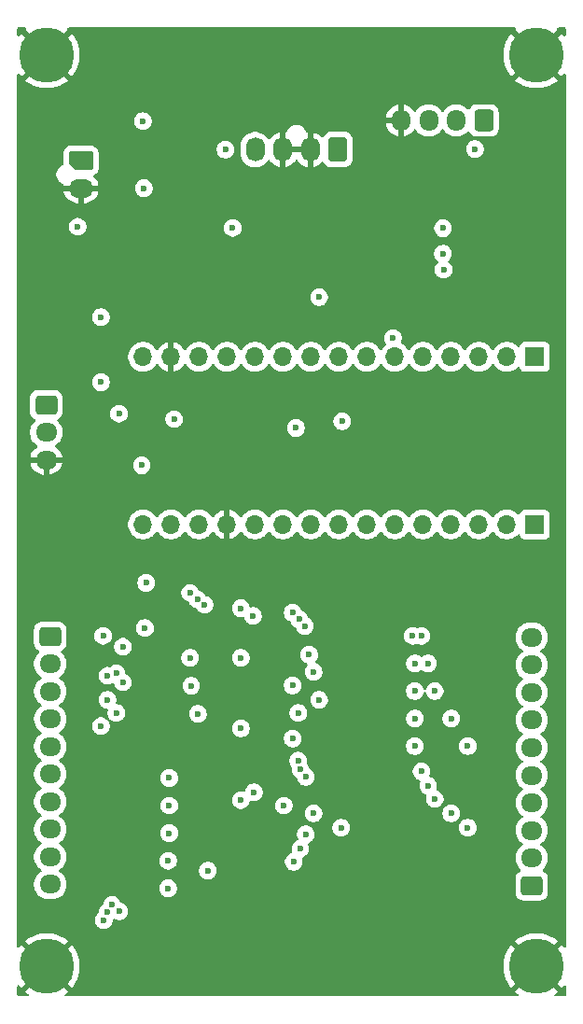
<source format=gbr>
%TF.GenerationSoftware,KiCad,Pcbnew,9.0.5*%
%TF.CreationDate,2025-11-03T04:05:24-05:00*%
%TF.ProjectId,FinishControllerBoard_v1,46696e69-7368-4436-9f6e-74726f6c6c65,rev?*%
%TF.SameCoordinates,Original*%
%TF.FileFunction,Copper,L2,Inr*%
%TF.FilePolarity,Positive*%
%FSLAX46Y46*%
G04 Gerber Fmt 4.6, Leading zero omitted, Abs format (unit mm)*
G04 Created by KiCad (PCBNEW 9.0.5) date 2025-11-03 04:05:24*
%MOMM*%
%LPD*%
G01*
G04 APERTURE LIST*
G04 Aperture macros list*
%AMRoundRect*
0 Rectangle with rounded corners*
0 $1 Rounding radius*
0 $2 $3 $4 $5 $6 $7 $8 $9 X,Y pos of 4 corners*
0 Add a 4 corners polygon primitive as box body*
4,1,4,$2,$3,$4,$5,$6,$7,$8,$9,$2,$3,0*
0 Add four circle primitives for the rounded corners*
1,1,$1+$1,$2,$3*
1,1,$1+$1,$4,$5*
1,1,$1+$1,$6,$7*
1,1,$1+$1,$8,$9*
0 Add four rect primitives between the rounded corners*
20,1,$1+$1,$2,$3,$4,$5,0*
20,1,$1+$1,$4,$5,$6,$7,0*
20,1,$1+$1,$6,$7,$8,$9,0*
20,1,$1+$1,$8,$9,$2,$3,0*%
%AMFreePoly0*
4,1,22,0.945671,0.830970,1.026777,0.776777,1.080970,0.695671,1.100000,0.600000,1.100000,-0.600000,1.080970,-0.695671,1.026777,-0.776777,0.945671,-0.830970,0.850000,-0.850000,-0.450000,-0.850000,-0.545671,-0.830970,-0.626777,-0.776777,-1.026777,-0.376777,-1.080970,-0.295671,-1.100000,-0.200000,-1.100000,0.600000,-1.080970,0.695671,-1.026777,0.776777,-0.945671,0.830970,-0.850000,0.850000,
0.850000,0.850000,0.945671,0.830970,0.945671,0.830970,$1*%
G04 Aperture macros list end*
%TA.AperFunction,ComponentPad*%
%ADD10C,5.000000*%
%TD*%
%TA.AperFunction,ComponentPad*%
%ADD11RoundRect,0.250000X0.725000X-0.600000X0.725000X0.600000X-0.725000X0.600000X-0.725000X-0.600000X0*%
%TD*%
%TA.AperFunction,ComponentPad*%
%ADD12O,1.950000X1.700000*%
%TD*%
%TA.AperFunction,ComponentPad*%
%ADD13RoundRect,0.250000X-0.725000X0.600000X-0.725000X-0.600000X0.725000X-0.600000X0.725000X0.600000X0*%
%TD*%
%TA.AperFunction,ComponentPad*%
%ADD14RoundRect,0.250000X-0.600000X0.850000X-0.600000X-0.850000X0.600000X-0.850000X0.600000X0.850000X0*%
%TD*%
%TA.AperFunction,ComponentPad*%
%ADD15O,1.700000X2.200000*%
%TD*%
%TA.AperFunction,ComponentPad*%
%ADD16R,1.700000X1.700000*%
%TD*%
%TA.AperFunction,ComponentPad*%
%ADD17O,1.700000X1.700000*%
%TD*%
%TA.AperFunction,ComponentPad*%
%ADD18RoundRect,0.250000X0.600000X0.725000X-0.600000X0.725000X-0.600000X-0.725000X0.600000X-0.725000X0*%
%TD*%
%TA.AperFunction,ComponentPad*%
%ADD19O,1.700000X1.950000*%
%TD*%
%TA.AperFunction,ComponentPad*%
%ADD20FreePoly0,0.000000*%
%TD*%
%TA.AperFunction,ComponentPad*%
%ADD21O,2.200000X1.700000*%
%TD*%
%TA.AperFunction,ViaPad*%
%ADD22C,0.600000*%
%TD*%
G04 APERTURE END LIST*
D10*
%TO.N,GND*%
%TO.C,H1*%
X183673940Y32586080D03*
%TD*%
D11*
%TO.N,AD0*%
%TO.C,J4*%
X227700000Y-42750000D03*
D12*
%TO.N,AD3*%
X227700000Y-40250000D03*
%TO.N,AD1*%
X227700000Y-37750000D03*
%TO.N,AD2*%
X227700000Y-35250000D03*
%TO.N,Decimal_Point*%
X227700000Y-32750000D03*
%TO.N,/Time2_Tens*%
X227700000Y-30250000D03*
%TO.N,/Time2_Ones*%
X227700000Y-27750000D03*
%TO.N,/Time2_Tenths*%
X227700000Y-25250000D03*
%TO.N,/Time2_Hundredths*%
X227700000Y-22750000D03*
%TO.N,/Time2_Thousandths*%
X227700000Y-20250000D03*
%TD*%
D13*
%TO.N,AD0*%
%TO.C,J5*%
X184000000Y-20150000D03*
D12*
%TO.N,AD3*%
X184000000Y-22650000D03*
%TO.N,AD1*%
X184000000Y-25150000D03*
%TO.N,AD2*%
X184000000Y-27650000D03*
%TO.N,Decimal_Point*%
X184000000Y-30150000D03*
%TO.N,/Time1_Tens*%
X184000000Y-32650000D03*
%TO.N,/Time1_Ones*%
X184000000Y-35150000D03*
%TO.N,/Time1_Tenths*%
X184000000Y-37650000D03*
%TO.N,/Time1_Hundredths*%
X184000000Y-40150000D03*
%TO.N,/Time1_Thousandths*%
X184000000Y-42650000D03*
%TD*%
D14*
%TO.N,+12V*%
%TO.C,J6*%
X210100000Y24000000D03*
D15*
%TO.N,GND*%
X207600000Y24000000D03*
X205100000Y24000000D03*
%TO.N,+5V*%
X202600000Y24000000D03*
%TD*%
D10*
%TO.N,GND*%
%TO.C,H4*%
X228123160Y-50089840D03*
%TD*%
D16*
%TO.N,/D12{slash}MISO*%
%TO.C,J9*%
X227980000Y-10000000D03*
D17*
%TO.N,/\u002AD11{slash}MOSI*%
X225440000Y-10000000D03*
%TO.N,/\u002AD10{slash}SS*%
X222900000Y-10000000D03*
%TO.N,/\u002AD9*%
X220360000Y-10000000D03*
%TO.N,/D8*%
X217820000Y-10000000D03*
%TO.N,/D7*%
X215280000Y-10000000D03*
%TO.N,/\u002AD6*%
X212740000Y-10000000D03*
%TO.N,/\u002AD5*%
X210200000Y-10000000D03*
%TO.N,/D4*%
X207660000Y-10000000D03*
%TO.N,/\u002AD3*%
X205120000Y-10000000D03*
%TO.N,/D2*%
X202580000Y-10000000D03*
%TO.N,GND*%
X200040000Y-10000000D03*
%TO.N,/~{RESET}*%
X197500000Y-10000000D03*
%TO.N,/D0{slash}RX*%
X194960000Y-10000000D03*
%TO.N,/D1{slash}TX*%
X192420000Y-10000000D03*
%TD*%
D10*
%TO.N,GND*%
%TO.C,H2*%
X228123160Y32586080D03*
%TD*%
D13*
%TO.N,/Logic Level Shifter/Tx_HV_In*%
%TO.C,J2*%
X183640000Y850000D03*
D12*
%TO.N,/Logic Level Shifter/Rx_HV_Out*%
X183640000Y-1650000D03*
%TO.N,GND*%
X183640000Y-4150000D03*
%TD*%
D18*
%TO.N,+12V*%
%TO.C,J1*%
X223350000Y26650000D03*
D19*
%TO.N,/Lane1*%
X220850000Y26650000D03*
%TO.N,/Lane2*%
X218350000Y26650000D03*
%TO.N,GND*%
X215850000Y26650000D03*
%TD*%
D16*
%TO.N,/D13{slash}SCK*%
%TO.C,J8*%
X227980000Y5203860D03*
D17*
%TO.N,/+3.3VDC*%
X225440000Y5203860D03*
%TO.N,/AREF*%
X222900000Y5203860D03*
%TO.N,/A0*%
X220360000Y5203860D03*
%TO.N,/A1*%
X217820000Y5203860D03*
%TO.N,/A2*%
X215280000Y5203860D03*
%TO.N,/A3*%
X212740000Y5203860D03*
%TO.N,/A4{slash}SDA*%
X210200000Y5203860D03*
%TO.N,/A5{slash}SCL*%
X207660000Y5203860D03*
%TO.N,/A6*%
X205120000Y5203860D03*
%TO.N,/A7*%
X202580000Y5203860D03*
%TO.N,/+5VDC*%
X200040000Y5203860D03*
%TO.N,/~{RESET}*%
X197500000Y5203860D03*
%TO.N,GND*%
X194960000Y5203860D03*
%TO.N,+12V*%
X192420000Y5203860D03*
%TD*%
D10*
%TO.N,GND*%
%TO.C,H3*%
X183673940Y-50089840D03*
%TD*%
D20*
%TO.N,+12V*%
%TO.C,J3*%
X186800000Y23000000D03*
D21*
%TO.N,GND*%
X186800000Y20500000D03*
%TD*%
D22*
%TO.N,GND*%
X216574265Y7525735D03*
X191000000Y30500000D03*
X223500000Y-52000000D03*
X186700000Y-28900000D03*
X230000000Y-40500000D03*
X181500000Y19500000D03*
X194000000Y34500000D03*
X186500000Y-40500000D03*
X197000000Y30500000D03*
X181500000Y-4500000D03*
X199500000Y-52000000D03*
X221000000Y34500000D03*
X203000000Y19500000D03*
X217500000Y-40000000D03*
X217500000Y-52000000D03*
X219500000Y-32000000D03*
X209000000Y7500000D03*
X186500000Y-35500000D03*
X181500000Y-22500000D03*
X188000000Y34500000D03*
X181500000Y-10500000D03*
X223500000Y-16500000D03*
X203000000Y34500000D03*
X200500000Y-7500000D03*
X190500000Y-52000000D03*
X205500000Y-52000000D03*
X218000000Y34500000D03*
X230000000Y-1500000D03*
X206300000Y28500000D03*
X181500000Y-28500000D03*
X187500000Y-52000000D03*
X230000000Y19500000D03*
X207800000Y-2000000D03*
X181500000Y1500000D03*
X203000000Y30500000D03*
X209000000Y34500000D03*
X221000000Y-34500000D03*
X230000000Y22500000D03*
X213000000Y-7500000D03*
X206000000Y34500000D03*
X230000000Y-22500000D03*
X230000000Y7500000D03*
X223500000Y7500000D03*
X223000000Y-28000000D03*
X185000000Y12500000D03*
X207700000Y-7400000D03*
X193500000Y-39000000D03*
X223000000Y-20500000D03*
X211500000Y-33200000D03*
X181500000Y10500000D03*
X230000000Y-7500000D03*
X181500000Y-7500000D03*
X181500000Y-34500000D03*
X230000000Y-46500000D03*
X196500000Y-52000000D03*
X230000000Y-16500000D03*
X191000000Y34500000D03*
X192100000Y-26900000D03*
X199700000Y-24200000D03*
X181500000Y7500000D03*
X186500000Y-43000000D03*
X193500000Y-16500000D03*
X181500000Y-25500000D03*
X224000000Y34500000D03*
X181500000Y25500000D03*
X223500000Y-7500000D03*
X181500000Y-43500000D03*
X230000000Y28500000D03*
X181500000Y-1500000D03*
X230000000Y-31500000D03*
X223000000Y-23000000D03*
X208500000Y-52000000D03*
X187000000Y-26300000D03*
X230000000Y10500000D03*
X217500000Y-7500000D03*
X181500000Y16500000D03*
X181500000Y-13500000D03*
X211800000Y-23000000D03*
X187000000Y-45800000D03*
X220500000Y-52000000D03*
X200500000Y-1500000D03*
X214500000Y-52000000D03*
X181500000Y-46500000D03*
X230000000Y25500000D03*
X200000000Y34500000D03*
X187500000Y4500000D03*
X206000000Y-43000000D03*
X223000000Y-30500000D03*
X211500000Y-52000000D03*
X206500000Y22200000D03*
X209000000Y19500000D03*
X230000000Y-25500000D03*
X197000000Y34500000D03*
X181500000Y-37500000D03*
X209000000Y30500000D03*
X230000000Y-28500000D03*
X230000000Y-19500000D03*
X219100000Y7600000D03*
X181500000Y-16500000D03*
X181500000Y28500000D03*
X215000000Y34500000D03*
X230000000Y-34500000D03*
X215000000Y30500000D03*
X230000000Y13500000D03*
X223500000Y-1500000D03*
X223500000Y-34000000D03*
X215000000Y13500000D03*
X181500000Y-19500000D03*
X181500000Y4500000D03*
X187500000Y-16500000D03*
X212000000Y34500000D03*
X202500000Y7500000D03*
X223500000Y-40000000D03*
X193500000Y-36500000D03*
X181500000Y13500000D03*
X230000000Y-37500000D03*
X230000000Y-4500000D03*
X195000000Y7500000D03*
X190500000Y8500000D03*
X181500000Y-31500000D03*
X221000000Y30500000D03*
X219600000Y24600000D03*
X230000000Y-43500000D03*
X181500000Y-40500000D03*
X193500000Y-52000000D03*
X223000000Y-25500000D03*
X202500000Y-52000000D03*
X230000000Y16500000D03*
X193400000Y-41535315D03*
X186500000Y-38000000D03*
X219600000Y19600000D03*
X186500000Y-33000000D03*
X193500000Y-34000000D03*
X192100000Y-24700000D03*
%TO.N,+5V*%
X217100000Y-30100000D03*
X199900000Y24000000D03*
X190240000Y50000D03*
X194700000Y-40500000D03*
X217100000Y-22600000D03*
X200562500Y16900000D03*
X194800000Y-35500000D03*
X217100000Y-27600000D03*
X194700000Y-43000000D03*
X210400000Y-37500000D03*
X216899997Y-20100000D03*
X208400000Y10612500D03*
X194800000Y-33000000D03*
X202400000Y-18300000D03*
X219650000Y16870000D03*
X194800000Y-38000000D03*
X202500000Y-34300000D03*
X217100000Y-25100000D03*
X186500000Y17000000D03*
X198300000Y-41400000D03*
%TO.N,/Time2_Thousandths*%
X217700000Y-32400000D03*
X217700000Y-20100000D03*
%TO.N,/Time2_Hundredths*%
X218300000Y-33700000D03*
X218300000Y-22600000D03*
%TO.N,/Time2_Tenths*%
X218900000Y-25100000D03*
X218900000Y-34900000D03*
%TO.N,/Time2_Ones*%
X220400000Y-27600000D03*
X220400000Y-36200000D03*
%TO.N,Decimal_Point*%
X201300000Y-35000000D03*
X201300000Y-28500000D03*
%TO.N,+12V*%
X192500000Y20500000D03*
X222549265Y24049265D03*
X192425000Y26575000D03*
%TO.N,AD1*%
X190600000Y-24325000D03*
X190600000Y-21100000D03*
X190278552Y-45098000D03*
%TO.N,AD2*%
X190001268Y-23513050D03*
X189602000Y-44482831D03*
X190000000Y-27100000D03*
%TO.N,AD3*%
X189209152Y-25900000D03*
X189201000Y-23725000D03*
X189209152Y-45182466D03*
%TO.N,AD0*%
X188601764Y-28298236D03*
X188855387Y-45900000D03*
X188800000Y-20100000D03*
%TO.N,+3.3V*%
X192308683Y-4633037D03*
X188600000Y2900000D03*
X188600000Y8800000D03*
X215100000Y6899000D03*
X219700000Y13100000D03*
X219640735Y14559265D03*
X195240000Y-450000D03*
%TO.N,Net-(U5-1A0)*%
X192700000Y-15300000D03*
X192600000Y-19400000D03*
%TO.N,Net-(U5-1A1)*%
X196700000Y-16200000D03*
X196700000Y-22100000D03*
%TO.N,Net-(U5-1A2)*%
X197365642Y-16800000D03*
X196800000Y-24635000D03*
%TO.N,Net-(U5-1A3)*%
X198006085Y-17279412D03*
X197400000Y-27175000D03*
%TO.N,Net-(U5-2A0)*%
X201300000Y-17600000D03*
X201300000Y-22100000D03*
%TO.N,Net-(U5-2A1)*%
X206000000Y-18001000D03*
X206000000Y-24600000D03*
%TO.N,BCD_Lane1*%
X206300000Y-1250000D03*
X205200000Y-35500000D03*
%TO.N,Net-(U5-2A2)*%
X206600000Y-18601000D03*
X206500000Y-27100000D03*
%TO.N,BCD_Lane2*%
X210500000Y-650000D03*
X207900000Y-36200000D03*
%TO.N,Net-(U5-2A3)*%
X206000000Y-29415000D03*
X207111846Y-19215831D03*
%TO.N,BCD_MuxA*%
X206500000Y-31425249D03*
X207502000Y-21818822D03*
X206100000Y-40600000D03*
%TO.N,BCD_MuxC*%
X207200000Y-38105000D03*
X207200000Y-32900000D03*
X208400000Y-25905000D03*
%TO.N,BCD_MuxB*%
X206700000Y-32214579D03*
X207903000Y-23365000D03*
X206700000Y-39400000D03*
%TO.N,/Time2_Tens*%
X221900000Y-37500000D03*
X221900000Y-30100000D03*
%TD*%
%TA.AperFunction,Conductor*%
%TO.N,GND*%
G36*
X182720494Y-50904160D02*
G01*
X182859620Y-51043286D01*
X182983813Y-51133518D01*
X181735890Y-52381441D01*
X181935195Y-52540381D01*
X181983139Y-52570506D01*
X182029431Y-52622840D01*
X182040080Y-52691893D01*
X182011705Y-52755742D01*
X181953315Y-52794114D01*
X181917168Y-52799500D01*
X181124500Y-52799500D01*
X181057461Y-52779815D01*
X181011706Y-52727011D01*
X181000500Y-52675500D01*
X181000500Y-51903450D01*
X181020185Y-51836411D01*
X181072989Y-51790656D01*
X181142147Y-51780712D01*
X181205703Y-51809737D01*
X181221447Y-51826137D01*
X181382337Y-52027888D01*
X182630260Y-50779965D01*
X182720494Y-50904160D01*
G37*
%TD.AperFunction*%
%TA.AperFunction,Conductor*%
G36*
X207040889Y24231591D02*
G01*
X207000000Y24078991D01*
X207000000Y23921009D01*
X207040889Y23768409D01*
X207051518Y23750000D01*
X205648482Y23750000D01*
X205659111Y23768409D01*
X205700000Y23921009D01*
X205700000Y24078991D01*
X205659111Y24231591D01*
X205648482Y24250000D01*
X207051518Y24250000D01*
X207040889Y24231591D01*
G37*
%TD.AperFunction*%
%TA.AperFunction,Conductor*%
G36*
X226175930Y35079815D02*
G01*
X226221685Y35027011D01*
X226231629Y34957853D01*
X226202604Y34894297D01*
X226186204Y34878553D01*
X226185110Y34877681D01*
X227433033Y33629758D01*
X227308840Y33539526D01*
X227169714Y33400400D01*
X227079480Y33276205D01*
X225831557Y34524128D01*
X225672621Y34324827D01*
X225493351Y34039520D01*
X225347155Y33735942D01*
X225235869Y33417906D01*
X225235865Y33417894D01*
X225160887Y33089393D01*
X225160885Y33089377D01*
X225123160Y32754560D01*
X225123160Y32417599D01*
X225160885Y32082782D01*
X225160887Y32082766D01*
X225235865Y31754265D01*
X225235869Y31754253D01*
X225347155Y31436217D01*
X225493351Y31132639D01*
X225672621Y30847332D01*
X225831557Y30648030D01*
X227079480Y31895953D01*
X227169714Y31771760D01*
X227308840Y31632634D01*
X227433034Y31542400D01*
X226185110Y30294477D01*
X226384412Y30135541D01*
X226669719Y29956271D01*
X226973297Y29810075D01*
X227291333Y29698789D01*
X227291345Y29698785D01*
X227619846Y29623807D01*
X227619862Y29623805D01*
X227954679Y29586080D01*
X228291640Y29586080D01*
X228626457Y29623805D01*
X228626473Y29623807D01*
X228954974Y29698785D01*
X228954986Y29698789D01*
X229273022Y29810075D01*
X229576600Y29956271D01*
X229861907Y30135541D01*
X230061208Y30294477D01*
X228813285Y31542400D01*
X228937480Y31632634D01*
X229076606Y31771760D01*
X229166838Y31895953D01*
X230414761Y30648030D01*
X230573699Y30847332D01*
X230574375Y30848285D01*
X230574600Y30848463D01*
X230575867Y30850051D01*
X230576238Y30849755D01*
X230629226Y30891565D01*
X230698769Y30898320D01*
X230760923Y30866405D01*
X230795957Y30805953D01*
X230799500Y30776523D01*
X230799500Y-48280283D01*
X230779815Y-48347322D01*
X230727011Y-48393077D01*
X230657853Y-48403021D01*
X230594297Y-48373996D01*
X230575931Y-48353759D01*
X230575867Y-48353811D01*
X230575064Y-48352804D01*
X230574375Y-48352045D01*
X230573699Y-48351092D01*
X230414761Y-48151790D01*
X229166838Y-49399713D01*
X229076606Y-49275520D01*
X228937480Y-49136394D01*
X228813284Y-49046160D01*
X230061208Y-47798237D01*
X229861907Y-47639301D01*
X229576600Y-47460031D01*
X229273022Y-47313835D01*
X228954986Y-47202549D01*
X228954974Y-47202545D01*
X228626473Y-47127567D01*
X228626457Y-47127565D01*
X228291640Y-47089840D01*
X227954679Y-47089840D01*
X227619862Y-47127565D01*
X227619846Y-47127567D01*
X227291345Y-47202545D01*
X227291333Y-47202549D01*
X226973297Y-47313835D01*
X226669719Y-47460031D01*
X226384412Y-47639301D01*
X226185110Y-47798237D01*
X227433033Y-49046160D01*
X227308840Y-49136394D01*
X227169714Y-49275520D01*
X227079480Y-49399713D01*
X225831557Y-48151790D01*
X225672621Y-48351092D01*
X225493351Y-48636399D01*
X225347155Y-48939977D01*
X225235869Y-49258013D01*
X225235865Y-49258025D01*
X225160887Y-49586526D01*
X225160885Y-49586542D01*
X225123160Y-49921359D01*
X225123160Y-50258320D01*
X225160885Y-50593137D01*
X225160887Y-50593153D01*
X225235865Y-50921654D01*
X225235869Y-50921666D01*
X225347155Y-51239702D01*
X225493351Y-51543280D01*
X225672621Y-51828587D01*
X225831557Y-52027888D01*
X227079480Y-50779965D01*
X227169714Y-50904160D01*
X227308840Y-51043286D01*
X227433033Y-51133518D01*
X226185110Y-52381441D01*
X226384415Y-52540381D01*
X226432359Y-52570506D01*
X226478651Y-52622840D01*
X226489300Y-52691893D01*
X226460925Y-52755742D01*
X226402535Y-52794114D01*
X226366388Y-52799500D01*
X185430712Y-52799500D01*
X185363673Y-52779815D01*
X185317918Y-52727011D01*
X185307974Y-52657853D01*
X185336999Y-52594297D01*
X185364741Y-52570506D01*
X185412683Y-52540381D01*
X185611988Y-52381440D01*
X184364066Y-51133518D01*
X184488260Y-51043286D01*
X184627386Y-50904160D01*
X184717618Y-50779966D01*
X185965540Y-52027888D01*
X186124478Y-51828587D01*
X186303748Y-51543280D01*
X186449944Y-51239702D01*
X186561230Y-50921666D01*
X186561234Y-50921654D01*
X186636212Y-50593153D01*
X186636214Y-50593137D01*
X186673939Y-50258320D01*
X186673940Y-50258318D01*
X186673940Y-49921361D01*
X186673939Y-49921359D01*
X186636214Y-49586542D01*
X186636212Y-49586526D01*
X186561234Y-49258025D01*
X186561230Y-49258013D01*
X186449944Y-48939977D01*
X186303748Y-48636399D01*
X186124478Y-48351092D01*
X185965541Y-48151790D01*
X184717618Y-49399713D01*
X184627386Y-49275520D01*
X184488260Y-49136394D01*
X184364064Y-49046160D01*
X185611988Y-47798237D01*
X185412687Y-47639301D01*
X185127380Y-47460031D01*
X184823802Y-47313835D01*
X184505766Y-47202549D01*
X184505754Y-47202545D01*
X184177253Y-47127567D01*
X184177237Y-47127565D01*
X183842420Y-47089840D01*
X183505459Y-47089840D01*
X183170642Y-47127565D01*
X183170626Y-47127567D01*
X182842125Y-47202545D01*
X182842113Y-47202549D01*
X182524077Y-47313835D01*
X182220499Y-47460031D01*
X181935192Y-47639301D01*
X181735890Y-47798237D01*
X182983813Y-49046160D01*
X182859620Y-49136394D01*
X182720494Y-49275520D01*
X182630260Y-49399713D01*
X181382337Y-48151790D01*
X181221447Y-48353542D01*
X181164259Y-48393682D01*
X181094447Y-48396532D01*
X181034177Y-48361187D01*
X181002584Y-48298868D01*
X181000500Y-48276229D01*
X181000500Y-45821153D01*
X188054887Y-45821153D01*
X188054887Y-45978846D01*
X188085648Y-46133489D01*
X188085651Y-46133501D01*
X188145989Y-46279172D01*
X188145996Y-46279185D01*
X188233597Y-46410288D01*
X188233600Y-46410292D01*
X188345094Y-46521786D01*
X188345098Y-46521789D01*
X188476201Y-46609390D01*
X188476214Y-46609397D01*
X188621885Y-46669735D01*
X188621890Y-46669737D01*
X188776540Y-46700499D01*
X188776543Y-46700500D01*
X188776545Y-46700500D01*
X188934231Y-46700500D01*
X188934232Y-46700499D01*
X189088884Y-46669737D01*
X189234566Y-46609394D01*
X189365676Y-46521789D01*
X189477176Y-46410289D01*
X189564781Y-46279179D01*
X189625124Y-46133497D01*
X189655887Y-45978842D01*
X189655887Y-45913000D01*
X189657070Y-45908970D01*
X189656154Y-45904874D01*
X189666829Y-45875735D01*
X189675572Y-45845961D01*
X189679155Y-45842088D01*
X189680189Y-45839269D01*
X189693603Y-45826479D01*
X189705000Y-45814167D01*
X189707936Y-45811942D01*
X189719441Y-45804255D01*
X189723692Y-45800003D01*
X189730466Y-45794871D01*
X189755484Y-45785373D01*
X189778971Y-45772543D01*
X189787651Y-45773162D01*
X189795787Y-45770074D01*
X189821967Y-45775609D01*
X189848664Y-45777514D01*
X189861124Y-45783889D01*
X189864145Y-45784528D01*
X189866047Y-45786408D01*
X189874236Y-45790598D01*
X189899373Y-45807394D01*
X190045055Y-45867737D01*
X190199705Y-45898499D01*
X190199708Y-45898500D01*
X190199710Y-45898500D01*
X190357396Y-45898500D01*
X190357397Y-45898499D01*
X190512049Y-45867737D01*
X190624718Y-45821067D01*
X190657724Y-45807397D01*
X190657724Y-45807396D01*
X190657731Y-45807394D01*
X190788841Y-45719789D01*
X190900341Y-45608289D01*
X190987946Y-45477179D01*
X191048289Y-45331497D01*
X191079052Y-45176842D01*
X191079052Y-45019158D01*
X191079052Y-45019155D01*
X191079051Y-45019153D01*
X191048290Y-44864510D01*
X191048289Y-44864503D01*
X191022930Y-44803280D01*
X190987949Y-44718827D01*
X190987942Y-44718814D01*
X190900341Y-44587711D01*
X190900338Y-44587707D01*
X190788844Y-44476213D01*
X190788840Y-44476210D01*
X190657737Y-44388609D01*
X190657724Y-44388602D01*
X190512053Y-44328264D01*
X190512044Y-44328261D01*
X190459770Y-44317863D01*
X190397859Y-44285477D01*
X190369403Y-44243699D01*
X190311394Y-44103652D01*
X190311392Y-44103649D01*
X190311390Y-44103645D01*
X190223789Y-43972542D01*
X190223786Y-43972538D01*
X190112292Y-43861044D01*
X190112288Y-43861041D01*
X189981185Y-43773440D01*
X189981172Y-43773433D01*
X189835501Y-43713095D01*
X189835489Y-43713092D01*
X189680845Y-43682331D01*
X189680842Y-43682331D01*
X189523158Y-43682331D01*
X189523155Y-43682331D01*
X189368510Y-43713092D01*
X189368498Y-43713095D01*
X189222827Y-43773433D01*
X189222814Y-43773440D01*
X189091711Y-43861041D01*
X189091707Y-43861044D01*
X188980213Y-43972538D01*
X188980210Y-43972542D01*
X188892609Y-44103645D01*
X188892602Y-44103658D01*
X188832264Y-44249329D01*
X188832261Y-44249341D01*
X188801500Y-44403984D01*
X188801500Y-44425817D01*
X188781815Y-44492856D01*
X188746391Y-44528919D01*
X188698863Y-44560676D01*
X188698859Y-44560679D01*
X188587365Y-44672173D01*
X188587362Y-44672177D01*
X188499761Y-44803280D01*
X188499754Y-44803293D01*
X188439416Y-44948964D01*
X188439413Y-44948976D01*
X188408652Y-45103619D01*
X188408652Y-45169466D01*
X188388967Y-45236505D01*
X188353547Y-45272565D01*
X188345099Y-45278209D01*
X188345091Y-45278217D01*
X188233600Y-45389707D01*
X188233597Y-45389711D01*
X188145996Y-45520814D01*
X188145989Y-45520827D01*
X188085651Y-45666498D01*
X188085648Y-45666510D01*
X188054887Y-45821153D01*
X181000500Y-45821153D01*
X181000500Y-19499983D01*
X182524500Y-19499983D01*
X182524500Y-20800001D01*
X182524501Y-20800018D01*
X182535000Y-20902796D01*
X182535001Y-20902799D01*
X182590185Y-21069331D01*
X182590187Y-21069336D01*
X182614916Y-21109428D01*
X182668950Y-21197032D01*
X182682289Y-21218657D01*
X182806344Y-21342712D01*
X182961120Y-21438178D01*
X183007845Y-21490126D01*
X183019068Y-21559088D01*
X182991224Y-21623171D01*
X182983706Y-21631398D01*
X182844889Y-21770215D01*
X182719951Y-21942179D01*
X182623444Y-22131585D01*
X182557753Y-22333760D01*
X182524500Y-22543713D01*
X182524500Y-22756286D01*
X182556014Y-22955261D01*
X182557754Y-22966243D01*
X182611637Y-23132078D01*
X182623444Y-23168414D01*
X182719951Y-23357820D01*
X182844890Y-23529786D01*
X182995209Y-23680105D01*
X182995214Y-23680109D01*
X183159793Y-23799682D01*
X183202459Y-23855011D01*
X183208438Y-23924625D01*
X183175833Y-23986420D01*
X183159793Y-24000318D01*
X182995214Y-24119890D01*
X182995209Y-24119894D01*
X182844890Y-24270213D01*
X182719951Y-24442179D01*
X182623444Y-24631585D01*
X182557753Y-24833760D01*
X182524500Y-25043713D01*
X182524500Y-25256287D01*
X182527973Y-25278213D01*
X182552884Y-25435500D01*
X182557754Y-25466243D01*
X182604557Y-25610288D01*
X182623444Y-25668414D01*
X182719951Y-25857820D01*
X182844890Y-26029786D01*
X182995209Y-26180105D01*
X182995214Y-26180109D01*
X183159793Y-26299682D01*
X183202459Y-26355011D01*
X183208438Y-26424625D01*
X183175833Y-26486420D01*
X183159793Y-26500318D01*
X182995214Y-26619890D01*
X182995209Y-26619894D01*
X182844890Y-26770213D01*
X182719951Y-26942179D01*
X182623444Y-27131585D01*
X182557753Y-27333760D01*
X182524500Y-27543713D01*
X182524500Y-27756287D01*
X182530915Y-27796789D01*
X182554347Y-27944737D01*
X182557754Y-27966243D01*
X182623442Y-28168410D01*
X182623444Y-28168414D01*
X182719951Y-28357820D01*
X182844890Y-28529786D01*
X182995209Y-28680105D01*
X182995214Y-28680109D01*
X183159793Y-28799682D01*
X183202459Y-28855011D01*
X183208438Y-28924625D01*
X183175833Y-28986420D01*
X183159793Y-29000318D01*
X182995214Y-29119890D01*
X182995209Y-29119894D01*
X182844890Y-29270213D01*
X182719951Y-29442179D01*
X182623444Y-29631585D01*
X182557753Y-29833760D01*
X182524500Y-30043713D01*
X182524500Y-30256286D01*
X182540338Y-30356287D01*
X182557754Y-30466243D01*
X182604557Y-30610288D01*
X182623444Y-30668414D01*
X182719951Y-30857820D01*
X182844890Y-31029786D01*
X182995209Y-31180105D01*
X182995214Y-31180109D01*
X183159793Y-31299682D01*
X183202459Y-31355011D01*
X183208438Y-31424625D01*
X183175833Y-31486420D01*
X183159793Y-31500318D01*
X182995214Y-31619890D01*
X182995209Y-31619894D01*
X182844890Y-31770213D01*
X182719951Y-31942179D01*
X182623444Y-32131585D01*
X182557753Y-32333760D01*
X182524500Y-32543713D01*
X182524500Y-32756286D01*
X182557753Y-32966239D01*
X182557753Y-32966241D01*
X182557754Y-32966243D01*
X182612098Y-33133497D01*
X182623444Y-33168414D01*
X182719951Y-33357820D01*
X182844890Y-33529786D01*
X182995209Y-33680105D01*
X182995214Y-33680109D01*
X183159793Y-33799682D01*
X183202459Y-33855011D01*
X183208438Y-33924625D01*
X183175833Y-33986420D01*
X183159793Y-34000318D01*
X182995214Y-34119890D01*
X182995209Y-34119894D01*
X182844890Y-34270213D01*
X182719951Y-34442179D01*
X182623444Y-34631585D01*
X182557753Y-34833760D01*
X182524500Y-35043713D01*
X182524500Y-35256286D01*
X182557753Y-35466239D01*
X182557753Y-35466241D01*
X182557754Y-35466243D01*
X182608294Y-35621789D01*
X182623444Y-35668414D01*
X182719951Y-35857820D01*
X182844890Y-36029786D01*
X182995209Y-36180105D01*
X182995214Y-36180109D01*
X183159793Y-36299682D01*
X183202459Y-36355011D01*
X183208438Y-36424625D01*
X183175833Y-36486420D01*
X183159793Y-36500318D01*
X182995214Y-36619890D01*
X182995209Y-36619894D01*
X182844890Y-36770213D01*
X182719951Y-36942179D01*
X182623444Y-37131585D01*
X182557753Y-37333760D01*
X182524500Y-37543713D01*
X182524500Y-37756286D01*
X182557753Y-37966239D01*
X182557753Y-37966241D01*
X182557754Y-37966243D01*
X182608294Y-38121789D01*
X182623444Y-38168414D01*
X182719951Y-38357820D01*
X182844890Y-38529786D01*
X182995209Y-38680105D01*
X182995214Y-38680109D01*
X183159793Y-38799682D01*
X183202459Y-38855011D01*
X183208438Y-38924625D01*
X183175833Y-38986420D01*
X183159793Y-39000318D01*
X182995214Y-39119890D01*
X182995209Y-39119894D01*
X182844890Y-39270213D01*
X182719951Y-39442179D01*
X182623444Y-39631585D01*
X182557753Y-39833760D01*
X182524500Y-40043713D01*
X182524500Y-40256286D01*
X182557753Y-40466239D01*
X182557753Y-40466241D01*
X182557754Y-40466243D01*
X182594340Y-40578844D01*
X182623444Y-40668414D01*
X182719951Y-40857820D01*
X182844890Y-41029786D01*
X182995209Y-41180105D01*
X182995214Y-41180109D01*
X183159793Y-41299682D01*
X183202459Y-41355011D01*
X183208438Y-41424625D01*
X183175833Y-41486420D01*
X183159793Y-41500318D01*
X182995214Y-41619890D01*
X182995209Y-41619894D01*
X182844890Y-41770213D01*
X182719951Y-41942179D01*
X182623444Y-42131585D01*
X182557753Y-42333760D01*
X182524500Y-42543713D01*
X182524500Y-42756286D01*
X182557753Y-42966239D01*
X182557753Y-42966241D01*
X182557754Y-42966243D01*
X182594340Y-43078844D01*
X182623444Y-43168414D01*
X182719951Y-43357820D01*
X182844890Y-43529786D01*
X182995213Y-43680109D01*
X183167179Y-43805048D01*
X183167181Y-43805049D01*
X183167184Y-43805051D01*
X183356588Y-43901557D01*
X183558757Y-43967246D01*
X183768713Y-44000500D01*
X183768714Y-44000500D01*
X184231286Y-44000500D01*
X184231287Y-44000500D01*
X184441243Y-43967246D01*
X184643412Y-43901557D01*
X184832816Y-43805051D01*
X184881425Y-43769735D01*
X185004786Y-43680109D01*
X185004788Y-43680106D01*
X185004792Y-43680104D01*
X185155104Y-43529792D01*
X185155106Y-43529788D01*
X185155109Y-43529786D01*
X185280048Y-43357820D01*
X185280047Y-43357820D01*
X185280051Y-43357816D01*
X185376557Y-43168412D01*
X185442246Y-42966243D01*
X185449388Y-42921153D01*
X193899500Y-42921153D01*
X193899500Y-43078846D01*
X193930261Y-43233489D01*
X193930264Y-43233501D01*
X193990602Y-43379172D01*
X193990609Y-43379185D01*
X194078210Y-43510288D01*
X194078213Y-43510292D01*
X194189707Y-43621786D01*
X194189711Y-43621789D01*
X194320814Y-43709390D01*
X194320827Y-43709397D01*
X194466498Y-43769735D01*
X194466503Y-43769737D01*
X194621153Y-43800499D01*
X194621156Y-43800500D01*
X194621158Y-43800500D01*
X194778844Y-43800500D01*
X194778845Y-43800499D01*
X194933497Y-43769737D01*
X195070244Y-43713095D01*
X195079172Y-43709397D01*
X195079172Y-43709396D01*
X195079179Y-43709394D01*
X195210289Y-43621789D01*
X195321789Y-43510289D01*
X195409394Y-43379179D01*
X195469737Y-43233497D01*
X195500500Y-43078842D01*
X195500500Y-42921158D01*
X195500500Y-42921155D01*
X195500499Y-42921153D01*
X195469738Y-42766510D01*
X195469737Y-42766503D01*
X195469735Y-42766498D01*
X195409397Y-42620827D01*
X195409390Y-42620814D01*
X195321789Y-42489711D01*
X195321786Y-42489707D01*
X195210292Y-42378213D01*
X195210288Y-42378210D01*
X195079185Y-42290609D01*
X195079172Y-42290602D01*
X194933501Y-42230264D01*
X194933489Y-42230261D01*
X194778845Y-42199500D01*
X194778842Y-42199500D01*
X194621158Y-42199500D01*
X194621155Y-42199500D01*
X194466510Y-42230261D01*
X194466498Y-42230264D01*
X194320827Y-42290602D01*
X194320814Y-42290609D01*
X194189711Y-42378210D01*
X194189707Y-42378213D01*
X194078213Y-42489707D01*
X194078210Y-42489711D01*
X193990609Y-42620814D01*
X193990602Y-42620827D01*
X193930264Y-42766498D01*
X193930261Y-42766510D01*
X193899500Y-42921153D01*
X185449388Y-42921153D01*
X185475500Y-42756287D01*
X185475500Y-42543713D01*
X185442246Y-42333757D01*
X185376557Y-42131588D01*
X185280051Y-41942184D01*
X185280049Y-41942181D01*
X185280048Y-41942179D01*
X185155109Y-41770213D01*
X185004792Y-41619896D01*
X184918620Y-41557289D01*
X184840204Y-41500316D01*
X184797540Y-41444989D01*
X184791561Y-41375376D01*
X184820170Y-41321153D01*
X197499500Y-41321153D01*
X197499500Y-41478846D01*
X197530261Y-41633489D01*
X197530264Y-41633501D01*
X197590602Y-41779172D01*
X197590609Y-41779185D01*
X197678210Y-41910288D01*
X197678213Y-41910292D01*
X197789707Y-42021786D01*
X197789711Y-42021789D01*
X197920814Y-42109390D01*
X197920827Y-42109397D01*
X197974402Y-42131588D01*
X198066503Y-42169737D01*
X198216131Y-42199500D01*
X198221153Y-42200499D01*
X198221156Y-42200500D01*
X198221158Y-42200500D01*
X198378844Y-42200500D01*
X198378845Y-42200499D01*
X198533497Y-42169737D01*
X198679179Y-42109394D01*
X198810289Y-42021789D01*
X198921789Y-41910289D01*
X199009394Y-41779179D01*
X199069737Y-41633497D01*
X199100500Y-41478842D01*
X199100500Y-41321158D01*
X199100500Y-41321155D01*
X199100499Y-41321153D01*
X199080734Y-41221789D01*
X199069737Y-41166503D01*
X199054531Y-41129792D01*
X199009397Y-41020827D01*
X199009390Y-41020814D01*
X198921789Y-40889711D01*
X198921786Y-40889707D01*
X198810292Y-40778213D01*
X198810288Y-40778210D01*
X198679185Y-40690609D01*
X198679172Y-40690602D01*
X198533501Y-40630264D01*
X198533489Y-40630261D01*
X198378845Y-40599500D01*
X198378842Y-40599500D01*
X198221158Y-40599500D01*
X198221155Y-40599500D01*
X198066510Y-40630261D01*
X198066498Y-40630264D01*
X197920827Y-40690602D01*
X197920814Y-40690609D01*
X197789711Y-40778210D01*
X197789707Y-40778213D01*
X197678213Y-40889707D01*
X197678210Y-40889711D01*
X197590609Y-41020814D01*
X197590602Y-41020827D01*
X197530264Y-41166498D01*
X197530261Y-41166510D01*
X197499500Y-41321153D01*
X184820170Y-41321153D01*
X184824166Y-41313580D01*
X184840199Y-41299686D01*
X185004792Y-41180104D01*
X185155104Y-41029792D01*
X185155106Y-41029788D01*
X185155109Y-41029786D01*
X185280048Y-40857820D01*
X185280047Y-40857820D01*
X185280051Y-40857816D01*
X185376557Y-40668412D01*
X185442246Y-40466243D01*
X185449388Y-40421153D01*
X193899500Y-40421153D01*
X193899500Y-40578846D01*
X193930261Y-40733489D01*
X193930264Y-40733501D01*
X193990602Y-40879172D01*
X193990609Y-40879185D01*
X194078210Y-41010288D01*
X194078213Y-41010292D01*
X194189707Y-41121786D01*
X194189711Y-41121789D01*
X194320814Y-41209390D01*
X194320827Y-41209397D01*
X194463758Y-41268600D01*
X194466503Y-41269737D01*
X194617041Y-41299681D01*
X194621153Y-41300499D01*
X194621156Y-41300500D01*
X194621158Y-41300500D01*
X194778844Y-41300500D01*
X194778845Y-41300499D01*
X194933497Y-41269737D01*
X195079179Y-41209394D01*
X195210289Y-41121789D01*
X195321789Y-41010289D01*
X195409394Y-40879179D01*
X195469737Y-40733497D01*
X195500500Y-40578842D01*
X195500500Y-40521153D01*
X205299500Y-40521153D01*
X205299500Y-40678846D01*
X205330261Y-40833489D01*
X205330264Y-40833501D01*
X205390602Y-40979172D01*
X205390609Y-40979185D01*
X205478210Y-41110288D01*
X205478213Y-41110292D01*
X205589707Y-41221786D01*
X205589711Y-41221789D01*
X205720814Y-41309390D01*
X205720827Y-41309397D01*
X205830951Y-41355011D01*
X205866503Y-41369737D01*
X206016714Y-41399616D01*
X206021153Y-41400499D01*
X206021156Y-41400500D01*
X206021158Y-41400500D01*
X206178844Y-41400500D01*
X206178845Y-41400499D01*
X206333497Y-41369737D01*
X206479179Y-41309394D01*
X206610289Y-41221789D01*
X206721789Y-41110289D01*
X206809394Y-40979179D01*
X206869737Y-40833497D01*
X206900500Y-40678842D01*
X206900500Y-40521158D01*
X206900500Y-40521155D01*
X206900499Y-40521153D01*
X206889576Y-40466239D01*
X206869737Y-40366503D01*
X206856803Y-40335279D01*
X206849335Y-40265812D01*
X206880610Y-40203333D01*
X206928457Y-40173488D01*
X206927869Y-40172068D01*
X207079172Y-40109397D01*
X207079172Y-40109396D01*
X207079179Y-40109394D01*
X207210289Y-40021789D01*
X207321789Y-39910289D01*
X207409394Y-39779179D01*
X207469737Y-39633497D01*
X207500500Y-39478842D01*
X207500500Y-39321158D01*
X207500500Y-39321155D01*
X207500499Y-39321153D01*
X207490365Y-39270208D01*
X207469737Y-39166503D01*
X207450431Y-39119894D01*
X207408728Y-39019212D01*
X207401259Y-38949743D01*
X207432534Y-38887264D01*
X207475832Y-38857201D01*
X207579179Y-38814394D01*
X207710289Y-38726789D01*
X207821789Y-38615289D01*
X207909394Y-38484179D01*
X207969737Y-38338497D01*
X208000500Y-38183842D01*
X208000500Y-38026158D01*
X208000500Y-38026155D01*
X208000499Y-38026153D01*
X207979613Y-37921153D01*
X207969737Y-37871503D01*
X207926243Y-37766498D01*
X207909397Y-37725827D01*
X207909390Y-37725814D01*
X207821789Y-37594711D01*
X207821786Y-37594707D01*
X207710292Y-37483213D01*
X207710288Y-37483210D01*
X207617414Y-37421153D01*
X209599500Y-37421153D01*
X209599500Y-37578846D01*
X209630261Y-37733489D01*
X209630264Y-37733501D01*
X209690602Y-37879172D01*
X209690609Y-37879185D01*
X209778210Y-38010288D01*
X209778213Y-38010292D01*
X209889707Y-38121786D01*
X209889711Y-38121789D01*
X210020814Y-38209390D01*
X210020827Y-38209397D01*
X210163304Y-38268412D01*
X210166503Y-38269737D01*
X210321153Y-38300499D01*
X210321156Y-38300500D01*
X210321158Y-38300500D01*
X210478844Y-38300500D01*
X210478845Y-38300499D01*
X210633497Y-38269737D01*
X210779179Y-38209394D01*
X210910289Y-38121789D01*
X211021789Y-38010289D01*
X211109394Y-37879179D01*
X211112574Y-37871503D01*
X211123067Y-37846166D01*
X211169737Y-37733497D01*
X211200500Y-37578842D01*
X211200500Y-37421158D01*
X211200500Y-37421155D01*
X211200499Y-37421153D01*
X221099500Y-37421153D01*
X221099500Y-37578846D01*
X221130261Y-37733489D01*
X221130264Y-37733501D01*
X221190602Y-37879172D01*
X221190609Y-37879185D01*
X221278210Y-38010288D01*
X221278213Y-38010292D01*
X221389707Y-38121786D01*
X221389711Y-38121789D01*
X221520814Y-38209390D01*
X221520827Y-38209397D01*
X221663304Y-38268412D01*
X221666503Y-38269737D01*
X221821153Y-38300499D01*
X221821156Y-38300500D01*
X221821158Y-38300500D01*
X221978844Y-38300500D01*
X221978845Y-38300499D01*
X222133497Y-38269737D01*
X222279179Y-38209394D01*
X222410289Y-38121789D01*
X222521789Y-38010289D01*
X222609394Y-37879179D01*
X222612574Y-37871503D01*
X222623067Y-37846166D01*
X222669737Y-37733497D01*
X222700500Y-37578842D01*
X222700500Y-37421158D01*
X222700500Y-37421155D01*
X222700499Y-37421153D01*
X222695417Y-37395606D01*
X222669737Y-37266503D01*
X222655274Y-37231585D01*
X222609397Y-37120827D01*
X222609390Y-37120814D01*
X222521789Y-36989711D01*
X222521786Y-36989707D01*
X222410292Y-36878213D01*
X222410288Y-36878210D01*
X222279185Y-36790609D01*
X222279172Y-36790602D01*
X222133501Y-36730264D01*
X222133489Y-36730261D01*
X221978845Y-36699500D01*
X221978842Y-36699500D01*
X221821158Y-36699500D01*
X221821155Y-36699500D01*
X221666510Y-36730261D01*
X221666498Y-36730264D01*
X221520827Y-36790602D01*
X221520814Y-36790609D01*
X221389711Y-36878210D01*
X221389707Y-36878213D01*
X221278213Y-36989707D01*
X221278210Y-36989711D01*
X221190609Y-37120814D01*
X221190602Y-37120827D01*
X221130264Y-37266498D01*
X221130261Y-37266510D01*
X221099500Y-37421153D01*
X211200499Y-37421153D01*
X211195417Y-37395606D01*
X211169737Y-37266503D01*
X211155274Y-37231585D01*
X211109397Y-37120827D01*
X211109390Y-37120814D01*
X211021789Y-36989711D01*
X211021786Y-36989707D01*
X210910292Y-36878213D01*
X210910288Y-36878210D01*
X210779185Y-36790609D01*
X210779172Y-36790602D01*
X210633501Y-36730264D01*
X210633489Y-36730261D01*
X210478845Y-36699500D01*
X210478842Y-36699500D01*
X210321158Y-36699500D01*
X210321155Y-36699500D01*
X210166510Y-36730261D01*
X210166498Y-36730264D01*
X210020827Y-36790602D01*
X210020814Y-36790609D01*
X209889711Y-36878210D01*
X209889707Y-36878213D01*
X209778213Y-36989707D01*
X209778210Y-36989711D01*
X209690609Y-37120814D01*
X209690602Y-37120827D01*
X209630264Y-37266498D01*
X209630261Y-37266510D01*
X209599500Y-37421153D01*
X207617414Y-37421153D01*
X207579185Y-37395609D01*
X207579172Y-37395602D01*
X207433501Y-37335264D01*
X207433489Y-37335261D01*
X207278845Y-37304500D01*
X207278842Y-37304500D01*
X207121158Y-37304500D01*
X207121155Y-37304500D01*
X206966510Y-37335261D01*
X206966498Y-37335264D01*
X206820827Y-37395602D01*
X206820814Y-37395609D01*
X206689711Y-37483210D01*
X206689707Y-37483213D01*
X206578213Y-37594707D01*
X206578210Y-37594711D01*
X206490609Y-37725814D01*
X206490602Y-37725827D01*
X206430264Y-37871498D01*
X206430261Y-37871510D01*
X206399500Y-38026153D01*
X206399500Y-38183846D01*
X206430261Y-38338489D01*
X206430264Y-38338501D01*
X206491271Y-38485787D01*
X206498740Y-38555256D01*
X206467464Y-38617735D01*
X206424163Y-38647800D01*
X206320824Y-38690604D01*
X206320814Y-38690609D01*
X206189711Y-38778210D01*
X206189707Y-38778213D01*
X206078213Y-38889707D01*
X206078210Y-38889711D01*
X205990609Y-39020814D01*
X205990602Y-39020827D01*
X205930264Y-39166498D01*
X205930261Y-39166510D01*
X205899500Y-39321153D01*
X205899500Y-39478846D01*
X205930261Y-39633489D01*
X205930263Y-39633497D01*
X205943195Y-39664717D01*
X205950664Y-39734186D01*
X205919389Y-39796666D01*
X205871546Y-39826522D01*
X205872130Y-39827932D01*
X205720827Y-39890602D01*
X205720814Y-39890609D01*
X205589711Y-39978210D01*
X205589707Y-39978213D01*
X205478213Y-40089707D01*
X205478210Y-40089711D01*
X205390609Y-40220814D01*
X205390602Y-40220827D01*
X205330264Y-40366498D01*
X205330261Y-40366510D01*
X205299500Y-40521153D01*
X195500500Y-40521153D01*
X195500500Y-40421158D01*
X195500500Y-40421155D01*
X195500499Y-40421153D01*
X195469738Y-40266510D01*
X195469737Y-40266503D01*
X195469451Y-40265812D01*
X195409397Y-40120827D01*
X195409390Y-40120814D01*
X195321789Y-39989711D01*
X195321786Y-39989707D01*
X195210292Y-39878213D01*
X195210288Y-39878210D01*
X195079185Y-39790609D01*
X195079172Y-39790602D01*
X194933501Y-39730264D01*
X194933489Y-39730261D01*
X194778845Y-39699500D01*
X194778842Y-39699500D01*
X194621158Y-39699500D01*
X194621155Y-39699500D01*
X194466510Y-39730261D01*
X194466498Y-39730264D01*
X194320827Y-39790602D01*
X194320814Y-39790609D01*
X194189711Y-39878210D01*
X194189707Y-39878213D01*
X194078213Y-39989707D01*
X194078210Y-39989711D01*
X193990609Y-40120814D01*
X193990602Y-40120827D01*
X193930264Y-40266498D01*
X193930261Y-40266510D01*
X193899500Y-40421153D01*
X185449388Y-40421153D01*
X185475500Y-40256287D01*
X185475500Y-40043713D01*
X185442246Y-39833757D01*
X185376557Y-39631588D01*
X185280051Y-39442184D01*
X185280049Y-39442181D01*
X185280048Y-39442179D01*
X185155109Y-39270213D01*
X185004792Y-39119896D01*
X184958716Y-39086420D01*
X184840204Y-39000316D01*
X184797540Y-38944989D01*
X184791561Y-38875376D01*
X184824166Y-38813580D01*
X184840199Y-38799686D01*
X185004792Y-38680104D01*
X185155104Y-38529792D01*
X185155106Y-38529788D01*
X185155109Y-38529786D01*
X185280048Y-38357820D01*
X185280047Y-38357820D01*
X185280051Y-38357816D01*
X185376557Y-38168412D01*
X185442246Y-37966243D01*
X185449388Y-37921153D01*
X193999500Y-37921153D01*
X193999500Y-38078846D01*
X194030261Y-38233489D01*
X194030264Y-38233501D01*
X194090602Y-38379172D01*
X194090609Y-38379185D01*
X194178210Y-38510288D01*
X194178213Y-38510292D01*
X194289707Y-38621786D01*
X194289711Y-38621789D01*
X194420814Y-38709390D01*
X194420827Y-38709397D01*
X194566498Y-38769735D01*
X194566503Y-38769737D01*
X194717041Y-38799681D01*
X194721153Y-38800499D01*
X194721156Y-38800500D01*
X194721158Y-38800500D01*
X194878844Y-38800500D01*
X194878845Y-38800499D01*
X195033497Y-38769737D01*
X195179179Y-38709394D01*
X195310289Y-38621789D01*
X195421789Y-38510289D01*
X195509394Y-38379179D01*
X195569737Y-38233497D01*
X195600500Y-38078842D01*
X195600500Y-37921158D01*
X195600500Y-37921155D01*
X195600499Y-37921153D01*
X195569738Y-37766510D01*
X195569737Y-37766503D01*
X195569735Y-37766498D01*
X195509397Y-37620827D01*
X195509390Y-37620814D01*
X195421789Y-37489711D01*
X195421786Y-37489707D01*
X195310292Y-37378213D01*
X195310288Y-37378210D01*
X195179185Y-37290609D01*
X195179172Y-37290602D01*
X195033501Y-37230264D01*
X195033489Y-37230261D01*
X194878845Y-37199500D01*
X194878842Y-37199500D01*
X194721158Y-37199500D01*
X194721155Y-37199500D01*
X194566510Y-37230261D01*
X194566498Y-37230264D01*
X194420827Y-37290602D01*
X194420814Y-37290609D01*
X194289711Y-37378210D01*
X194289707Y-37378213D01*
X194178213Y-37489707D01*
X194178210Y-37489711D01*
X194090609Y-37620814D01*
X194090602Y-37620827D01*
X194030264Y-37766498D01*
X194030261Y-37766510D01*
X193999500Y-37921153D01*
X185449388Y-37921153D01*
X185475500Y-37756287D01*
X185475500Y-37543713D01*
X185442246Y-37333757D01*
X185376557Y-37131588D01*
X185280051Y-36942184D01*
X185280049Y-36942181D01*
X185280048Y-36942179D01*
X185155109Y-36770213D01*
X185004792Y-36619896D01*
X184958716Y-36586420D01*
X184840204Y-36500316D01*
X184797540Y-36444989D01*
X184791561Y-36375376D01*
X184824166Y-36313580D01*
X184840199Y-36299686D01*
X185004792Y-36180104D01*
X185155104Y-36029792D01*
X185155106Y-36029788D01*
X185155109Y-36029786D01*
X185280048Y-35857820D01*
X185280047Y-35857820D01*
X185280051Y-35857816D01*
X185376557Y-35668412D01*
X185442246Y-35466243D01*
X185449388Y-35421153D01*
X193999500Y-35421153D01*
X193999500Y-35578846D01*
X194030261Y-35733489D01*
X194030264Y-35733501D01*
X194090602Y-35879172D01*
X194090609Y-35879185D01*
X194178210Y-36010288D01*
X194178213Y-36010292D01*
X194289707Y-36121786D01*
X194289711Y-36121789D01*
X194420814Y-36209390D01*
X194420827Y-36209397D01*
X194566498Y-36269735D01*
X194566503Y-36269737D01*
X194717041Y-36299681D01*
X194721153Y-36300499D01*
X194721156Y-36300500D01*
X194721158Y-36300500D01*
X194878844Y-36300500D01*
X194878845Y-36300499D01*
X195033497Y-36269737D01*
X195179179Y-36209394D01*
X195310289Y-36121789D01*
X195421789Y-36010289D01*
X195509394Y-35879179D01*
X195569737Y-35733497D01*
X195600500Y-35578842D01*
X195600500Y-35421158D01*
X195600500Y-35421155D01*
X195600499Y-35421153D01*
X195587596Y-35356286D01*
X195569737Y-35266503D01*
X195569735Y-35266498D01*
X195509397Y-35120827D01*
X195509390Y-35120814D01*
X195421790Y-34989712D01*
X195421784Y-34989705D01*
X195353232Y-34921153D01*
X200499500Y-34921153D01*
X200499500Y-35078846D01*
X200530261Y-35233489D01*
X200530264Y-35233501D01*
X200590602Y-35379172D01*
X200590609Y-35379185D01*
X200678210Y-35510288D01*
X200678213Y-35510292D01*
X200789707Y-35621786D01*
X200789711Y-35621789D01*
X200920814Y-35709390D01*
X200920827Y-35709397D01*
X201063304Y-35768412D01*
X201066503Y-35769737D01*
X201221153Y-35800499D01*
X201221156Y-35800500D01*
X201221158Y-35800500D01*
X201378844Y-35800500D01*
X201378845Y-35800499D01*
X201533497Y-35769737D01*
X201679179Y-35709394D01*
X201810289Y-35621789D01*
X201921789Y-35510289D01*
X201981348Y-35421153D01*
X204399500Y-35421153D01*
X204399500Y-35578846D01*
X204430261Y-35733489D01*
X204430264Y-35733501D01*
X204490602Y-35879172D01*
X204490609Y-35879185D01*
X204578210Y-36010288D01*
X204578213Y-36010292D01*
X204689707Y-36121786D01*
X204689711Y-36121789D01*
X204820814Y-36209390D01*
X204820827Y-36209397D01*
X204966498Y-36269735D01*
X204966503Y-36269737D01*
X205117041Y-36299681D01*
X205121153Y-36300499D01*
X205121156Y-36300500D01*
X205121158Y-36300500D01*
X205278844Y-36300500D01*
X205278845Y-36300499D01*
X205433497Y-36269737D01*
X205579179Y-36209394D01*
X205710289Y-36121789D01*
X205710925Y-36121153D01*
X207099500Y-36121153D01*
X207099500Y-36278846D01*
X207130261Y-36433489D01*
X207130264Y-36433501D01*
X207190602Y-36579172D01*
X207190609Y-36579185D01*
X207278210Y-36710288D01*
X207278213Y-36710292D01*
X207389707Y-36821786D01*
X207389711Y-36821789D01*
X207520814Y-36909390D01*
X207520827Y-36909397D01*
X207666498Y-36969735D01*
X207666503Y-36969737D01*
X207821153Y-37000499D01*
X207821156Y-37000500D01*
X207821158Y-37000500D01*
X207978844Y-37000500D01*
X207978845Y-37000499D01*
X208133497Y-36969737D01*
X208279179Y-36909394D01*
X208410289Y-36821789D01*
X208521789Y-36710289D01*
X208609394Y-36579179D01*
X208669737Y-36433497D01*
X208700500Y-36278842D01*
X208700500Y-36121158D01*
X208700500Y-36121155D01*
X208700499Y-36121153D01*
X219599500Y-36121153D01*
X219599500Y-36278846D01*
X219630261Y-36433489D01*
X219630264Y-36433501D01*
X219690602Y-36579172D01*
X219690609Y-36579185D01*
X219778210Y-36710288D01*
X219778213Y-36710292D01*
X219889707Y-36821786D01*
X219889711Y-36821789D01*
X220020814Y-36909390D01*
X220020827Y-36909397D01*
X220166498Y-36969735D01*
X220166503Y-36969737D01*
X220321153Y-37000499D01*
X220321156Y-37000500D01*
X220321158Y-37000500D01*
X220478844Y-37000500D01*
X220478845Y-37000499D01*
X220633497Y-36969737D01*
X220779179Y-36909394D01*
X220910289Y-36821789D01*
X221021789Y-36710289D01*
X221109394Y-36579179D01*
X221169737Y-36433497D01*
X221200500Y-36278842D01*
X221200500Y-36121158D01*
X221200500Y-36121155D01*
X221200499Y-36121153D01*
X221178447Y-36010292D01*
X221169737Y-35966503D01*
X221169735Y-35966498D01*
X221109397Y-35820827D01*
X221109390Y-35820814D01*
X221021789Y-35689711D01*
X221021786Y-35689707D01*
X220910292Y-35578213D01*
X220910288Y-35578210D01*
X220779185Y-35490609D01*
X220779172Y-35490602D01*
X220633501Y-35430264D01*
X220633489Y-35430261D01*
X220478845Y-35399500D01*
X220478842Y-35399500D01*
X220321158Y-35399500D01*
X220321155Y-35399500D01*
X220166510Y-35430261D01*
X220166498Y-35430264D01*
X220020827Y-35490602D01*
X220020814Y-35490609D01*
X219889711Y-35578210D01*
X219889707Y-35578213D01*
X219778213Y-35689707D01*
X219778210Y-35689711D01*
X219690609Y-35820814D01*
X219690602Y-35820827D01*
X219630264Y-35966498D01*
X219630261Y-35966510D01*
X219599500Y-36121153D01*
X208700499Y-36121153D01*
X208678447Y-36010292D01*
X208669737Y-35966503D01*
X208669735Y-35966498D01*
X208609397Y-35820827D01*
X208609390Y-35820814D01*
X208521789Y-35689711D01*
X208521786Y-35689707D01*
X208410292Y-35578213D01*
X208410288Y-35578210D01*
X208279185Y-35490609D01*
X208279172Y-35490602D01*
X208133501Y-35430264D01*
X208133489Y-35430261D01*
X207978845Y-35399500D01*
X207978842Y-35399500D01*
X207821158Y-35399500D01*
X207821155Y-35399500D01*
X207666510Y-35430261D01*
X207666498Y-35430264D01*
X207520827Y-35490602D01*
X207520814Y-35490609D01*
X207389711Y-35578210D01*
X207389707Y-35578213D01*
X207278213Y-35689707D01*
X207278210Y-35689711D01*
X207190609Y-35820814D01*
X207190602Y-35820827D01*
X207130264Y-35966498D01*
X207130261Y-35966510D01*
X207099500Y-36121153D01*
X205710925Y-36121153D01*
X205804694Y-36027385D01*
X205821786Y-36010292D01*
X205821789Y-36010289D01*
X205909394Y-35879179D01*
X205969737Y-35733497D01*
X206000500Y-35578842D01*
X206000500Y-35421158D01*
X206000500Y-35421155D01*
X206000499Y-35421153D01*
X205987596Y-35356286D01*
X205969737Y-35266503D01*
X205969735Y-35266498D01*
X205909397Y-35120827D01*
X205909390Y-35120814D01*
X205821789Y-34989711D01*
X205821786Y-34989707D01*
X205710292Y-34878213D01*
X205710288Y-34878210D01*
X205579185Y-34790609D01*
X205579172Y-34790602D01*
X205433501Y-34730264D01*
X205433489Y-34730261D01*
X205278845Y-34699500D01*
X205278842Y-34699500D01*
X205121158Y-34699500D01*
X205121155Y-34699500D01*
X204966510Y-34730261D01*
X204966498Y-34730264D01*
X204820827Y-34790602D01*
X204820814Y-34790609D01*
X204689711Y-34878210D01*
X204689707Y-34878213D01*
X204578213Y-34989707D01*
X204578210Y-34989711D01*
X204490609Y-35120814D01*
X204490602Y-35120827D01*
X204430264Y-35266498D01*
X204430261Y-35266510D01*
X204399500Y-35421153D01*
X201981348Y-35421153D01*
X202009394Y-35379179D01*
X202069737Y-35233497D01*
X202086834Y-35147542D01*
X202089254Y-35140248D01*
X202104946Y-35117596D01*
X202117716Y-35093184D01*
X202124556Y-35089288D01*
X202129042Y-35082814D01*
X202154492Y-35072241D01*
X202178431Y-35058609D01*
X202186293Y-35059030D01*
X202193566Y-35056009D01*
X202220690Y-35060873D01*
X202248201Y-35062348D01*
X202254388Y-35064719D01*
X202266503Y-35069737D01*
X202421153Y-35100499D01*
X202421156Y-35100500D01*
X202421158Y-35100500D01*
X202578844Y-35100500D01*
X202578845Y-35100499D01*
X202733497Y-35069737D01*
X202879179Y-35009394D01*
X203010289Y-34921789D01*
X203121789Y-34810289D01*
X203209394Y-34679179D01*
X203269737Y-34533497D01*
X203300500Y-34378842D01*
X203300500Y-34221158D01*
X203300500Y-34221155D01*
X203300499Y-34221153D01*
X203281641Y-34126349D01*
X203269737Y-34066503D01*
X203260826Y-34044989D01*
X203209397Y-33920827D01*
X203209390Y-33920814D01*
X203121789Y-33789711D01*
X203121786Y-33789707D01*
X203010292Y-33678213D01*
X203010288Y-33678210D01*
X202879185Y-33590609D01*
X202879172Y-33590602D01*
X202733501Y-33530264D01*
X202733489Y-33530261D01*
X202578845Y-33499500D01*
X202578842Y-33499500D01*
X202421158Y-33499500D01*
X202421155Y-33499500D01*
X202266510Y-33530261D01*
X202266498Y-33530264D01*
X202120827Y-33590602D01*
X202120814Y-33590609D01*
X201989711Y-33678210D01*
X201989707Y-33678213D01*
X201878213Y-33789707D01*
X201878210Y-33789711D01*
X201790609Y-33920814D01*
X201790602Y-33920827D01*
X201730264Y-34066498D01*
X201730261Y-34066508D01*
X201714667Y-34144906D01*
X201682282Y-34206817D01*
X201621566Y-34241391D01*
X201551797Y-34237651D01*
X201545598Y-34235275D01*
X201533501Y-34230264D01*
X201533489Y-34230261D01*
X201378845Y-34199500D01*
X201378842Y-34199500D01*
X201221158Y-34199500D01*
X201221155Y-34199500D01*
X201066510Y-34230261D01*
X201066498Y-34230264D01*
X200920827Y-34290602D01*
X200920814Y-34290609D01*
X200789711Y-34378210D01*
X200789707Y-34378213D01*
X200678213Y-34489707D01*
X200678210Y-34489711D01*
X200590609Y-34620814D01*
X200590602Y-34620827D01*
X200530264Y-34766498D01*
X200530261Y-34766510D01*
X200499500Y-34921153D01*
X195353232Y-34921153D01*
X195310292Y-34878213D01*
X195310288Y-34878210D01*
X195179185Y-34790609D01*
X195179172Y-34790602D01*
X195033501Y-34730264D01*
X195033489Y-34730261D01*
X194878845Y-34699500D01*
X194878842Y-34699500D01*
X194721158Y-34699500D01*
X194721155Y-34699500D01*
X194566510Y-34730261D01*
X194566498Y-34730264D01*
X194420827Y-34790602D01*
X194420814Y-34790609D01*
X194289711Y-34878210D01*
X194289707Y-34878213D01*
X194178213Y-34989707D01*
X194178210Y-34989711D01*
X194090609Y-35120814D01*
X194090602Y-35120827D01*
X194030264Y-35266498D01*
X194030261Y-35266510D01*
X193999500Y-35421153D01*
X185449388Y-35421153D01*
X185475500Y-35256287D01*
X185475500Y-35043713D01*
X185442246Y-34833757D01*
X185376557Y-34631588D01*
X185280051Y-34442184D01*
X185280049Y-34442181D01*
X185280048Y-34442179D01*
X185155109Y-34270213D01*
X185004792Y-34119896D01*
X184970455Y-34094949D01*
X184840204Y-34000316D01*
X184797540Y-33944989D01*
X184791561Y-33875376D01*
X184824166Y-33813580D01*
X184840199Y-33799686D01*
X185004792Y-33680104D01*
X185155104Y-33529792D01*
X185155106Y-33529788D01*
X185155109Y-33529786D01*
X185280048Y-33357820D01*
X185280047Y-33357820D01*
X185280051Y-33357816D01*
X185376557Y-33168412D01*
X185442246Y-32966243D01*
X185449388Y-32921153D01*
X193999500Y-32921153D01*
X193999500Y-33078846D01*
X194030261Y-33233489D01*
X194030264Y-33233501D01*
X194090602Y-33379172D01*
X194090609Y-33379185D01*
X194178210Y-33510288D01*
X194178213Y-33510292D01*
X194289707Y-33621786D01*
X194289711Y-33621789D01*
X194420814Y-33709390D01*
X194420827Y-33709397D01*
X194566498Y-33769735D01*
X194566503Y-33769737D01*
X194717041Y-33799681D01*
X194721153Y-33800499D01*
X194721156Y-33800500D01*
X194721158Y-33800500D01*
X194878844Y-33800500D01*
X194878845Y-33800499D01*
X195033497Y-33769737D01*
X195179179Y-33709394D01*
X195310289Y-33621789D01*
X195421789Y-33510289D01*
X195509394Y-33379179D01*
X195569737Y-33233497D01*
X195600500Y-33078842D01*
X195600500Y-32921158D01*
X195600500Y-32921155D01*
X195600499Y-32921153D01*
X195582831Y-32832330D01*
X195569737Y-32766503D01*
X195568104Y-32762561D01*
X195509397Y-32620827D01*
X195509390Y-32620814D01*
X195421789Y-32489711D01*
X195421786Y-32489707D01*
X195310292Y-32378213D01*
X195310288Y-32378210D01*
X195179185Y-32290609D01*
X195179172Y-32290602D01*
X195033501Y-32230264D01*
X195033489Y-32230261D01*
X194878845Y-32199500D01*
X194878842Y-32199500D01*
X194721158Y-32199500D01*
X194721155Y-32199500D01*
X194566510Y-32230261D01*
X194566498Y-32230264D01*
X194420827Y-32290602D01*
X194420814Y-32290609D01*
X194289711Y-32378210D01*
X194289707Y-32378213D01*
X194178213Y-32489707D01*
X194178210Y-32489711D01*
X194090609Y-32620814D01*
X194090602Y-32620827D01*
X194030264Y-32766498D01*
X194030261Y-32766510D01*
X193999500Y-32921153D01*
X185449388Y-32921153D01*
X185475500Y-32756287D01*
X185475500Y-32543713D01*
X185442246Y-32333757D01*
X185376557Y-32131588D01*
X185280051Y-31942184D01*
X185280049Y-31942181D01*
X185280048Y-31942179D01*
X185155109Y-31770213D01*
X185004792Y-31619896D01*
X184958716Y-31586420D01*
X184840204Y-31500316D01*
X184823025Y-31478038D01*
X184803421Y-31457866D01*
X184801977Y-31450744D01*
X184797540Y-31444989D01*
X184795132Y-31416959D01*
X184789546Y-31389388D01*
X184792182Y-31382615D01*
X184791561Y-31375376D01*
X184804689Y-31350494D01*
X184806282Y-31346402D01*
X205699500Y-31346402D01*
X205699500Y-31504095D01*
X205730261Y-31658738D01*
X205730264Y-31658750D01*
X205790602Y-31804421D01*
X205790609Y-31804434D01*
X205878210Y-31935537D01*
X205878213Y-31935541D01*
X205882316Y-31939644D01*
X205915801Y-32000967D01*
X205916252Y-32051516D01*
X205899500Y-32135732D01*
X205899500Y-32293425D01*
X205930261Y-32448068D01*
X205930264Y-32448080D01*
X205990602Y-32593751D01*
X205990609Y-32593764D01*
X206078210Y-32724867D01*
X206078213Y-32724871D01*
X206189710Y-32836368D01*
X206300340Y-32910288D01*
X206320821Y-32923973D01*
X206320827Y-32923975D01*
X206320828Y-32923976D01*
X206333435Y-32929198D01*
X206387839Y-32973039D01*
X206407600Y-33019567D01*
X206430261Y-33133491D01*
X206430264Y-33133501D01*
X206490602Y-33279172D01*
X206490609Y-33279185D01*
X206578210Y-33410288D01*
X206578213Y-33410292D01*
X206689707Y-33521786D01*
X206689711Y-33521789D01*
X206820814Y-33609390D01*
X206820827Y-33609397D01*
X206966498Y-33669735D01*
X206966503Y-33669737D01*
X207121153Y-33700499D01*
X207121156Y-33700500D01*
X207121158Y-33700500D01*
X207278844Y-33700500D01*
X207278845Y-33700499D01*
X207433497Y-33669737D01*
X207579179Y-33609394D01*
X207710289Y-33521789D01*
X207821789Y-33410289D01*
X207909394Y-33279179D01*
X207969737Y-33133497D01*
X208000500Y-32978842D01*
X208000500Y-32821158D01*
X208000500Y-32821155D01*
X208000499Y-32821153D01*
X207981347Y-32724871D01*
X207969737Y-32666503D01*
X207939608Y-32593764D01*
X207909397Y-32520827D01*
X207909390Y-32520814D01*
X207821790Y-32389712D01*
X207821784Y-32389705D01*
X207753232Y-32321153D01*
X216899500Y-32321153D01*
X216899500Y-32478846D01*
X216930261Y-32633489D01*
X216930264Y-32633501D01*
X216990602Y-32779172D01*
X216990609Y-32779185D01*
X217078210Y-32910288D01*
X217078213Y-32910292D01*
X217189707Y-33021786D01*
X217189711Y-33021789D01*
X217320814Y-33109390D01*
X217320827Y-33109397D01*
X217463304Y-33168412D01*
X217466503Y-33169737D01*
X217490784Y-33174567D01*
X217552695Y-33206950D01*
X217587270Y-33267666D01*
X217583531Y-33337435D01*
X217581155Y-33343636D01*
X217530264Y-33466498D01*
X217530261Y-33466510D01*
X217499500Y-33621153D01*
X217499500Y-33778846D01*
X217530261Y-33933489D01*
X217530264Y-33933501D01*
X217590602Y-34079172D01*
X217590609Y-34079185D01*
X217678210Y-34210288D01*
X217678213Y-34210292D01*
X217789707Y-34321786D01*
X217789711Y-34321789D01*
X217920814Y-34409390D01*
X217920827Y-34409397D01*
X218072131Y-34472068D01*
X218071472Y-34473657D01*
X218123054Y-34507449D01*
X218151522Y-34571256D01*
X218143196Y-34635279D01*
X218130263Y-34666502D01*
X218130261Y-34666510D01*
X218099500Y-34821153D01*
X218099500Y-34978846D01*
X218130261Y-35133489D01*
X218130264Y-35133501D01*
X218190602Y-35279172D01*
X218190609Y-35279185D01*
X218278210Y-35410288D01*
X218278213Y-35410292D01*
X218389707Y-35521786D01*
X218389711Y-35521789D01*
X218520814Y-35609390D01*
X218520827Y-35609397D01*
X218663304Y-35668412D01*
X218666503Y-35669737D01*
X218821153Y-35700499D01*
X218821156Y-35700500D01*
X218821158Y-35700500D01*
X218978844Y-35700500D01*
X218978845Y-35700499D01*
X219133497Y-35669737D01*
X219279179Y-35609394D01*
X219410289Y-35521789D01*
X219521789Y-35410289D01*
X219609394Y-35279179D01*
X219669737Y-35133497D01*
X219700500Y-34978842D01*
X219700500Y-34821158D01*
X219700500Y-34821155D01*
X219700499Y-34821153D01*
X219682683Y-34731588D01*
X219669737Y-34666503D01*
X219618241Y-34542179D01*
X219609397Y-34520827D01*
X219609390Y-34520814D01*
X219521789Y-34389711D01*
X219521786Y-34389707D01*
X219410292Y-34278213D01*
X219410288Y-34278210D01*
X219279185Y-34190609D01*
X219279172Y-34190602D01*
X219127870Y-34127932D01*
X219128525Y-34126349D01*
X219076919Y-34092519D01*
X219048472Y-34028702D01*
X219056804Y-33964719D01*
X219069737Y-33933497D01*
X219100500Y-33778842D01*
X219100500Y-33621158D01*
X219100500Y-33621155D01*
X219100499Y-33621153D01*
X219080734Y-33521789D01*
X219069737Y-33466503D01*
X219069735Y-33466498D01*
X219009397Y-33320827D01*
X219009390Y-33320814D01*
X218921789Y-33189711D01*
X218921786Y-33189707D01*
X218810292Y-33078213D01*
X218810288Y-33078210D01*
X218679185Y-32990609D01*
X218679172Y-32990602D01*
X218533501Y-32930264D01*
X218533491Y-32930261D01*
X218509213Y-32925432D01*
X218447302Y-32893046D01*
X218412728Y-32832330D01*
X218416469Y-32762561D01*
X218418831Y-32756395D01*
X218469737Y-32633497D01*
X218500500Y-32478842D01*
X218500500Y-32321158D01*
X218500500Y-32321155D01*
X218500499Y-32321153D01*
X218469737Y-32166503D01*
X218459397Y-32141539D01*
X218409397Y-32020827D01*
X218409390Y-32020814D01*
X218321789Y-31889711D01*
X218321786Y-31889707D01*
X218210292Y-31778213D01*
X218210288Y-31778210D01*
X218079185Y-31690609D01*
X218079172Y-31690602D01*
X217933501Y-31630264D01*
X217933489Y-31630261D01*
X217778845Y-31599500D01*
X217778842Y-31599500D01*
X217621158Y-31599500D01*
X217621155Y-31599500D01*
X217466510Y-31630261D01*
X217466498Y-31630264D01*
X217320827Y-31690602D01*
X217320814Y-31690609D01*
X217189711Y-31778210D01*
X217189707Y-31778213D01*
X217078213Y-31889707D01*
X217078210Y-31889711D01*
X216990609Y-32020814D01*
X216990602Y-32020827D01*
X216930264Y-32166498D01*
X216930261Y-32166510D01*
X216899500Y-32321153D01*
X207753232Y-32321153D01*
X207710292Y-32278213D01*
X207710288Y-32278210D01*
X207579185Y-32190609D01*
X207579175Y-32190604D01*
X207566563Y-32185380D01*
X207512160Y-32141539D01*
X207492399Y-32095010D01*
X207477643Y-32020827D01*
X207469737Y-31981082D01*
X207452573Y-31939644D01*
X207409397Y-31835406D01*
X207409390Y-31835393D01*
X207321789Y-31704290D01*
X207321786Y-31704286D01*
X207317683Y-31700183D01*
X207284198Y-31638860D01*
X207283747Y-31588309D01*
X207292365Y-31544989D01*
X207300500Y-31504091D01*
X207300500Y-31346407D01*
X207300500Y-31346404D01*
X207300499Y-31346402D01*
X207291206Y-31299682D01*
X207269737Y-31191752D01*
X207244070Y-31129786D01*
X207209397Y-31046076D01*
X207209390Y-31046063D01*
X207121789Y-30914960D01*
X207121786Y-30914956D01*
X207010292Y-30803462D01*
X207010288Y-30803459D01*
X206879185Y-30715858D01*
X206879172Y-30715851D01*
X206733501Y-30655513D01*
X206733489Y-30655510D01*
X206578845Y-30624749D01*
X206578842Y-30624749D01*
X206421158Y-30624749D01*
X206421155Y-30624749D01*
X206266510Y-30655510D01*
X206266498Y-30655513D01*
X206120827Y-30715851D01*
X206120814Y-30715858D01*
X205989711Y-30803459D01*
X205989707Y-30803462D01*
X205878213Y-30914956D01*
X205878210Y-30914960D01*
X205790609Y-31046063D01*
X205790602Y-31046076D01*
X205730264Y-31191747D01*
X205730261Y-31191759D01*
X205699500Y-31346402D01*
X184806282Y-31346402D01*
X184814896Y-31324279D01*
X184822335Y-31317048D01*
X184824166Y-31313580D01*
X184840207Y-31299681D01*
X184922358Y-31239996D01*
X184922358Y-31239995D01*
X184953345Y-31217481D01*
X185004786Y-31180109D01*
X185004788Y-31180106D01*
X185004792Y-31180104D01*
X185155104Y-31029792D01*
X185155106Y-31029788D01*
X185155109Y-31029786D01*
X185280048Y-30857820D01*
X185280047Y-30857820D01*
X185280051Y-30857816D01*
X185376557Y-30668412D01*
X185442246Y-30466243D01*
X185475500Y-30256287D01*
X185475500Y-30043713D01*
X185442246Y-29833757D01*
X185376557Y-29631588D01*
X185280051Y-29442184D01*
X185280049Y-29442181D01*
X185280048Y-29442179D01*
X185203017Y-29336153D01*
X205199500Y-29336153D01*
X205199500Y-29493846D01*
X205230261Y-29648489D01*
X205230264Y-29648501D01*
X205290602Y-29794172D01*
X205290609Y-29794185D01*
X205378210Y-29925288D01*
X205378213Y-29925292D01*
X205489707Y-30036786D01*
X205489711Y-30036789D01*
X205620814Y-30124390D01*
X205620827Y-30124397D01*
X205766498Y-30184735D01*
X205766503Y-30184737D01*
X205921153Y-30215499D01*
X205921156Y-30215500D01*
X205921158Y-30215500D01*
X206078844Y-30215500D01*
X206078845Y-30215499D01*
X206233497Y-30184737D01*
X206379179Y-30124394D01*
X206510289Y-30036789D01*
X206525925Y-30021153D01*
X216299500Y-30021153D01*
X216299500Y-30178846D01*
X216330261Y-30333489D01*
X216330264Y-30333501D01*
X216390602Y-30479172D01*
X216390609Y-30479185D01*
X216478210Y-30610288D01*
X216478213Y-30610292D01*
X216589707Y-30721786D01*
X216589711Y-30721789D01*
X216720814Y-30809390D01*
X216720827Y-30809397D01*
X216866498Y-30869735D01*
X216866503Y-30869737D01*
X217021153Y-30900499D01*
X217021156Y-30900500D01*
X217021158Y-30900500D01*
X217178844Y-30900500D01*
X217178845Y-30900499D01*
X217333497Y-30869737D01*
X217479179Y-30809394D01*
X217610289Y-30721789D01*
X217721789Y-30610289D01*
X217809394Y-30479179D01*
X217869737Y-30333497D01*
X217900500Y-30178842D01*
X217900500Y-30021158D01*
X217900500Y-30021155D01*
X217900499Y-30021153D01*
X221099500Y-30021153D01*
X221099500Y-30178846D01*
X221130261Y-30333489D01*
X221130264Y-30333501D01*
X221190602Y-30479172D01*
X221190609Y-30479185D01*
X221278210Y-30610288D01*
X221278213Y-30610292D01*
X221389707Y-30721786D01*
X221389711Y-30721789D01*
X221520814Y-30809390D01*
X221520827Y-30809397D01*
X221666498Y-30869735D01*
X221666503Y-30869737D01*
X221821153Y-30900499D01*
X221821156Y-30900500D01*
X221821158Y-30900500D01*
X221978844Y-30900500D01*
X221978845Y-30900499D01*
X222133497Y-30869737D01*
X222279179Y-30809394D01*
X222410289Y-30721789D01*
X222521789Y-30610289D01*
X222609394Y-30479179D01*
X222669737Y-30333497D01*
X222700500Y-30178842D01*
X222700500Y-30021158D01*
X222700500Y-30021155D01*
X222700499Y-30021153D01*
X222669738Y-29866510D01*
X222669737Y-29866503D01*
X222613853Y-29731585D01*
X222609397Y-29720827D01*
X222609390Y-29720814D01*
X222521789Y-29589711D01*
X222521786Y-29589707D01*
X222410292Y-29478213D01*
X222410288Y-29478210D01*
X222279185Y-29390609D01*
X222279172Y-29390602D01*
X222133501Y-29330264D01*
X222133489Y-29330261D01*
X221978845Y-29299500D01*
X221978842Y-29299500D01*
X221821158Y-29299500D01*
X221821155Y-29299500D01*
X221666510Y-29330261D01*
X221666498Y-29330264D01*
X221520827Y-29390602D01*
X221520814Y-29390609D01*
X221389711Y-29478210D01*
X221389707Y-29478213D01*
X221278213Y-29589707D01*
X221278210Y-29589711D01*
X221190609Y-29720814D01*
X221190602Y-29720827D01*
X221130264Y-29866498D01*
X221130261Y-29866510D01*
X221099500Y-30021153D01*
X217900499Y-30021153D01*
X217869738Y-29866510D01*
X217869737Y-29866503D01*
X217813853Y-29731585D01*
X217809397Y-29720827D01*
X217809390Y-29720814D01*
X217721789Y-29589711D01*
X217721786Y-29589707D01*
X217610292Y-29478213D01*
X217610288Y-29478210D01*
X217479185Y-29390609D01*
X217479172Y-29390602D01*
X217333501Y-29330264D01*
X217333489Y-29330261D01*
X217178845Y-29299500D01*
X217178842Y-29299500D01*
X217021158Y-29299500D01*
X217021155Y-29299500D01*
X216866510Y-29330261D01*
X216866498Y-29330264D01*
X216720827Y-29390602D01*
X216720814Y-29390609D01*
X216589711Y-29478210D01*
X216589707Y-29478213D01*
X216478213Y-29589707D01*
X216478210Y-29589711D01*
X216390609Y-29720814D01*
X216390602Y-29720827D01*
X216330264Y-29866498D01*
X216330261Y-29866510D01*
X216299500Y-30021153D01*
X206525925Y-30021153D01*
X206619694Y-29927385D01*
X206621786Y-29925292D01*
X206621789Y-29925289D01*
X206709394Y-29794179D01*
X206769737Y-29648497D01*
X206800500Y-29493842D01*
X206800500Y-29336158D01*
X206800500Y-29336155D01*
X206800499Y-29336153D01*
X206793208Y-29299500D01*
X206769737Y-29181503D01*
X206744218Y-29119894D01*
X206709397Y-29035827D01*
X206709390Y-29035814D01*
X206621789Y-28904711D01*
X206621786Y-28904707D01*
X206510292Y-28793213D01*
X206510288Y-28793210D01*
X206379185Y-28705609D01*
X206379172Y-28705602D01*
X206233501Y-28645264D01*
X206233489Y-28645261D01*
X206078845Y-28614500D01*
X206078842Y-28614500D01*
X205921158Y-28614500D01*
X205921155Y-28614500D01*
X205766510Y-28645261D01*
X205766498Y-28645264D01*
X205620827Y-28705602D01*
X205620814Y-28705609D01*
X205489711Y-28793210D01*
X205489707Y-28793213D01*
X205378213Y-28904707D01*
X205378210Y-28904711D01*
X205290609Y-29035814D01*
X205290602Y-29035827D01*
X205230264Y-29181498D01*
X205230261Y-29181510D01*
X205199500Y-29336153D01*
X185203017Y-29336153D01*
X185155109Y-29270213D01*
X185004792Y-29119896D01*
X184977845Y-29100318D01*
X184840204Y-29000316D01*
X184797540Y-28944989D01*
X184791561Y-28875376D01*
X184824166Y-28813580D01*
X184840199Y-28799686D01*
X185004792Y-28680104D01*
X185155104Y-28529792D01*
X185155106Y-28529788D01*
X185155109Y-28529786D01*
X185280048Y-28357820D01*
X185280047Y-28357820D01*
X185280051Y-28357816D01*
X185350583Y-28219389D01*
X187801264Y-28219389D01*
X187801264Y-28377082D01*
X187832025Y-28531725D01*
X187832028Y-28531737D01*
X187892366Y-28677408D01*
X187892373Y-28677421D01*
X187979974Y-28808524D01*
X187979977Y-28808528D01*
X188091471Y-28920022D01*
X188091475Y-28920025D01*
X188222578Y-29007626D01*
X188222591Y-29007633D01*
X188312778Y-29044989D01*
X188368267Y-29067973D01*
X188503884Y-29094949D01*
X188522917Y-29098735D01*
X188522920Y-29098736D01*
X188522922Y-29098736D01*
X188680608Y-29098736D01*
X188680609Y-29098735D01*
X188835261Y-29067973D01*
X188947930Y-29021303D01*
X188980936Y-29007633D01*
X188980936Y-29007632D01*
X188980943Y-29007630D01*
X189112053Y-28920025D01*
X189223553Y-28808525D01*
X189311158Y-28677415D01*
X189371501Y-28531733D01*
X189393496Y-28421158D01*
X189393497Y-28421153D01*
X200499500Y-28421153D01*
X200499500Y-28578846D01*
X200530261Y-28733489D01*
X200530264Y-28733501D01*
X200590602Y-28879172D01*
X200590609Y-28879185D01*
X200678210Y-29010288D01*
X200678213Y-29010292D01*
X200789707Y-29121786D01*
X200789711Y-29121789D01*
X200920814Y-29209390D01*
X200920827Y-29209397D01*
X201066498Y-29269735D01*
X201066503Y-29269737D01*
X201216131Y-29299500D01*
X201221153Y-29300499D01*
X201221156Y-29300500D01*
X201221158Y-29300500D01*
X201378844Y-29300500D01*
X201378845Y-29300499D01*
X201533497Y-29269737D01*
X201582803Y-29249313D01*
X201664427Y-29215505D01*
X201679172Y-29209397D01*
X201679172Y-29209396D01*
X201679179Y-29209394D01*
X201810289Y-29121789D01*
X201921789Y-29010289D01*
X202009394Y-28879179D01*
X202069737Y-28733497D01*
X202100500Y-28578842D01*
X202100500Y-28421158D01*
X202100500Y-28421155D01*
X202100499Y-28421153D01*
X202078269Y-28309397D01*
X202069737Y-28266503D01*
X202050222Y-28219389D01*
X202009397Y-28120827D01*
X202009390Y-28120814D01*
X201921789Y-27989711D01*
X201921786Y-27989707D01*
X201810292Y-27878213D01*
X201810288Y-27878210D01*
X201679185Y-27790609D01*
X201679172Y-27790602D01*
X201533501Y-27730264D01*
X201533489Y-27730261D01*
X201378845Y-27699500D01*
X201378842Y-27699500D01*
X201221158Y-27699500D01*
X201221155Y-27699500D01*
X201066510Y-27730261D01*
X201066498Y-27730264D01*
X200920827Y-27790602D01*
X200920814Y-27790609D01*
X200789711Y-27878210D01*
X200789707Y-27878213D01*
X200678213Y-27989707D01*
X200678210Y-27989711D01*
X200590609Y-28120814D01*
X200590602Y-28120827D01*
X200530264Y-28266498D01*
X200530261Y-28266510D01*
X200499500Y-28421153D01*
X189393497Y-28421153D01*
X189399520Y-28390875D01*
X189399520Y-28390873D01*
X189402264Y-28377079D01*
X189402264Y-28219391D01*
X189402263Y-28219389D01*
X189392123Y-28168412D01*
X189371501Y-28064739D01*
X189336061Y-27979179D01*
X189311161Y-27919063D01*
X189311154Y-27919050D01*
X189258000Y-27839499D01*
X189257995Y-27839493D01*
X189223553Y-27787947D01*
X189153821Y-27718215D01*
X189153815Y-27718208D01*
X189112056Y-27676449D01*
X189112052Y-27676446D01*
X188980949Y-27588845D01*
X188980936Y-27588838D01*
X188835265Y-27528500D01*
X188835253Y-27528497D01*
X188680609Y-27497736D01*
X188680606Y-27497736D01*
X188522922Y-27497736D01*
X188522919Y-27497736D01*
X188368274Y-27528497D01*
X188368262Y-27528500D01*
X188222591Y-27588838D01*
X188222578Y-27588845D01*
X188091475Y-27676446D01*
X188091471Y-27676449D01*
X187979977Y-27787943D01*
X187979974Y-27787947D01*
X187892373Y-27919050D01*
X187892366Y-27919063D01*
X187832028Y-28064734D01*
X187832025Y-28064746D01*
X187801264Y-28219389D01*
X185350583Y-28219389D01*
X185376557Y-28168412D01*
X185442246Y-27966243D01*
X185475500Y-27756287D01*
X185475500Y-27543713D01*
X185442246Y-27333757D01*
X185376557Y-27131588D01*
X185280051Y-26942184D01*
X185280049Y-26942181D01*
X185280048Y-26942179D01*
X185155109Y-26770213D01*
X185004792Y-26619896D01*
X184970455Y-26594949D01*
X184840204Y-26500316D01*
X184797540Y-26444989D01*
X184791561Y-26375376D01*
X184824166Y-26313580D01*
X184840199Y-26299686D01*
X185004792Y-26180104D01*
X185155104Y-26029792D01*
X185155106Y-26029788D01*
X185155109Y-26029786D01*
X185280048Y-25857820D01*
X185280047Y-25857820D01*
X185280051Y-25857816D01*
X185298732Y-25821153D01*
X188408652Y-25821153D01*
X188408652Y-25978846D01*
X188439413Y-26133488D01*
X188439416Y-26133501D01*
X188499754Y-26279172D01*
X188499761Y-26279185D01*
X188587362Y-26410288D01*
X188587365Y-26410292D01*
X188698859Y-26521786D01*
X188698863Y-26521789D01*
X188829966Y-26609390D01*
X188829979Y-26609397D01*
X188963511Y-26664707D01*
X188975655Y-26669737D01*
X189033919Y-26681326D01*
X189136284Y-26701689D01*
X189135815Y-26704041D01*
X189190773Y-26726211D01*
X189231152Y-26783231D01*
X189234293Y-26853030D01*
X189231813Y-26860609D01*
X189232031Y-26860676D01*
X189230261Y-26866510D01*
X189199500Y-27021153D01*
X189199500Y-27178846D01*
X189230261Y-27333489D01*
X189230264Y-27333501D01*
X189290602Y-27479172D01*
X189290609Y-27479185D01*
X189343763Y-27558735D01*
X189343766Y-27558738D01*
X189378211Y-27610289D01*
X189447940Y-27680018D01*
X189447947Y-27680026D01*
X189489707Y-27721786D01*
X189489711Y-27721789D01*
X189620814Y-27809390D01*
X189620827Y-27809397D01*
X189766498Y-27869735D01*
X189766503Y-27869737D01*
X189921153Y-27900499D01*
X189921156Y-27900500D01*
X189921158Y-27900500D01*
X190078844Y-27900500D01*
X190078845Y-27900499D01*
X190233497Y-27869737D01*
X190379179Y-27809394D01*
X190510289Y-27721789D01*
X190621789Y-27610289D01*
X190709394Y-27479179D01*
X190769737Y-27333497D01*
X190800500Y-27178842D01*
X190800500Y-27096153D01*
X196599500Y-27096153D01*
X196599500Y-27253846D01*
X196630261Y-27408489D01*
X196630264Y-27408501D01*
X196690602Y-27554172D01*
X196690609Y-27554185D01*
X196778210Y-27685288D01*
X196778213Y-27685292D01*
X196889707Y-27796786D01*
X196889711Y-27796789D01*
X197020814Y-27884390D01*
X197020827Y-27884397D01*
X197166498Y-27944735D01*
X197166503Y-27944737D01*
X197321153Y-27975499D01*
X197321156Y-27975500D01*
X197321158Y-27975500D01*
X197478844Y-27975500D01*
X197478845Y-27975499D01*
X197633497Y-27944737D01*
X197779179Y-27884394D01*
X197910289Y-27796789D01*
X198021789Y-27685289D01*
X198109394Y-27554179D01*
X198169737Y-27408497D01*
X198200500Y-27253842D01*
X198200500Y-27096158D01*
X198200500Y-27096155D01*
X198189182Y-27039258D01*
X198189182Y-27039257D01*
X198185581Y-27021153D01*
X205699500Y-27021153D01*
X205699500Y-27178846D01*
X205730261Y-27333489D01*
X205730264Y-27333501D01*
X205790602Y-27479172D01*
X205790609Y-27479185D01*
X205878210Y-27610288D01*
X205878213Y-27610292D01*
X205989707Y-27721786D01*
X205989711Y-27721789D01*
X206120814Y-27809390D01*
X206120827Y-27809397D01*
X206266498Y-27869735D01*
X206266503Y-27869737D01*
X206421153Y-27900499D01*
X206421156Y-27900500D01*
X206421158Y-27900500D01*
X206578844Y-27900500D01*
X206578845Y-27900499D01*
X206733497Y-27869737D01*
X206879179Y-27809394D01*
X207010289Y-27721789D01*
X207121789Y-27610289D01*
X207181348Y-27521153D01*
X216299500Y-27521153D01*
X216299500Y-27678846D01*
X216330261Y-27833489D01*
X216330264Y-27833501D01*
X216390602Y-27979172D01*
X216390609Y-27979185D01*
X216478210Y-28110288D01*
X216478213Y-28110292D01*
X216589707Y-28221786D01*
X216589711Y-28221789D01*
X216720814Y-28309390D01*
X216720827Y-28309397D01*
X216866498Y-28369735D01*
X216866503Y-28369737D01*
X217021153Y-28400499D01*
X217021156Y-28400500D01*
X217021158Y-28400500D01*
X217178844Y-28400500D01*
X217178845Y-28400499D01*
X217333497Y-28369737D01*
X217479179Y-28309394D01*
X217610289Y-28221789D01*
X217721789Y-28110289D01*
X217809394Y-27979179D01*
X217869737Y-27833497D01*
X217900500Y-27678842D01*
X217900500Y-27521158D01*
X217900500Y-27521155D01*
X217900499Y-27521153D01*
X219599500Y-27521153D01*
X219599500Y-27678846D01*
X219630261Y-27833489D01*
X219630264Y-27833501D01*
X219690602Y-27979172D01*
X219690609Y-27979185D01*
X219778210Y-28110288D01*
X219778213Y-28110292D01*
X219889707Y-28221786D01*
X219889711Y-28221789D01*
X220020814Y-28309390D01*
X220020827Y-28309397D01*
X220166498Y-28369735D01*
X220166503Y-28369737D01*
X220321153Y-28400499D01*
X220321156Y-28400500D01*
X220321158Y-28400500D01*
X220478844Y-28400500D01*
X220478845Y-28400499D01*
X220633497Y-28369737D01*
X220779179Y-28309394D01*
X220910289Y-28221789D01*
X221021789Y-28110289D01*
X221109394Y-27979179D01*
X221169737Y-27833497D01*
X221200500Y-27678842D01*
X221200500Y-27521158D01*
X221200500Y-27521155D01*
X221200499Y-27521153D01*
X221178090Y-27408497D01*
X221169737Y-27366503D01*
X221156062Y-27333489D01*
X221109397Y-27220827D01*
X221109390Y-27220814D01*
X221021789Y-27089711D01*
X221021786Y-27089707D01*
X220910292Y-26978213D01*
X220910288Y-26978210D01*
X220779185Y-26890609D01*
X220779172Y-26890602D01*
X220633501Y-26830264D01*
X220633489Y-26830261D01*
X220478845Y-26799500D01*
X220478842Y-26799500D01*
X220321158Y-26799500D01*
X220321155Y-26799500D01*
X220166510Y-26830261D01*
X220166498Y-26830264D01*
X220020827Y-26890602D01*
X220020814Y-26890609D01*
X219889711Y-26978210D01*
X219889707Y-26978213D01*
X219778213Y-27089707D01*
X219778210Y-27089711D01*
X219690609Y-27220814D01*
X219690602Y-27220827D01*
X219630264Y-27366498D01*
X219630261Y-27366510D01*
X219599500Y-27521153D01*
X217900499Y-27521153D01*
X217878090Y-27408497D01*
X217869737Y-27366503D01*
X217856062Y-27333489D01*
X217809397Y-27220827D01*
X217809390Y-27220814D01*
X217721789Y-27089711D01*
X217721786Y-27089707D01*
X217610292Y-26978213D01*
X217610288Y-26978210D01*
X217479185Y-26890609D01*
X217479172Y-26890602D01*
X217333501Y-26830264D01*
X217333489Y-26830261D01*
X217178845Y-26799500D01*
X217178842Y-26799500D01*
X217021158Y-26799500D01*
X217021155Y-26799500D01*
X216866510Y-26830261D01*
X216866498Y-26830264D01*
X216720827Y-26890602D01*
X216720814Y-26890609D01*
X216589711Y-26978210D01*
X216589707Y-26978213D01*
X216478213Y-27089707D01*
X216478210Y-27089711D01*
X216390609Y-27220814D01*
X216390602Y-27220827D01*
X216330264Y-27366498D01*
X216330261Y-27366510D01*
X216299500Y-27521153D01*
X207181348Y-27521153D01*
X207209394Y-27479179D01*
X207269737Y-27333497D01*
X207300500Y-27178842D01*
X207300500Y-27021158D01*
X207300500Y-27021155D01*
X207300499Y-27021153D01*
X207284657Y-26941510D01*
X207269737Y-26866503D01*
X207264156Y-26853030D01*
X207209397Y-26720827D01*
X207209390Y-26720814D01*
X207121789Y-26589711D01*
X207121786Y-26589707D01*
X207010292Y-26478213D01*
X207010288Y-26478210D01*
X206879185Y-26390609D01*
X206879172Y-26390602D01*
X206733501Y-26330264D01*
X206733489Y-26330261D01*
X206578845Y-26299500D01*
X206578842Y-26299500D01*
X206421158Y-26299500D01*
X206421155Y-26299500D01*
X206266510Y-26330261D01*
X206266498Y-26330264D01*
X206120827Y-26390602D01*
X206120814Y-26390609D01*
X205989711Y-26478210D01*
X205989707Y-26478213D01*
X205878213Y-26589707D01*
X205878210Y-26589711D01*
X205790609Y-26720814D01*
X205790602Y-26720827D01*
X205730264Y-26866498D01*
X205730261Y-26866510D01*
X205699500Y-27021153D01*
X198185581Y-27021153D01*
X198177039Y-26978211D01*
X198169737Y-26941503D01*
X198148655Y-26890606D01*
X198109397Y-26795827D01*
X198109390Y-26795814D01*
X198021789Y-26664711D01*
X198021786Y-26664707D01*
X197910292Y-26553213D01*
X197910288Y-26553210D01*
X197779185Y-26465609D01*
X197779172Y-26465602D01*
X197633501Y-26405264D01*
X197633489Y-26405261D01*
X197478845Y-26374500D01*
X197478842Y-26374500D01*
X197321158Y-26374500D01*
X197321155Y-26374500D01*
X197166510Y-26405261D01*
X197166498Y-26405264D01*
X197020827Y-26465602D01*
X197020814Y-26465609D01*
X196889711Y-26553210D01*
X196889707Y-26553213D01*
X196778213Y-26664707D01*
X196778210Y-26664711D01*
X196690609Y-26795814D01*
X196690602Y-26795827D01*
X196630264Y-26941498D01*
X196630261Y-26941510D01*
X196599500Y-27096153D01*
X190800500Y-27096153D01*
X190800500Y-27021158D01*
X190800500Y-27021155D01*
X190800499Y-27021153D01*
X190784657Y-26941510D01*
X190769737Y-26866503D01*
X190764156Y-26853030D01*
X190709397Y-26720827D01*
X190709390Y-26720814D01*
X190621789Y-26589711D01*
X190621786Y-26589707D01*
X190510292Y-26478213D01*
X190510288Y-26478210D01*
X190379185Y-26390609D01*
X190379172Y-26390602D01*
X190233501Y-26330264D01*
X190233489Y-26330261D01*
X190072868Y-26298311D01*
X190073333Y-26295969D01*
X190018329Y-26273749D01*
X189977979Y-26216709D01*
X189974872Y-26146908D01*
X189977338Y-26139389D01*
X189977121Y-26139324D01*
X189978887Y-26133501D01*
X189978889Y-26133497D01*
X190009652Y-25978842D01*
X190009652Y-25826153D01*
X207599500Y-25826153D01*
X207599500Y-25983846D01*
X207630261Y-26138489D01*
X207630264Y-26138501D01*
X207690602Y-26284172D01*
X207690609Y-26284185D01*
X207778210Y-26415288D01*
X207778213Y-26415292D01*
X207889707Y-26526786D01*
X207889711Y-26526789D01*
X208020814Y-26614390D01*
X208020827Y-26614397D01*
X208142288Y-26664707D01*
X208166503Y-26674737D01*
X208301999Y-26701689D01*
X208321153Y-26705499D01*
X208321156Y-26705500D01*
X208321158Y-26705500D01*
X208478844Y-26705500D01*
X208478845Y-26705499D01*
X208633497Y-26674737D01*
X208765901Y-26619894D01*
X208779172Y-26614397D01*
X208779172Y-26614396D01*
X208779179Y-26614394D01*
X208910289Y-26526789D01*
X209021789Y-26415289D01*
X209109394Y-26284179D01*
X209111082Y-26280105D01*
X209152501Y-26180109D01*
X209169737Y-26138497D01*
X209200500Y-25983842D01*
X209200500Y-25826158D01*
X209200500Y-25826155D01*
X209200499Y-25826153D01*
X209189014Y-25768414D01*
X209169737Y-25671503D01*
X209144381Y-25610288D01*
X209109397Y-25525827D01*
X209109390Y-25525814D01*
X209021789Y-25394711D01*
X209021786Y-25394707D01*
X208910292Y-25283213D01*
X208910288Y-25283210D01*
X208779185Y-25195609D01*
X208779172Y-25195602D01*
X208633503Y-25135265D01*
X208633487Y-25135260D01*
X208478845Y-25104500D01*
X208478842Y-25104500D01*
X208321158Y-25104500D01*
X208321155Y-25104500D01*
X208166510Y-25135261D01*
X208166498Y-25135264D01*
X208020827Y-25195602D01*
X208020814Y-25195609D01*
X207889711Y-25283210D01*
X207889707Y-25283213D01*
X207778213Y-25394707D01*
X207778210Y-25394711D01*
X207690609Y-25525814D01*
X207690602Y-25525827D01*
X207630264Y-25671498D01*
X207630261Y-25671510D01*
X207599500Y-25826153D01*
X190009652Y-25826153D01*
X190009652Y-25821158D01*
X190009652Y-25821155D01*
X190009651Y-25821153D01*
X189989886Y-25721789D01*
X189978889Y-25666503D01*
X189955604Y-25610288D01*
X189918549Y-25520827D01*
X189918542Y-25520814D01*
X189830941Y-25389711D01*
X189830938Y-25389707D01*
X189719444Y-25278213D01*
X189719440Y-25278210D01*
X189588337Y-25190609D01*
X189588324Y-25190602D01*
X189442653Y-25130264D01*
X189442641Y-25130261D01*
X189287997Y-25099500D01*
X189287994Y-25099500D01*
X189130310Y-25099500D01*
X189130307Y-25099500D01*
X188975662Y-25130261D01*
X188975650Y-25130264D01*
X188829979Y-25190602D01*
X188829966Y-25190609D01*
X188698863Y-25278210D01*
X188698859Y-25278213D01*
X188587365Y-25389707D01*
X188587362Y-25389711D01*
X188499761Y-25520814D01*
X188499754Y-25520827D01*
X188439416Y-25666498D01*
X188439413Y-25666510D01*
X188408652Y-25821153D01*
X185298732Y-25821153D01*
X185376557Y-25668412D01*
X185442246Y-25466243D01*
X185475500Y-25256287D01*
X185475500Y-25043713D01*
X185442246Y-24833757D01*
X185376557Y-24631588D01*
X185280051Y-24442184D01*
X185280049Y-24442181D01*
X185280048Y-24442179D01*
X185155109Y-24270213D01*
X185004792Y-24119896D01*
X185004784Y-24119890D01*
X184840204Y-24000316D01*
X184797540Y-23944989D01*
X184791561Y-23875376D01*
X184824166Y-23813580D01*
X184840199Y-23799686D01*
X185004792Y-23680104D01*
X185038743Y-23646153D01*
X188400500Y-23646153D01*
X188400500Y-23803846D01*
X188431261Y-23958489D01*
X188431264Y-23958501D01*
X188491602Y-24104172D01*
X188491609Y-24104185D01*
X188579210Y-24235288D01*
X188579213Y-24235292D01*
X188690707Y-24346786D01*
X188690711Y-24346789D01*
X188821814Y-24434390D01*
X188821827Y-24434397D01*
X188927603Y-24478210D01*
X188967503Y-24494737D01*
X189122153Y-24525499D01*
X189122156Y-24525500D01*
X189122158Y-24525500D01*
X189279844Y-24525500D01*
X189279845Y-24525499D01*
X189434497Y-24494737D01*
X189580179Y-24434394D01*
X189580184Y-24434390D01*
X189580187Y-24434389D01*
X189624829Y-24404560D01*
X189691506Y-24383681D01*
X189758887Y-24402165D01*
X189805577Y-24454143D01*
X189815338Y-24483469D01*
X189830261Y-24558491D01*
X189830264Y-24558501D01*
X189890602Y-24704172D01*
X189890609Y-24704185D01*
X189978210Y-24835288D01*
X189978213Y-24835292D01*
X190089707Y-24946786D01*
X190089711Y-24946789D01*
X190220814Y-25034390D01*
X190220827Y-25034397D01*
X190366498Y-25094735D01*
X190366503Y-25094737D01*
X190521153Y-25125499D01*
X190521156Y-25125500D01*
X190521158Y-25125500D01*
X190678844Y-25125500D01*
X190678845Y-25125499D01*
X190833497Y-25094737D01*
X190979179Y-25034394D01*
X191110289Y-24946789D01*
X191221789Y-24835289D01*
X191309394Y-24704179D01*
X191369737Y-24558497D01*
X191370203Y-24556153D01*
X195999500Y-24556153D01*
X195999500Y-24713846D01*
X196030261Y-24868489D01*
X196030264Y-24868501D01*
X196090602Y-25014172D01*
X196090609Y-25014185D01*
X196178210Y-25145288D01*
X196178213Y-25145292D01*
X196289707Y-25256786D01*
X196289711Y-25256789D01*
X196420814Y-25344390D01*
X196420827Y-25344397D01*
X196542288Y-25394707D01*
X196566503Y-25404737D01*
X196721153Y-25435499D01*
X196721156Y-25435500D01*
X196721158Y-25435500D01*
X196878844Y-25435500D01*
X196878845Y-25435499D01*
X197033497Y-25404737D01*
X197179179Y-25344394D01*
X197310289Y-25256789D01*
X197421789Y-25145289D01*
X197509394Y-25014179D01*
X197569737Y-24868497D01*
X197600500Y-24713842D01*
X197600500Y-24556158D01*
X197600500Y-24556155D01*
X197600499Y-24556153D01*
X197597139Y-24539257D01*
X197593538Y-24521153D01*
X205199500Y-24521153D01*
X205199500Y-24678846D01*
X205230261Y-24833489D01*
X205230264Y-24833501D01*
X205290602Y-24979172D01*
X205290609Y-24979185D01*
X205378210Y-25110288D01*
X205378213Y-25110292D01*
X205489707Y-25221786D01*
X205489711Y-25221789D01*
X205620814Y-25309390D01*
X205620827Y-25309397D01*
X205766498Y-25369735D01*
X205766503Y-25369737D01*
X205892035Y-25394707D01*
X205921153Y-25400499D01*
X205921156Y-25400500D01*
X205921158Y-25400500D01*
X206078844Y-25400500D01*
X206078845Y-25400499D01*
X206233497Y-25369737D01*
X206379179Y-25309394D01*
X206510289Y-25221789D01*
X206621789Y-25110289D01*
X206681348Y-25021153D01*
X216299500Y-25021153D01*
X216299500Y-25178846D01*
X216330261Y-25333489D01*
X216330264Y-25333501D01*
X216390602Y-25479172D01*
X216390609Y-25479185D01*
X216478210Y-25610288D01*
X216478213Y-25610292D01*
X216589707Y-25721786D01*
X216589711Y-25721789D01*
X216720814Y-25809390D01*
X216720827Y-25809397D01*
X216866498Y-25869735D01*
X216866503Y-25869737D01*
X217021153Y-25900499D01*
X217021156Y-25900500D01*
X217021158Y-25900500D01*
X217178844Y-25900500D01*
X217178845Y-25900499D01*
X217333497Y-25869737D01*
X217479179Y-25809394D01*
X217610289Y-25721789D01*
X217721789Y-25610289D01*
X217809394Y-25479179D01*
X217869737Y-25333497D01*
X217878383Y-25290033D01*
X217910768Y-25228122D01*
X217971483Y-25193548D01*
X218041253Y-25197287D01*
X218097925Y-25238154D01*
X218121617Y-25290033D01*
X218130261Y-25333489D01*
X218130264Y-25333501D01*
X218190602Y-25479172D01*
X218190609Y-25479185D01*
X218278210Y-25610288D01*
X218278213Y-25610292D01*
X218389707Y-25721786D01*
X218389711Y-25721789D01*
X218520814Y-25809390D01*
X218520827Y-25809397D01*
X218666498Y-25869735D01*
X218666503Y-25869737D01*
X218821153Y-25900499D01*
X218821156Y-25900500D01*
X218821158Y-25900500D01*
X218978844Y-25900500D01*
X218978845Y-25900499D01*
X219133497Y-25869737D01*
X219279179Y-25809394D01*
X219410289Y-25721789D01*
X219521789Y-25610289D01*
X219609394Y-25479179D01*
X219669737Y-25333497D01*
X219700500Y-25178842D01*
X219700500Y-25021158D01*
X219700500Y-25021155D01*
X219700499Y-25021153D01*
X219692148Y-24979172D01*
X219669737Y-24866503D01*
X219656808Y-24835289D01*
X219609397Y-24720827D01*
X219609390Y-24720814D01*
X219521789Y-24589711D01*
X219521786Y-24589707D01*
X219410292Y-24478213D01*
X219410288Y-24478210D01*
X219279185Y-24390609D01*
X219279172Y-24390602D01*
X219133501Y-24330264D01*
X219133489Y-24330261D01*
X218978845Y-24299500D01*
X218978842Y-24299500D01*
X218821158Y-24299500D01*
X218821155Y-24299500D01*
X218666510Y-24330261D01*
X218666498Y-24330264D01*
X218520827Y-24390602D01*
X218520814Y-24390609D01*
X218389711Y-24478210D01*
X218389707Y-24478213D01*
X218278213Y-24589707D01*
X218278210Y-24589711D01*
X218190609Y-24720814D01*
X218190602Y-24720827D01*
X218130264Y-24866498D01*
X218130261Y-24866508D01*
X218121617Y-24909967D01*
X218089232Y-24971878D01*
X218028516Y-25006452D01*
X217958747Y-25002712D01*
X217902075Y-24961845D01*
X217878383Y-24909967D01*
X217869738Y-24866508D01*
X217869737Y-24866507D01*
X217869737Y-24866503D01*
X217856808Y-24835289D01*
X217809397Y-24720827D01*
X217809390Y-24720814D01*
X217721789Y-24589711D01*
X217721786Y-24589707D01*
X217610292Y-24478213D01*
X217610288Y-24478210D01*
X217479185Y-24390609D01*
X217479172Y-24390602D01*
X217333501Y-24330264D01*
X217333489Y-24330261D01*
X217178845Y-24299500D01*
X217178842Y-24299500D01*
X217021158Y-24299500D01*
X217021155Y-24299500D01*
X216866510Y-24330261D01*
X216866498Y-24330264D01*
X216720827Y-24390602D01*
X216720814Y-24390609D01*
X216589711Y-24478210D01*
X216589707Y-24478213D01*
X216478213Y-24589707D01*
X216478210Y-24589711D01*
X216390609Y-24720814D01*
X216390602Y-24720827D01*
X216330264Y-24866498D01*
X216330261Y-24866510D01*
X216299500Y-25021153D01*
X206681348Y-25021153D01*
X206709394Y-24979179D01*
X206769737Y-24833497D01*
X206800500Y-24678842D01*
X206800500Y-24521158D01*
X206800500Y-24521155D01*
X206800499Y-24521153D01*
X206795245Y-24494738D01*
X206769737Y-24366503D01*
X206761570Y-24346786D01*
X206709397Y-24220827D01*
X206709390Y-24220814D01*
X206621789Y-24089711D01*
X206621786Y-24089707D01*
X206510292Y-23978213D01*
X206510288Y-23978210D01*
X206379185Y-23890609D01*
X206379172Y-23890602D01*
X206233501Y-23830264D01*
X206233489Y-23830261D01*
X206078845Y-23799500D01*
X206078842Y-23799500D01*
X205921158Y-23799500D01*
X205921155Y-23799500D01*
X205766510Y-23830261D01*
X205766498Y-23830264D01*
X205620827Y-23890602D01*
X205620814Y-23890609D01*
X205489711Y-23978210D01*
X205489707Y-23978213D01*
X205378213Y-24089707D01*
X205378210Y-24089711D01*
X205290609Y-24220814D01*
X205290602Y-24220827D01*
X205230264Y-24366498D01*
X205230261Y-24366510D01*
X205199500Y-24521153D01*
X197593538Y-24521153D01*
X197569738Y-24401508D01*
X197569737Y-24401507D01*
X197569737Y-24401503D01*
X197562355Y-24383681D01*
X197509397Y-24255827D01*
X197509390Y-24255814D01*
X197421789Y-24124711D01*
X197421786Y-24124707D01*
X197310292Y-24013213D01*
X197310288Y-24013210D01*
X197179185Y-23925609D01*
X197179172Y-23925602D01*
X197033501Y-23865264D01*
X197033489Y-23865261D01*
X196878845Y-23834500D01*
X196878842Y-23834500D01*
X196721158Y-23834500D01*
X196721155Y-23834500D01*
X196566510Y-23865261D01*
X196566498Y-23865264D01*
X196420827Y-23925602D01*
X196420814Y-23925609D01*
X196289711Y-24013210D01*
X196289707Y-24013213D01*
X196178213Y-24124707D01*
X196178210Y-24124711D01*
X196090609Y-24255814D01*
X196090602Y-24255827D01*
X196030264Y-24401498D01*
X196030261Y-24401510D01*
X195999500Y-24556153D01*
X191370203Y-24556153D01*
X191373564Y-24539257D01*
X191376227Y-24525873D01*
X191376227Y-24525871D01*
X191394423Y-24434394D01*
X191400500Y-24403842D01*
X191400500Y-24246158D01*
X191400500Y-24246155D01*
X191400499Y-24246153D01*
X191378336Y-24134735D01*
X191369737Y-24091503D01*
X191362649Y-24074390D01*
X191309397Y-23945827D01*
X191309390Y-23945814D01*
X191221789Y-23814711D01*
X191221786Y-23814707D01*
X191110292Y-23703213D01*
X191110288Y-23703210D01*
X190979185Y-23615609D01*
X190979172Y-23615602D01*
X190878316Y-23573827D01*
X190823912Y-23529986D01*
X190801847Y-23463692D01*
X190801768Y-23459266D01*
X190801768Y-23434205D01*
X190801767Y-23434203D01*
X190786573Y-23357820D01*
X190771005Y-23279553D01*
X190747079Y-23221789D01*
X190710665Y-23133877D01*
X190710658Y-23133864D01*
X190623057Y-23002761D01*
X190623054Y-23002757D01*
X190511560Y-22891263D01*
X190511556Y-22891260D01*
X190380453Y-22803659D01*
X190380440Y-22803652D01*
X190234769Y-22743314D01*
X190234757Y-22743311D01*
X190080113Y-22712550D01*
X190080110Y-22712550D01*
X189922426Y-22712550D01*
X189922423Y-22712550D01*
X189767778Y-22743311D01*
X189767766Y-22743314D01*
X189622095Y-22803652D01*
X189622082Y-22803659D01*
X189490982Y-22891258D01*
X189490981Y-22891259D01*
X189475086Y-22907153D01*
X189413761Y-22940635D01*
X189363218Y-22941084D01*
X189279845Y-22924500D01*
X189279842Y-22924500D01*
X189122158Y-22924500D01*
X189122155Y-22924500D01*
X188967510Y-22955261D01*
X188967498Y-22955264D01*
X188821827Y-23015602D01*
X188821814Y-23015609D01*
X188690711Y-23103210D01*
X188690707Y-23103213D01*
X188579213Y-23214707D01*
X188579210Y-23214711D01*
X188491609Y-23345814D01*
X188491602Y-23345827D01*
X188431264Y-23491498D01*
X188431261Y-23491510D01*
X188400500Y-23646153D01*
X185038743Y-23646153D01*
X185155104Y-23529792D01*
X185155106Y-23529788D01*
X185155109Y-23529786D01*
X185280048Y-23357820D01*
X185280047Y-23357820D01*
X185280051Y-23357816D01*
X185376557Y-23168412D01*
X185442246Y-22966243D01*
X185475500Y-22756287D01*
X185475500Y-22543713D01*
X185442246Y-22333757D01*
X185376557Y-22131588D01*
X185320288Y-22021153D01*
X195899500Y-22021153D01*
X195899500Y-22178846D01*
X195930261Y-22333489D01*
X195930264Y-22333501D01*
X195990602Y-22479172D01*
X195990609Y-22479185D01*
X196078210Y-22610288D01*
X196078213Y-22610292D01*
X196189707Y-22721786D01*
X196189711Y-22721789D01*
X196320814Y-22809390D01*
X196320827Y-22809397D01*
X196466498Y-22869735D01*
X196466503Y-22869737D01*
X196574696Y-22891258D01*
X196621153Y-22900499D01*
X196621156Y-22900500D01*
X196621158Y-22900500D01*
X196778844Y-22900500D01*
X196778845Y-22900499D01*
X196933497Y-22869737D01*
X197079179Y-22809394D01*
X197210289Y-22721789D01*
X197321789Y-22610289D01*
X197409394Y-22479179D01*
X197469737Y-22333497D01*
X197500500Y-22178842D01*
X197500500Y-22021158D01*
X197500500Y-22021155D01*
X197500499Y-22021153D01*
X200499500Y-22021153D01*
X200499500Y-22178846D01*
X200530261Y-22333489D01*
X200530264Y-22333501D01*
X200590602Y-22479172D01*
X200590609Y-22479185D01*
X200678210Y-22610288D01*
X200678213Y-22610292D01*
X200789707Y-22721786D01*
X200789711Y-22721789D01*
X200920814Y-22809390D01*
X200920827Y-22809397D01*
X201066498Y-22869735D01*
X201066503Y-22869737D01*
X201174696Y-22891258D01*
X201221153Y-22900499D01*
X201221156Y-22900500D01*
X201221158Y-22900500D01*
X201378844Y-22900500D01*
X201378845Y-22900499D01*
X201533497Y-22869737D01*
X201679179Y-22809394D01*
X201810289Y-22721789D01*
X201921789Y-22610289D01*
X202009394Y-22479179D01*
X202069737Y-22333497D01*
X202100500Y-22178842D01*
X202100500Y-22021158D01*
X202100500Y-22021155D01*
X202100499Y-22021153D01*
X202075936Y-21897668D01*
X202069737Y-21866503D01*
X202069735Y-21866498D01*
X202034462Y-21781340D01*
X202017328Y-21739975D01*
X206701500Y-21739975D01*
X206701500Y-21897668D01*
X206732261Y-22052311D01*
X206732264Y-22052323D01*
X206792602Y-22197994D01*
X206792609Y-22198007D01*
X206880210Y-22329110D01*
X206880213Y-22329114D01*
X206991707Y-22440608D01*
X206991711Y-22440611D01*
X207122814Y-22528212D01*
X207122827Y-22528219D01*
X207238668Y-22576201D01*
X207268503Y-22588559D01*
X207273562Y-22589565D01*
X207335473Y-22621946D01*
X207370050Y-22682660D01*
X207366314Y-22752430D01*
X207337057Y-22798864D01*
X207281210Y-22854711D01*
X207193609Y-22985814D01*
X207193602Y-22985827D01*
X207133264Y-23131498D01*
X207133261Y-23131510D01*
X207102500Y-23286153D01*
X207102500Y-23443846D01*
X207133261Y-23598489D01*
X207133264Y-23598501D01*
X207193602Y-23744172D01*
X207193609Y-23744185D01*
X207281210Y-23875288D01*
X207281213Y-23875292D01*
X207392707Y-23986786D01*
X207392711Y-23986789D01*
X207523814Y-24074390D01*
X207523827Y-24074397D01*
X207633673Y-24119896D01*
X207669503Y-24134737D01*
X207824153Y-24165499D01*
X207824156Y-24165500D01*
X207824158Y-24165500D01*
X207981844Y-24165500D01*
X207981845Y-24165499D01*
X208136497Y-24134737D01*
X208282179Y-24074394D01*
X208413289Y-23986789D01*
X208524789Y-23875289D01*
X208612394Y-23744179D01*
X208672737Y-23598497D01*
X208703500Y-23443842D01*
X208703500Y-23286158D01*
X208703500Y-23286155D01*
X208703499Y-23286153D01*
X208690696Y-23221789D01*
X208672737Y-23131503D01*
X208645704Y-23066239D01*
X208612397Y-22985827D01*
X208612390Y-22985814D01*
X208524789Y-22854711D01*
X208524786Y-22854707D01*
X208413292Y-22743213D01*
X208413288Y-22743210D01*
X208282185Y-22655609D01*
X208282172Y-22655602D01*
X208221096Y-22630304D01*
X208221072Y-22630294D01*
X208136497Y-22595263D01*
X208121202Y-22592220D01*
X208111451Y-22588503D01*
X208091606Y-22573422D01*
X208069520Y-22561869D01*
X208064269Y-22552648D01*
X208055822Y-22546229D01*
X208047280Y-22522811D01*
X208046336Y-22521153D01*
X216299500Y-22521153D01*
X216299500Y-22678846D01*
X216330261Y-22833489D01*
X216330264Y-22833501D01*
X216390602Y-22979172D01*
X216390609Y-22979185D01*
X216478210Y-23110288D01*
X216478213Y-23110292D01*
X216589707Y-23221786D01*
X216589711Y-23221789D01*
X216720814Y-23309390D01*
X216720827Y-23309397D01*
X216866498Y-23369735D01*
X216866503Y-23369737D01*
X217021153Y-23400499D01*
X217021156Y-23400500D01*
X217021158Y-23400500D01*
X217178844Y-23400500D01*
X217178845Y-23400499D01*
X217333497Y-23369737D01*
X217479179Y-23309394D01*
X217610289Y-23221789D01*
X217612312Y-23219766D01*
X217613634Y-23219043D01*
X217614999Y-23217924D01*
X217615211Y-23218182D01*
X217673632Y-23186276D01*
X217743324Y-23191255D01*
X217784939Y-23217999D01*
X217785001Y-23217924D01*
X217785648Y-23218454D01*
X217787688Y-23219766D01*
X217789711Y-23221789D01*
X217920814Y-23309390D01*
X217920827Y-23309397D01*
X218066498Y-23369735D01*
X218066503Y-23369737D01*
X218221153Y-23400499D01*
X218221156Y-23400500D01*
X218221158Y-23400500D01*
X218378844Y-23400500D01*
X218378845Y-23400499D01*
X218533497Y-23369737D01*
X218679179Y-23309394D01*
X218810289Y-23221789D01*
X218921789Y-23110289D01*
X219009394Y-22979179D01*
X219069737Y-22833497D01*
X219100500Y-22678842D01*
X219100500Y-22521158D01*
X219100500Y-22521155D01*
X219100499Y-22521153D01*
X219069737Y-22366503D01*
X219054249Y-22329111D01*
X219009397Y-22220827D01*
X219009390Y-22220814D01*
X218921789Y-22089711D01*
X218921786Y-22089707D01*
X218810292Y-21978213D01*
X218810288Y-21978210D01*
X218679185Y-21890609D01*
X218679172Y-21890602D01*
X218533501Y-21830264D01*
X218533489Y-21830261D01*
X218378845Y-21799500D01*
X218378842Y-21799500D01*
X218221158Y-21799500D01*
X218221155Y-21799500D01*
X218066510Y-21830261D01*
X218066498Y-21830264D01*
X217920827Y-21890602D01*
X217920814Y-21890609D01*
X217789711Y-21978210D01*
X217789707Y-21978213D01*
X217787681Y-21980240D01*
X217786357Y-21980962D01*
X217785001Y-21982076D01*
X217784789Y-21981818D01*
X217726358Y-22013725D01*
X217656666Y-22008741D01*
X217615060Y-21982001D01*
X217614999Y-21982076D01*
X217614360Y-21981552D01*
X217612319Y-21980240D01*
X217610292Y-21978213D01*
X217610288Y-21978210D01*
X217479185Y-21890609D01*
X217479172Y-21890602D01*
X217333501Y-21830264D01*
X217333489Y-21830261D01*
X217178845Y-21799500D01*
X217178842Y-21799500D01*
X217021158Y-21799500D01*
X217021155Y-21799500D01*
X216866510Y-21830261D01*
X216866498Y-21830264D01*
X216720827Y-21890602D01*
X216720814Y-21890609D01*
X216589711Y-21978210D01*
X216589707Y-21978213D01*
X216478213Y-22089707D01*
X216478210Y-22089711D01*
X216390609Y-22220814D01*
X216390602Y-22220827D01*
X216330264Y-22366498D01*
X216330261Y-22366510D01*
X216299500Y-22521153D01*
X208046336Y-22521153D01*
X208034947Y-22501152D01*
X208035515Y-22490557D01*
X208031879Y-22480589D01*
X208037353Y-22456271D01*
X208038688Y-22431383D01*
X208045328Y-22420844D01*
X208047224Y-22412426D01*
X208056221Y-22403557D01*
X208067941Y-22384958D01*
X208123789Y-22329111D01*
X208211394Y-22198001D01*
X208271737Y-22052319D01*
X208302500Y-21897664D01*
X208302500Y-21739980D01*
X208302500Y-21739977D01*
X208302499Y-21739975D01*
X208298504Y-21719890D01*
X208271737Y-21585325D01*
X208265420Y-21570075D01*
X208211397Y-21439649D01*
X208211390Y-21439636D01*
X208123789Y-21308533D01*
X208123786Y-21308529D01*
X208012292Y-21197035D01*
X208012288Y-21197032D01*
X207881185Y-21109431D01*
X207881172Y-21109424D01*
X207735501Y-21049086D01*
X207735489Y-21049083D01*
X207580845Y-21018322D01*
X207580842Y-21018322D01*
X207423158Y-21018322D01*
X207423155Y-21018322D01*
X207268510Y-21049083D01*
X207268498Y-21049086D01*
X207122827Y-21109424D01*
X207122814Y-21109431D01*
X206991711Y-21197032D01*
X206991707Y-21197035D01*
X206880213Y-21308529D01*
X206880210Y-21308533D01*
X206792609Y-21439636D01*
X206792602Y-21439649D01*
X206732264Y-21585320D01*
X206732261Y-21585332D01*
X206701500Y-21739975D01*
X202017328Y-21739975D01*
X202009397Y-21720827D01*
X202009390Y-21720814D01*
X201921789Y-21589711D01*
X201921786Y-21589707D01*
X201810292Y-21478213D01*
X201810288Y-21478210D01*
X201679185Y-21390609D01*
X201679172Y-21390602D01*
X201533501Y-21330264D01*
X201533489Y-21330261D01*
X201378845Y-21299500D01*
X201378842Y-21299500D01*
X201221158Y-21299500D01*
X201221155Y-21299500D01*
X201066510Y-21330261D01*
X201066498Y-21330264D01*
X200920827Y-21390602D01*
X200920814Y-21390609D01*
X200789711Y-21478210D01*
X200789707Y-21478213D01*
X200678213Y-21589707D01*
X200678210Y-21589711D01*
X200590609Y-21720814D01*
X200590602Y-21720827D01*
X200530264Y-21866498D01*
X200530261Y-21866510D01*
X200499500Y-22021153D01*
X197500499Y-22021153D01*
X197475936Y-21897668D01*
X197469737Y-21866503D01*
X197469735Y-21866498D01*
X197409397Y-21720827D01*
X197409390Y-21720814D01*
X197321789Y-21589711D01*
X197321786Y-21589707D01*
X197210292Y-21478213D01*
X197210288Y-21478210D01*
X197079185Y-21390609D01*
X197079172Y-21390602D01*
X196933501Y-21330264D01*
X196933489Y-21330261D01*
X196778845Y-21299500D01*
X196778842Y-21299500D01*
X196621158Y-21299500D01*
X196621155Y-21299500D01*
X196466510Y-21330261D01*
X196466498Y-21330264D01*
X196320827Y-21390602D01*
X196320814Y-21390609D01*
X196189711Y-21478210D01*
X196189707Y-21478213D01*
X196078213Y-21589707D01*
X196078210Y-21589711D01*
X195990609Y-21720814D01*
X195990602Y-21720827D01*
X195930264Y-21866498D01*
X195930261Y-21866510D01*
X195899500Y-22021153D01*
X185320288Y-22021153D01*
X185280051Y-21942184D01*
X185280049Y-21942181D01*
X185280048Y-21942179D01*
X185155109Y-21770213D01*
X185016294Y-21631398D01*
X184982809Y-21570075D01*
X184987793Y-21500383D01*
X185029665Y-21444450D01*
X185038879Y-21438178D01*
X185044331Y-21434814D01*
X185044334Y-21434814D01*
X185193656Y-21342712D01*
X185317712Y-21218656D01*
X185409814Y-21069334D01*
X185425780Y-21021153D01*
X189799500Y-21021153D01*
X189799500Y-21178846D01*
X189830261Y-21333489D01*
X189830264Y-21333501D01*
X189890602Y-21479172D01*
X189890609Y-21479185D01*
X189978210Y-21610288D01*
X189978213Y-21610292D01*
X190089707Y-21721786D01*
X190089711Y-21721789D01*
X190220814Y-21809390D01*
X190220827Y-21809397D01*
X190358683Y-21866498D01*
X190366503Y-21869737D01*
X190506901Y-21897664D01*
X190521153Y-21900499D01*
X190521156Y-21900500D01*
X190521158Y-21900500D01*
X190678844Y-21900500D01*
X190678845Y-21900499D01*
X190689179Y-21898443D01*
X190714287Y-21893450D01*
X190714292Y-21893449D01*
X190799800Y-21876439D01*
X190833497Y-21869737D01*
X190979179Y-21809394D01*
X191110289Y-21721789D01*
X191221789Y-21610289D01*
X191309394Y-21479179D01*
X191369737Y-21333497D01*
X191400500Y-21178842D01*
X191400500Y-21021158D01*
X191400500Y-21021155D01*
X191400499Y-21021153D01*
X191387900Y-20957816D01*
X191369737Y-20866503D01*
X191342198Y-20800018D01*
X191309397Y-20720827D01*
X191309390Y-20720814D01*
X191221789Y-20589711D01*
X191221786Y-20589707D01*
X191110292Y-20478213D01*
X191110288Y-20478210D01*
X190979185Y-20390609D01*
X190979172Y-20390602D01*
X190833501Y-20330264D01*
X190833489Y-20330261D01*
X190678845Y-20299500D01*
X190678842Y-20299500D01*
X190521158Y-20299500D01*
X190521155Y-20299500D01*
X190366510Y-20330261D01*
X190366498Y-20330264D01*
X190220827Y-20390602D01*
X190220814Y-20390609D01*
X190089711Y-20478210D01*
X190089707Y-20478213D01*
X189978213Y-20589707D01*
X189978210Y-20589711D01*
X189890609Y-20720814D01*
X189890602Y-20720827D01*
X189830264Y-20866498D01*
X189830261Y-20866510D01*
X189799500Y-21021153D01*
X185425780Y-21021153D01*
X185464999Y-20902797D01*
X185475500Y-20800009D01*
X185475499Y-20021153D01*
X187999500Y-20021153D01*
X187999500Y-20178846D01*
X188030261Y-20333489D01*
X188030264Y-20333501D01*
X188090602Y-20479172D01*
X188090609Y-20479185D01*
X188178210Y-20610288D01*
X188178213Y-20610292D01*
X188289707Y-20721786D01*
X188289711Y-20721789D01*
X188420814Y-20809390D01*
X188420827Y-20809397D01*
X188558683Y-20866498D01*
X188566503Y-20869737D01*
X188721153Y-20900499D01*
X188721156Y-20900500D01*
X188721158Y-20900500D01*
X188878844Y-20900500D01*
X188878845Y-20900499D01*
X188889179Y-20898443D01*
X188914287Y-20893450D01*
X188914292Y-20893449D01*
X188999800Y-20876439D01*
X189033497Y-20869737D01*
X189179179Y-20809394D01*
X189310289Y-20721789D01*
X189421789Y-20610289D01*
X189509394Y-20479179D01*
X189569737Y-20333497D01*
X189600500Y-20178842D01*
X189600500Y-20021158D01*
X189600500Y-20021155D01*
X189600499Y-20021153D01*
X189581418Y-19925228D01*
X189569737Y-19866503D01*
X189569735Y-19866498D01*
X189509397Y-19720827D01*
X189509390Y-19720814D01*
X189421789Y-19589711D01*
X189421786Y-19589707D01*
X189310292Y-19478213D01*
X189310288Y-19478210D01*
X189220429Y-19418168D01*
X189179185Y-19390609D01*
X189179172Y-19390602D01*
X189033501Y-19330264D01*
X189033489Y-19330261D01*
X188987701Y-19321153D01*
X191799500Y-19321153D01*
X191799500Y-19478846D01*
X191830261Y-19633489D01*
X191830264Y-19633501D01*
X191890602Y-19779172D01*
X191890609Y-19779185D01*
X191978210Y-19910288D01*
X191978213Y-19910292D01*
X192089707Y-20021786D01*
X192089711Y-20021789D01*
X192220814Y-20109390D01*
X192220827Y-20109397D01*
X192366498Y-20169735D01*
X192366503Y-20169737D01*
X192521153Y-20200499D01*
X192521156Y-20200500D01*
X192521158Y-20200500D01*
X192678844Y-20200500D01*
X192678845Y-20200499D01*
X192833497Y-20169737D01*
X192979179Y-20109394D01*
X193110289Y-20021789D01*
X193110925Y-20021153D01*
X216099497Y-20021153D01*
X216099497Y-20178846D01*
X216130258Y-20333489D01*
X216130261Y-20333501D01*
X216190599Y-20479172D01*
X216190606Y-20479185D01*
X216278207Y-20610288D01*
X216278210Y-20610292D01*
X216389704Y-20721786D01*
X216389708Y-20721789D01*
X216520811Y-20809390D01*
X216520824Y-20809397D01*
X216658680Y-20866498D01*
X216666500Y-20869737D01*
X216821150Y-20900499D01*
X216821153Y-20900500D01*
X216821155Y-20900500D01*
X216978841Y-20900500D01*
X216978842Y-20900499D01*
X217133494Y-20869737D01*
X217252547Y-20820423D01*
X217322014Y-20812955D01*
X217347447Y-20820422D01*
X217466503Y-20869737D01*
X217621153Y-20900499D01*
X217621156Y-20900500D01*
X217621158Y-20900500D01*
X217778844Y-20900500D01*
X217778845Y-20900499D01*
X217933497Y-20869737D01*
X218079179Y-20809394D01*
X218210289Y-20721789D01*
X218321789Y-20610289D01*
X218409394Y-20479179D01*
X218469737Y-20333497D01*
X218500500Y-20178842D01*
X218500500Y-20143713D01*
X226224500Y-20143713D01*
X226224500Y-20356287D01*
X226257754Y-20566243D01*
X226308294Y-20721789D01*
X226323444Y-20768414D01*
X226419951Y-20957820D01*
X226544890Y-21129786D01*
X226695209Y-21280105D01*
X226695214Y-21280109D01*
X226859793Y-21399682D01*
X226902459Y-21455011D01*
X226908438Y-21524625D01*
X226875833Y-21586420D01*
X226859793Y-21600318D01*
X226695214Y-21719890D01*
X226695209Y-21719894D01*
X226544890Y-21870213D01*
X226419951Y-22042179D01*
X226323444Y-22231585D01*
X226257753Y-22433760D01*
X226233076Y-22589564D01*
X226224500Y-22643713D01*
X226224500Y-22856287D01*
X226230039Y-22891258D01*
X226240176Y-22955264D01*
X226257754Y-23066243D01*
X226308294Y-23221789D01*
X226323444Y-23268414D01*
X226419951Y-23457820D01*
X226544890Y-23629786D01*
X226695209Y-23780105D01*
X226695214Y-23780109D01*
X226859793Y-23899682D01*
X226902459Y-23955011D01*
X226908438Y-24024625D01*
X226875833Y-24086420D01*
X226859793Y-24100318D01*
X226695214Y-24219890D01*
X226695209Y-24219894D01*
X226544890Y-24370213D01*
X226419951Y-24542179D01*
X226323444Y-24731585D01*
X226257753Y-24933760D01*
X226232257Y-25094735D01*
X226224500Y-25143713D01*
X226224500Y-25356287D01*
X226232174Y-25404737D01*
X226251352Y-25525827D01*
X226257754Y-25566243D01*
X226308294Y-25721789D01*
X226323444Y-25768414D01*
X226419951Y-25957820D01*
X226544890Y-26129786D01*
X226695209Y-26280105D01*
X226695214Y-26280109D01*
X226859793Y-26399682D01*
X226902459Y-26455011D01*
X226908438Y-26524625D01*
X226875833Y-26586420D01*
X226859793Y-26600318D01*
X226695214Y-26719890D01*
X226695209Y-26719894D01*
X226544890Y-26870213D01*
X226419951Y-27042179D01*
X226323444Y-27231585D01*
X226257753Y-27433760D01*
X226238682Y-27554172D01*
X226224500Y-27643713D01*
X226224500Y-27856287D01*
X226227973Y-27878213D01*
X226257515Y-28064739D01*
X226257754Y-28066243D01*
X226308294Y-28221789D01*
X226323444Y-28268414D01*
X226419951Y-28457820D01*
X226544890Y-28629786D01*
X226695209Y-28780105D01*
X226695214Y-28780109D01*
X226859793Y-28899682D01*
X226902459Y-28955011D01*
X226908438Y-29024625D01*
X226875833Y-29086420D01*
X226859793Y-29100318D01*
X226695214Y-29219890D01*
X226695209Y-29219894D01*
X226544890Y-29370213D01*
X226419951Y-29542179D01*
X226323444Y-29731585D01*
X226257753Y-29933760D01*
X226227560Y-30124390D01*
X226224500Y-30143713D01*
X226224500Y-30356287D01*
X226257754Y-30566243D01*
X226308294Y-30721789D01*
X226323444Y-30768414D01*
X226419951Y-30957820D01*
X226544890Y-31129786D01*
X226695209Y-31280105D01*
X226695214Y-31280109D01*
X226859793Y-31399682D01*
X226902459Y-31455011D01*
X226908438Y-31524625D01*
X226875833Y-31586420D01*
X226859793Y-31600318D01*
X226695214Y-31719890D01*
X226695209Y-31719894D01*
X226544890Y-31870213D01*
X226419951Y-32042179D01*
X226323444Y-32231585D01*
X226257753Y-32433760D01*
X226224500Y-32643713D01*
X226224500Y-32856286D01*
X226250712Y-33021786D01*
X226257754Y-33066243D01*
X226312098Y-33233497D01*
X226323444Y-33268414D01*
X226419951Y-33457820D01*
X226544890Y-33629786D01*
X226695209Y-33780105D01*
X226695214Y-33780109D01*
X226859793Y-33899682D01*
X226902459Y-33955011D01*
X226908438Y-34024625D01*
X226875833Y-34086420D01*
X226859793Y-34100318D01*
X226695214Y-34219890D01*
X226695209Y-34219894D01*
X226544890Y-34370213D01*
X226419951Y-34542179D01*
X226323444Y-34731585D01*
X226257753Y-34933760D01*
X226224500Y-35143713D01*
X226224500Y-35356286D01*
X226250712Y-35521786D01*
X226257754Y-35566243D01*
X226312098Y-35733497D01*
X226323444Y-35768414D01*
X226419951Y-35957820D01*
X226544890Y-36129786D01*
X226695209Y-36280105D01*
X226695214Y-36280109D01*
X226859793Y-36399682D01*
X226902459Y-36455011D01*
X226908438Y-36524625D01*
X226875833Y-36586420D01*
X226859793Y-36600318D01*
X226695214Y-36719890D01*
X226695209Y-36719894D01*
X226544890Y-36870213D01*
X226419951Y-37042179D01*
X226323444Y-37231585D01*
X226257753Y-37433760D01*
X226224500Y-37643713D01*
X226224500Y-37856286D01*
X226251404Y-38026155D01*
X226257754Y-38066243D01*
X226312098Y-38233497D01*
X226323444Y-38268414D01*
X226419951Y-38457820D01*
X226544890Y-38629786D01*
X226695209Y-38780105D01*
X226695214Y-38780109D01*
X226859793Y-38899682D01*
X226902459Y-38955011D01*
X226908438Y-39024625D01*
X226875833Y-39086420D01*
X226859793Y-39100318D01*
X226695214Y-39219890D01*
X226695209Y-39219894D01*
X226544890Y-39370213D01*
X226419951Y-39542179D01*
X226323444Y-39731585D01*
X226257753Y-39933760D01*
X226224500Y-40143713D01*
X226224500Y-40356286D01*
X226250612Y-40521155D01*
X226257754Y-40566243D01*
X226312098Y-40733497D01*
X226323444Y-40768414D01*
X226419951Y-40957820D01*
X226544890Y-41129786D01*
X226683705Y-41268601D01*
X226717190Y-41329924D01*
X226712206Y-41399616D01*
X226670334Y-41455549D01*
X226661121Y-41461821D01*
X226506342Y-41557289D01*
X226382289Y-41681342D01*
X226290187Y-41830663D01*
X226290185Y-41830668D01*
X226262349Y-41914670D01*
X226235001Y-41997203D01*
X226235001Y-41997204D01*
X226235000Y-41997204D01*
X226224500Y-42099983D01*
X226224500Y-43400001D01*
X226224501Y-43400018D01*
X226235000Y-43502796D01*
X226235001Y-43502799D01*
X226290185Y-43669331D01*
X226290187Y-43669336D01*
X226314893Y-43709390D01*
X226382288Y-43818656D01*
X226506344Y-43942712D01*
X226655666Y-44034814D01*
X226822203Y-44089999D01*
X226924991Y-44100500D01*
X228475008Y-44100499D01*
X228577797Y-44089999D01*
X228744334Y-44034814D01*
X228893656Y-43942712D01*
X229017712Y-43818656D01*
X229109814Y-43669334D01*
X229164999Y-43502797D01*
X229175500Y-43400009D01*
X229175499Y-42099992D01*
X229167510Y-42021789D01*
X229164999Y-41997203D01*
X229164998Y-41997200D01*
X229136198Y-41910288D01*
X229109814Y-41830666D01*
X229017712Y-41681344D01*
X228893656Y-41557288D01*
X228744334Y-41465186D01*
X228744333Y-41465185D01*
X228738878Y-41461821D01*
X228692154Y-41409873D01*
X228680931Y-41340910D01*
X228708775Y-41276828D01*
X228716272Y-41268623D01*
X228855104Y-41129792D01*
X228860919Y-41121789D01*
X228980048Y-40957820D01*
X228980047Y-40957820D01*
X228980051Y-40957816D01*
X229076557Y-40768412D01*
X229142246Y-40566243D01*
X229175500Y-40356287D01*
X229175500Y-40143713D01*
X229142246Y-39933757D01*
X229076557Y-39731588D01*
X228980051Y-39542184D01*
X228980049Y-39542181D01*
X228980048Y-39542179D01*
X228855109Y-39370213D01*
X228704792Y-39219896D01*
X228704784Y-39219890D01*
X228540204Y-39100316D01*
X228497540Y-39044989D01*
X228491561Y-38975376D01*
X228524166Y-38913580D01*
X228540199Y-38899686D01*
X228704792Y-38780104D01*
X228855104Y-38629792D01*
X228855106Y-38629788D01*
X228855109Y-38629786D01*
X228980048Y-38457820D01*
X228980047Y-38457820D01*
X228980051Y-38457816D01*
X229076557Y-38268412D01*
X229142246Y-38066243D01*
X229175500Y-37856287D01*
X229175500Y-37643713D01*
X229142246Y-37433757D01*
X229076557Y-37231588D01*
X228980051Y-37042184D01*
X228980049Y-37042181D01*
X228980048Y-37042179D01*
X228855109Y-36870213D01*
X228704792Y-36719896D01*
X228676719Y-36699500D01*
X228540204Y-36600316D01*
X228497540Y-36544989D01*
X228491561Y-36475376D01*
X228524166Y-36413580D01*
X228540199Y-36399686D01*
X228704792Y-36280104D01*
X228855104Y-36129792D01*
X228855106Y-36129788D01*
X228855109Y-36129786D01*
X228980048Y-35957820D01*
X228980047Y-35957820D01*
X228980051Y-35957816D01*
X229076557Y-35768412D01*
X229142246Y-35566243D01*
X229175500Y-35356287D01*
X229175500Y-35143713D01*
X229142246Y-34933757D01*
X229076557Y-34731588D01*
X228980051Y-34542184D01*
X228980049Y-34542181D01*
X228980048Y-34542179D01*
X228855109Y-34370213D01*
X228704792Y-34219896D01*
X228676719Y-34199500D01*
X228540204Y-34100316D01*
X228497540Y-34044989D01*
X228491561Y-33975376D01*
X228524166Y-33913580D01*
X228540199Y-33899686D01*
X228704792Y-33780104D01*
X228855104Y-33629792D01*
X228855106Y-33629788D01*
X228855109Y-33629786D01*
X228980048Y-33457820D01*
X228980047Y-33457820D01*
X228980051Y-33457816D01*
X229076557Y-33268412D01*
X229142246Y-33066243D01*
X229175500Y-32856287D01*
X229175500Y-32643713D01*
X229142246Y-32433757D01*
X229076557Y-32231588D01*
X228980051Y-32042184D01*
X228980049Y-32042181D01*
X228980048Y-32042179D01*
X228855109Y-31870213D01*
X228704792Y-31719896D01*
X228683312Y-31704290D01*
X228540204Y-31600316D01*
X228497540Y-31544989D01*
X228491561Y-31475376D01*
X228524166Y-31413580D01*
X228540199Y-31399686D01*
X228704792Y-31280104D01*
X228855104Y-31129792D01*
X228855106Y-31129788D01*
X228855109Y-31129786D01*
X228980048Y-30957820D01*
X228980047Y-30957820D01*
X228980051Y-30957816D01*
X229076557Y-30768412D01*
X229142246Y-30566243D01*
X229175500Y-30356287D01*
X229175500Y-30143713D01*
X229142246Y-29933757D01*
X229076557Y-29731588D01*
X228980051Y-29542184D01*
X228980049Y-29542181D01*
X228980048Y-29542179D01*
X228855109Y-29370213D01*
X228704792Y-29219896D01*
X228690332Y-29209390D01*
X228540204Y-29100316D01*
X228497540Y-29044989D01*
X228491561Y-28975376D01*
X228524166Y-28913580D01*
X228540199Y-28899686D01*
X228704792Y-28780104D01*
X228855104Y-28629792D01*
X228855106Y-28629788D01*
X228855109Y-28629786D01*
X228980048Y-28457820D01*
X228980047Y-28457820D01*
X228980051Y-28457816D01*
X229076557Y-28268412D01*
X229142246Y-28066243D01*
X229175500Y-27856287D01*
X229175500Y-27643713D01*
X229142246Y-27433757D01*
X229076557Y-27231588D01*
X228980051Y-27042184D01*
X228980049Y-27042181D01*
X228980048Y-27042179D01*
X228855109Y-26870213D01*
X228704792Y-26719896D01*
X228679732Y-26701689D01*
X228540204Y-26600316D01*
X228497540Y-26544989D01*
X228491561Y-26475376D01*
X228524166Y-26413580D01*
X228540199Y-26399686D01*
X228704792Y-26280104D01*
X228855104Y-26129792D01*
X228855106Y-26129788D01*
X228855109Y-26129786D01*
X228980048Y-25957820D01*
X228980047Y-25957820D01*
X228980051Y-25957816D01*
X229076557Y-25768412D01*
X229142246Y-25566243D01*
X229175500Y-25356287D01*
X229175500Y-25143713D01*
X229142246Y-24933757D01*
X229076557Y-24731588D01*
X228980051Y-24542184D01*
X228980049Y-24542181D01*
X228980048Y-24542179D01*
X228855109Y-24370213D01*
X228704792Y-24219896D01*
X228704784Y-24219890D01*
X228540204Y-24100316D01*
X228497540Y-24044989D01*
X228491561Y-23975376D01*
X228524166Y-23913580D01*
X228540199Y-23899686D01*
X228704792Y-23780104D01*
X228855104Y-23629792D01*
X228855106Y-23629788D01*
X228855109Y-23629786D01*
X228975782Y-23463692D01*
X228980051Y-23457816D01*
X229076557Y-23268412D01*
X229142246Y-23066243D01*
X229175500Y-22856287D01*
X229175500Y-22643713D01*
X229142246Y-22433757D01*
X229076557Y-22231588D01*
X228980051Y-22042184D01*
X228980049Y-22042181D01*
X228980048Y-22042179D01*
X228855109Y-21870213D01*
X228704792Y-21719896D01*
X228704784Y-21719890D01*
X228540204Y-21600316D01*
X228497540Y-21544989D01*
X228491561Y-21475376D01*
X228524166Y-21413580D01*
X228540199Y-21399686D01*
X228704792Y-21280104D01*
X228855104Y-21129792D01*
X228855106Y-21129788D01*
X228855109Y-21129786D01*
X228980048Y-20957820D01*
X228980047Y-20957820D01*
X228980051Y-20957816D01*
X229076557Y-20768412D01*
X229142246Y-20566243D01*
X229175500Y-20356287D01*
X229175500Y-20143713D01*
X229142246Y-19933757D01*
X229076557Y-19731588D01*
X228980051Y-19542184D01*
X228980049Y-19542181D01*
X228980048Y-19542179D01*
X228855109Y-19370213D01*
X228704786Y-19219890D01*
X228532820Y-19094951D01*
X228343414Y-18998444D01*
X228343413Y-18998443D01*
X228343412Y-18998443D01*
X228141243Y-18932754D01*
X228141241Y-18932753D01*
X228141240Y-18932753D01*
X227979957Y-18907208D01*
X227931287Y-18899500D01*
X227468713Y-18899500D01*
X227420042Y-18907208D01*
X227258760Y-18932753D01*
X227056585Y-18998444D01*
X226867179Y-19094951D01*
X226695213Y-19219890D01*
X226544890Y-19370213D01*
X226419951Y-19542179D01*
X226323444Y-19731585D01*
X226257753Y-19933760D01*
X226243911Y-20021155D01*
X226224500Y-20143713D01*
X218500500Y-20143713D01*
X218500500Y-20021158D01*
X218500500Y-20021155D01*
X218500499Y-20021153D01*
X218481418Y-19925228D01*
X218469737Y-19866503D01*
X218469735Y-19866498D01*
X218409397Y-19720827D01*
X218409390Y-19720814D01*
X218321789Y-19589711D01*
X218321786Y-19589707D01*
X218210292Y-19478213D01*
X218210288Y-19478210D01*
X218079185Y-19390609D01*
X218079172Y-19390602D01*
X217933501Y-19330264D01*
X217933489Y-19330261D01*
X217778845Y-19299500D01*
X217778842Y-19299500D01*
X217621158Y-19299500D01*
X217621155Y-19299500D01*
X217466510Y-19330261D01*
X217466498Y-19330264D01*
X217347450Y-19379575D01*
X217277980Y-19387044D01*
X217252546Y-19379575D01*
X217133498Y-19330264D01*
X217133486Y-19330261D01*
X216978842Y-19299500D01*
X216978839Y-19299500D01*
X216821155Y-19299500D01*
X216821152Y-19299500D01*
X216666507Y-19330261D01*
X216666495Y-19330264D01*
X216520824Y-19390602D01*
X216520811Y-19390609D01*
X216389708Y-19478210D01*
X216389704Y-19478213D01*
X216278210Y-19589707D01*
X216278207Y-19589711D01*
X216190606Y-19720814D01*
X216190599Y-19720827D01*
X216130261Y-19866498D01*
X216130258Y-19866510D01*
X216099497Y-20021153D01*
X193110925Y-20021153D01*
X193221789Y-19910289D01*
X193309394Y-19779179D01*
X193369737Y-19633497D01*
X193400500Y-19478842D01*
X193400500Y-19321158D01*
X193400500Y-19321155D01*
X193400499Y-19321153D01*
X193396192Y-19299500D01*
X193369737Y-19166503D01*
X193346867Y-19111289D01*
X193309397Y-19020827D01*
X193309390Y-19020814D01*
X193221789Y-18889711D01*
X193221786Y-18889707D01*
X193110292Y-18778213D01*
X193110288Y-18778210D01*
X192979185Y-18690609D01*
X192979172Y-18690602D01*
X192833501Y-18630264D01*
X192833489Y-18630261D01*
X192678845Y-18599500D01*
X192678842Y-18599500D01*
X192521158Y-18599500D01*
X192521155Y-18599500D01*
X192366510Y-18630261D01*
X192366498Y-18630264D01*
X192220827Y-18690602D01*
X192220814Y-18690609D01*
X192089711Y-18778210D01*
X192089707Y-18778213D01*
X191978213Y-18889707D01*
X191978210Y-18889711D01*
X191890609Y-19020814D01*
X191890602Y-19020827D01*
X191830264Y-19166498D01*
X191830261Y-19166510D01*
X191799500Y-19321153D01*
X188987701Y-19321153D01*
X188878845Y-19299500D01*
X188878842Y-19299500D01*
X188721158Y-19299500D01*
X188721155Y-19299500D01*
X188566510Y-19330261D01*
X188566498Y-19330264D01*
X188420827Y-19390602D01*
X188420814Y-19390609D01*
X188289711Y-19478210D01*
X188289707Y-19478213D01*
X188178213Y-19589707D01*
X188178210Y-19589711D01*
X188090609Y-19720814D01*
X188090602Y-19720827D01*
X188030264Y-19866498D01*
X188030261Y-19866510D01*
X187999500Y-20021153D01*
X185475499Y-20021153D01*
X185475499Y-19499992D01*
X185464999Y-19397203D01*
X185409814Y-19230666D01*
X185317712Y-19081344D01*
X185193656Y-18957288D01*
X185044334Y-18865186D01*
X184877797Y-18810001D01*
X184877795Y-18810000D01*
X184775010Y-18799500D01*
X183224998Y-18799500D01*
X183224981Y-18799501D01*
X183122203Y-18810000D01*
X183122200Y-18810001D01*
X182955668Y-18865185D01*
X182955663Y-18865187D01*
X182806342Y-18957289D01*
X182682289Y-19081342D01*
X182590187Y-19230663D01*
X182590186Y-19230666D01*
X182535001Y-19397203D01*
X182535001Y-19397204D01*
X182535000Y-19397204D01*
X182524500Y-19499983D01*
X181000500Y-19499983D01*
X181000500Y-16121153D01*
X195899500Y-16121153D01*
X195899500Y-16278846D01*
X195930261Y-16433489D01*
X195930264Y-16433501D01*
X195990602Y-16579172D01*
X195990609Y-16579185D01*
X196078210Y-16710288D01*
X196078213Y-16710292D01*
X196189707Y-16821786D01*
X196189711Y-16821789D01*
X196320814Y-16909390D01*
X196320827Y-16909397D01*
X196430082Y-16954651D01*
X196466503Y-16969737D01*
X196513737Y-16979132D01*
X196575646Y-17011516D01*
X196604106Y-17053297D01*
X196656244Y-17179172D01*
X196656251Y-17179185D01*
X196743852Y-17310288D01*
X196743855Y-17310292D01*
X196855349Y-17421786D01*
X196855353Y-17421789D01*
X196986456Y-17509390D01*
X196986469Y-17509397D01*
X197102848Y-17557602D01*
X197132145Y-17569737D01*
X197206352Y-17584497D01*
X197268260Y-17616881D01*
X197293223Y-17653529D01*
X197293816Y-17653213D01*
X197296692Y-17658593D01*
X197384292Y-17789696D01*
X197384298Y-17789704D01*
X197495792Y-17901198D01*
X197495796Y-17901201D01*
X197626899Y-17988802D01*
X197626912Y-17988809D01*
X197772583Y-18049147D01*
X197772588Y-18049149D01*
X197926891Y-18079842D01*
X197927238Y-18079911D01*
X197927241Y-18079912D01*
X197927243Y-18079912D01*
X198084929Y-18079912D01*
X198084930Y-18079911D01*
X198239582Y-18049149D01*
X198385264Y-17988806D01*
X198516374Y-17901201D01*
X198627874Y-17789701D01*
X198715479Y-17658591D01*
X198772407Y-17521153D01*
X200499500Y-17521153D01*
X200499500Y-17678846D01*
X200530261Y-17833489D01*
X200530264Y-17833501D01*
X200590602Y-17979172D01*
X200590609Y-17979185D01*
X200678210Y-18110288D01*
X200678213Y-18110292D01*
X200789707Y-18221786D01*
X200789711Y-18221789D01*
X200920814Y-18309390D01*
X200920827Y-18309397D01*
X201066498Y-18369735D01*
X201066503Y-18369737D01*
X201214396Y-18399155D01*
X201221153Y-18400499D01*
X201221156Y-18400500D01*
X201221158Y-18400500D01*
X201378844Y-18400500D01*
X201473627Y-18381646D01*
X201543219Y-18387873D01*
X201598396Y-18430736D01*
X201619436Y-18479070D01*
X201630262Y-18533492D01*
X201630264Y-18533501D01*
X201690602Y-18679172D01*
X201690609Y-18679185D01*
X201778210Y-18810288D01*
X201778213Y-18810292D01*
X201889707Y-18921786D01*
X201889711Y-18921789D01*
X202020814Y-19009390D01*
X202020827Y-19009397D01*
X202166498Y-19069735D01*
X202166503Y-19069737D01*
X202321153Y-19100499D01*
X202321156Y-19100500D01*
X202321158Y-19100500D01*
X202478844Y-19100500D01*
X202478845Y-19100499D01*
X202633497Y-19069737D01*
X202751592Y-19020821D01*
X202779172Y-19009397D01*
X202779172Y-19009396D01*
X202779179Y-19009394D01*
X202910289Y-18921789D01*
X203021789Y-18810289D01*
X203109394Y-18679179D01*
X203169737Y-18533497D01*
X203200500Y-18378842D01*
X203200500Y-18221158D01*
X203200500Y-18221155D01*
X203200499Y-18221153D01*
X203178447Y-18110292D01*
X203169737Y-18066503D01*
X203162548Y-18049147D01*
X203127080Y-17963518D01*
X203109946Y-17922153D01*
X205199500Y-17922153D01*
X205199500Y-18079846D01*
X205230261Y-18234489D01*
X205230264Y-18234501D01*
X205290602Y-18380172D01*
X205290609Y-18380185D01*
X205378210Y-18511288D01*
X205378213Y-18511292D01*
X205489707Y-18622786D01*
X205489711Y-18622789D01*
X205620814Y-18710390D01*
X205620818Y-18710392D01*
X205620821Y-18710394D01*
X205764138Y-18769757D01*
X205818537Y-18813595D01*
X205831243Y-18836864D01*
X205890602Y-18980172D01*
X205890609Y-18980185D01*
X205978210Y-19111288D01*
X205978213Y-19111292D01*
X206089710Y-19222789D01*
X206197293Y-19294673D01*
X206220821Y-19310394D01*
X206261648Y-19327304D01*
X206316050Y-19371143D01*
X206335812Y-19417673D01*
X206342107Y-19449322D01*
X206342110Y-19449332D01*
X206402448Y-19595003D01*
X206402455Y-19595016D01*
X206490056Y-19726119D01*
X206490059Y-19726123D01*
X206601553Y-19837617D01*
X206601557Y-19837620D01*
X206732660Y-19925221D01*
X206732673Y-19925228D01*
X206878344Y-19985566D01*
X206878349Y-19985568D01*
X207032999Y-20016330D01*
X207033002Y-20016331D01*
X207033004Y-20016331D01*
X207190690Y-20016331D01*
X207190691Y-20016330D01*
X207345343Y-19985568D01*
X207491025Y-19925225D01*
X207622135Y-19837620D01*
X207733635Y-19726120D01*
X207821240Y-19595010D01*
X207881583Y-19449328D01*
X207912346Y-19294673D01*
X207912346Y-19136989D01*
X207912346Y-19136986D01*
X207912345Y-19136984D01*
X207881583Y-18982334D01*
X207880690Y-18980179D01*
X207821243Y-18836658D01*
X207821236Y-18836645D01*
X207733635Y-18705542D01*
X207733632Y-18705538D01*
X207622138Y-18594044D01*
X207622134Y-18594041D01*
X207491028Y-18506438D01*
X207491025Y-18506437D01*
X207450198Y-18489526D01*
X207395794Y-18445686D01*
X207376033Y-18399158D01*
X207369737Y-18367503D01*
X207345599Y-18309230D01*
X207309397Y-18221827D01*
X207309390Y-18221814D01*
X207221789Y-18090711D01*
X207221786Y-18090707D01*
X207110292Y-17979213D01*
X207110288Y-17979210D01*
X206979185Y-17891609D01*
X206979172Y-17891602D01*
X206835864Y-17832243D01*
X206781460Y-17788402D01*
X206768761Y-17765147D01*
X206709394Y-17621821D01*
X206709392Y-17621818D01*
X206709390Y-17621814D01*
X206621789Y-17490711D01*
X206621786Y-17490707D01*
X206510292Y-17379213D01*
X206510288Y-17379210D01*
X206379185Y-17291609D01*
X206379172Y-17291602D01*
X206233501Y-17231264D01*
X206233489Y-17231261D01*
X206078845Y-17200500D01*
X206078842Y-17200500D01*
X205921158Y-17200500D01*
X205921155Y-17200500D01*
X205766510Y-17231261D01*
X205766498Y-17231264D01*
X205620827Y-17291602D01*
X205620814Y-17291609D01*
X205489711Y-17379210D01*
X205489707Y-17379213D01*
X205378213Y-17490707D01*
X205378210Y-17490711D01*
X205290609Y-17621814D01*
X205290602Y-17621827D01*
X205230264Y-17767498D01*
X205230261Y-17767510D01*
X205199500Y-17922153D01*
X203109946Y-17922153D01*
X203109397Y-17920827D01*
X203109390Y-17920814D01*
X203021789Y-17789711D01*
X203021786Y-17789707D01*
X202910292Y-17678213D01*
X202910288Y-17678210D01*
X202779185Y-17590609D01*
X202779172Y-17590602D01*
X202633501Y-17530264D01*
X202633489Y-17530261D01*
X202478845Y-17499500D01*
X202478842Y-17499500D01*
X202321158Y-17499500D01*
X202226370Y-17518354D01*
X202156779Y-17512126D01*
X202101602Y-17469262D01*
X202080563Y-17420927D01*
X202072265Y-17379211D01*
X202069737Y-17366503D01*
X202038714Y-17291606D01*
X202009397Y-17220827D01*
X202009390Y-17220814D01*
X201921789Y-17089711D01*
X201921786Y-17089707D01*
X201810292Y-16978213D01*
X201810288Y-16978210D01*
X201679185Y-16890609D01*
X201679172Y-16890602D01*
X201533501Y-16830264D01*
X201533489Y-16830261D01*
X201378845Y-16799500D01*
X201378842Y-16799500D01*
X201221158Y-16799500D01*
X201221155Y-16799500D01*
X201066510Y-16830261D01*
X201066498Y-16830264D01*
X200920827Y-16890602D01*
X200920814Y-16890609D01*
X200789711Y-16978210D01*
X200789707Y-16978213D01*
X200678213Y-17089707D01*
X200678210Y-17089711D01*
X200590609Y-17220814D01*
X200590602Y-17220827D01*
X200530264Y-17366498D01*
X200530261Y-17366510D01*
X200499500Y-17521153D01*
X198772407Y-17521153D01*
X198775822Y-17512909D01*
X198802416Y-17379213D01*
X198806585Y-17358256D01*
X198806585Y-17200567D01*
X198806584Y-17200565D01*
X198802329Y-17179172D01*
X198775822Y-17045915D01*
X198754281Y-16993910D01*
X198715482Y-16900239D01*
X198715475Y-16900226D01*
X198627874Y-16769123D01*
X198627871Y-16769119D01*
X198516377Y-16657625D01*
X198516373Y-16657622D01*
X198385270Y-16570021D01*
X198385257Y-16570014D01*
X198239586Y-16509676D01*
X198239577Y-16509673D01*
X198165374Y-16494913D01*
X198103464Y-16462527D01*
X198078498Y-16425874D01*
X198077906Y-16426191D01*
X198075032Y-16420814D01*
X197987431Y-16289711D01*
X197987428Y-16289707D01*
X197875934Y-16178213D01*
X197875930Y-16178210D01*
X197744827Y-16090609D01*
X197744814Y-16090602D01*
X197599143Y-16030264D01*
X197599136Y-16030262D01*
X197551902Y-16020866D01*
X197489992Y-15988480D01*
X197461535Y-15946701D01*
X197409397Y-15820827D01*
X197409390Y-15820814D01*
X197321789Y-15689711D01*
X197321786Y-15689707D01*
X197210292Y-15578213D01*
X197210288Y-15578210D01*
X197079185Y-15490609D01*
X197079172Y-15490602D01*
X196933501Y-15430264D01*
X196933489Y-15430261D01*
X196778845Y-15399500D01*
X196778842Y-15399500D01*
X196621158Y-15399500D01*
X196621155Y-15399500D01*
X196466510Y-15430261D01*
X196466498Y-15430264D01*
X196320827Y-15490602D01*
X196320814Y-15490609D01*
X196189711Y-15578210D01*
X196189707Y-15578213D01*
X196078213Y-15689707D01*
X196078210Y-15689711D01*
X195990609Y-15820814D01*
X195990602Y-15820827D01*
X195930264Y-15966498D01*
X195930261Y-15966510D01*
X195899500Y-16121153D01*
X181000500Y-16121153D01*
X181000500Y-15221153D01*
X191899500Y-15221153D01*
X191899500Y-15378846D01*
X191930261Y-15533489D01*
X191930264Y-15533501D01*
X191990602Y-15679172D01*
X191990609Y-15679185D01*
X192078210Y-15810288D01*
X192078213Y-15810292D01*
X192189707Y-15921786D01*
X192189711Y-15921789D01*
X192320814Y-16009390D01*
X192320827Y-16009397D01*
X192466498Y-16069735D01*
X192466503Y-16069737D01*
X192621153Y-16100499D01*
X192621156Y-16100500D01*
X192621158Y-16100500D01*
X192778844Y-16100500D01*
X192778845Y-16100499D01*
X192933497Y-16069737D01*
X193079179Y-16009394D01*
X193210289Y-15921789D01*
X193321789Y-15810289D01*
X193409394Y-15679179D01*
X193469737Y-15533497D01*
X193500500Y-15378842D01*
X193500500Y-15221158D01*
X193500500Y-15221155D01*
X193500499Y-15221153D01*
X193469738Y-15066510D01*
X193469737Y-15066503D01*
X193469735Y-15066498D01*
X193409397Y-14920827D01*
X193409390Y-14920814D01*
X193321789Y-14789711D01*
X193321786Y-14789707D01*
X193210292Y-14678213D01*
X193210288Y-14678210D01*
X193079185Y-14590609D01*
X193079172Y-14590602D01*
X192933501Y-14530264D01*
X192933489Y-14530261D01*
X192778845Y-14499500D01*
X192778842Y-14499500D01*
X192621158Y-14499500D01*
X192621155Y-14499500D01*
X192466510Y-14530261D01*
X192466498Y-14530264D01*
X192320827Y-14590602D01*
X192320814Y-14590609D01*
X192189711Y-14678210D01*
X192189707Y-14678213D01*
X192078213Y-14789707D01*
X192078210Y-14789711D01*
X191990609Y-14920814D01*
X191990602Y-14920827D01*
X191930264Y-15066498D01*
X191930261Y-15066510D01*
X191899500Y-15221153D01*
X181000500Y-15221153D01*
X181000500Y-9893713D01*
X191069500Y-9893713D01*
X191069500Y-10106286D01*
X191102753Y-10316239D01*
X191168444Y-10518414D01*
X191264951Y-10707820D01*
X191389890Y-10879786D01*
X191540213Y-11030109D01*
X191712179Y-11155048D01*
X191712181Y-11155049D01*
X191712184Y-11155051D01*
X191901588Y-11251557D01*
X192103757Y-11317246D01*
X192313713Y-11350500D01*
X192313714Y-11350500D01*
X192526286Y-11350500D01*
X192526287Y-11350500D01*
X192736243Y-11317246D01*
X192938412Y-11251557D01*
X193127816Y-11155051D01*
X193214138Y-11092335D01*
X193299786Y-11030109D01*
X193299788Y-11030106D01*
X193299792Y-11030104D01*
X193450104Y-10879792D01*
X193450106Y-10879788D01*
X193450109Y-10879786D01*
X193575048Y-10707820D01*
X193575047Y-10707820D01*
X193575051Y-10707816D01*
X193579514Y-10699054D01*
X193627488Y-10648259D01*
X193695308Y-10631463D01*
X193761444Y-10653999D01*
X193800486Y-10699056D01*
X193804951Y-10707820D01*
X193929890Y-10879786D01*
X194080213Y-11030109D01*
X194252179Y-11155048D01*
X194252181Y-11155049D01*
X194252184Y-11155051D01*
X194441588Y-11251557D01*
X194643757Y-11317246D01*
X194853713Y-11350500D01*
X194853714Y-11350500D01*
X195066286Y-11350500D01*
X195066287Y-11350500D01*
X195276243Y-11317246D01*
X195478412Y-11251557D01*
X195667816Y-11155051D01*
X195754138Y-11092335D01*
X195839786Y-11030109D01*
X195839788Y-11030106D01*
X195839792Y-11030104D01*
X195990104Y-10879792D01*
X195990106Y-10879788D01*
X195990109Y-10879786D01*
X196115048Y-10707820D01*
X196115047Y-10707820D01*
X196115051Y-10707816D01*
X196119514Y-10699054D01*
X196167488Y-10648259D01*
X196235308Y-10631463D01*
X196301444Y-10653999D01*
X196340486Y-10699056D01*
X196344951Y-10707820D01*
X196469890Y-10879786D01*
X196620213Y-11030109D01*
X196792179Y-11155048D01*
X196792181Y-11155049D01*
X196792184Y-11155051D01*
X196981588Y-11251557D01*
X197183757Y-11317246D01*
X197393713Y-11350500D01*
X197393714Y-11350500D01*
X197606286Y-11350500D01*
X197606287Y-11350500D01*
X197816243Y-11317246D01*
X198018412Y-11251557D01*
X198207816Y-11155051D01*
X198294138Y-11092335D01*
X198379786Y-11030109D01*
X198379788Y-11030106D01*
X198379792Y-11030104D01*
X198530104Y-10879792D01*
X198530106Y-10879788D01*
X198530109Y-10879786D01*
X198655048Y-10707820D01*
X198655051Y-10707816D01*
X198659793Y-10698508D01*
X198707763Y-10647711D01*
X198775583Y-10630911D01*
X198841719Y-10653445D01*
X198880763Y-10698500D01*
X198885377Y-10707555D01*
X199010272Y-10879459D01*
X199010276Y-10879464D01*
X199160535Y-11029723D01*
X199160540Y-11029727D01*
X199332442Y-11154620D01*
X199521782Y-11251095D01*
X199723871Y-11316757D01*
X199790000Y-11327231D01*
X199790000Y-10433012D01*
X199847007Y-10465925D01*
X199974174Y-10500000D01*
X200105826Y-10500000D01*
X200232993Y-10465925D01*
X200290000Y-10433012D01*
X200290000Y-11327230D01*
X200356126Y-11316757D01*
X200356129Y-11316757D01*
X200558217Y-11251095D01*
X200747557Y-11154620D01*
X200919459Y-11029727D01*
X200919464Y-11029723D01*
X201069723Y-10879464D01*
X201069727Y-10879459D01*
X201194620Y-10707558D01*
X201199232Y-10698507D01*
X201247205Y-10647709D01*
X201315025Y-10630912D01*
X201381161Y-10653447D01*
X201420204Y-10698504D01*
X201424949Y-10707817D01*
X201549890Y-10879786D01*
X201700213Y-11030109D01*
X201872179Y-11155048D01*
X201872181Y-11155049D01*
X201872184Y-11155051D01*
X202061588Y-11251557D01*
X202263757Y-11317246D01*
X202473713Y-11350500D01*
X202473714Y-11350500D01*
X202686286Y-11350500D01*
X202686287Y-11350500D01*
X202896243Y-11317246D01*
X203098412Y-11251557D01*
X203287816Y-11155051D01*
X203374138Y-11092335D01*
X203459786Y-11030109D01*
X203459788Y-11030106D01*
X203459792Y-11030104D01*
X203610104Y-10879792D01*
X203610106Y-10879788D01*
X203610109Y-10879786D01*
X203735048Y-10707820D01*
X203735047Y-10707820D01*
X203735051Y-10707816D01*
X203739514Y-10699054D01*
X203787488Y-10648259D01*
X203855308Y-10631463D01*
X203921444Y-10653999D01*
X203960486Y-10699056D01*
X203964951Y-10707820D01*
X204089890Y-10879786D01*
X204240213Y-11030109D01*
X204412179Y-11155048D01*
X204412181Y-11155049D01*
X204412184Y-11155051D01*
X204601588Y-11251557D01*
X204803757Y-11317246D01*
X205013713Y-11350500D01*
X205013714Y-11350500D01*
X205226286Y-11350500D01*
X205226287Y-11350500D01*
X205436243Y-11317246D01*
X205638412Y-11251557D01*
X205827816Y-11155051D01*
X205914138Y-11092335D01*
X205999786Y-11030109D01*
X205999788Y-11030106D01*
X205999792Y-11030104D01*
X206150104Y-10879792D01*
X206150106Y-10879788D01*
X206150109Y-10879786D01*
X206275048Y-10707820D01*
X206275047Y-10707820D01*
X206275051Y-10707816D01*
X206279514Y-10699054D01*
X206327488Y-10648259D01*
X206395308Y-10631463D01*
X206461444Y-10653999D01*
X206500486Y-10699056D01*
X206504951Y-10707820D01*
X206629890Y-10879786D01*
X206780213Y-11030109D01*
X206952179Y-11155048D01*
X206952181Y-11155049D01*
X206952184Y-11155051D01*
X207141588Y-11251557D01*
X207343757Y-11317246D01*
X207553713Y-11350500D01*
X207553714Y-11350500D01*
X207766286Y-11350500D01*
X207766287Y-11350500D01*
X207976243Y-11317246D01*
X208178412Y-11251557D01*
X208367816Y-11155051D01*
X208454138Y-11092335D01*
X208539786Y-11030109D01*
X208539788Y-11030106D01*
X208539792Y-11030104D01*
X208690104Y-10879792D01*
X208690106Y-10879788D01*
X208690109Y-10879786D01*
X208815048Y-10707820D01*
X208815047Y-10707820D01*
X208815051Y-10707816D01*
X208819514Y-10699054D01*
X208867488Y-10648259D01*
X208935308Y-10631463D01*
X209001444Y-10653999D01*
X209040486Y-10699056D01*
X209044951Y-10707820D01*
X209169890Y-10879786D01*
X209320213Y-11030109D01*
X209492179Y-11155048D01*
X209492181Y-11155049D01*
X209492184Y-11155051D01*
X209681588Y-11251557D01*
X209883757Y-11317246D01*
X210093713Y-11350500D01*
X210093714Y-11350500D01*
X210306286Y-11350500D01*
X210306287Y-11350500D01*
X210516243Y-11317246D01*
X210718412Y-11251557D01*
X210907816Y-11155051D01*
X210994138Y-11092335D01*
X211079786Y-11030109D01*
X211079788Y-11030106D01*
X211079792Y-11030104D01*
X211230104Y-10879792D01*
X211230106Y-10879788D01*
X211230109Y-10879786D01*
X211355048Y-10707820D01*
X211355047Y-10707820D01*
X211355051Y-10707816D01*
X211359514Y-10699054D01*
X211407488Y-10648259D01*
X211475308Y-10631463D01*
X211541444Y-10653999D01*
X211580486Y-10699056D01*
X211584951Y-10707820D01*
X211709890Y-10879786D01*
X211860213Y-11030109D01*
X212032179Y-11155048D01*
X212032181Y-11155049D01*
X212032184Y-11155051D01*
X212221588Y-11251557D01*
X212423757Y-11317246D01*
X212633713Y-11350500D01*
X212633714Y-11350500D01*
X212846286Y-11350500D01*
X212846287Y-11350500D01*
X213056243Y-11317246D01*
X213258412Y-11251557D01*
X213447816Y-11155051D01*
X213534138Y-11092335D01*
X213619786Y-11030109D01*
X213619788Y-11030106D01*
X213619792Y-11030104D01*
X213770104Y-10879792D01*
X213770106Y-10879788D01*
X213770109Y-10879786D01*
X213895048Y-10707820D01*
X213895047Y-10707820D01*
X213895051Y-10707816D01*
X213899514Y-10699054D01*
X213947488Y-10648259D01*
X214015308Y-10631463D01*
X214081444Y-10653999D01*
X214120486Y-10699056D01*
X214124951Y-10707820D01*
X214249890Y-10879786D01*
X214400213Y-11030109D01*
X214572179Y-11155048D01*
X214572181Y-11155049D01*
X214572184Y-11155051D01*
X214761588Y-11251557D01*
X214963757Y-11317246D01*
X215173713Y-11350500D01*
X215173714Y-11350500D01*
X215386286Y-11350500D01*
X215386287Y-11350500D01*
X215596243Y-11317246D01*
X215798412Y-11251557D01*
X215987816Y-11155051D01*
X216074138Y-11092335D01*
X216159786Y-11030109D01*
X216159788Y-11030106D01*
X216159792Y-11030104D01*
X216310104Y-10879792D01*
X216310106Y-10879788D01*
X216310109Y-10879786D01*
X216435048Y-10707820D01*
X216435047Y-10707820D01*
X216435051Y-10707816D01*
X216439514Y-10699054D01*
X216487488Y-10648259D01*
X216555308Y-10631463D01*
X216621444Y-10653999D01*
X216660486Y-10699056D01*
X216664951Y-10707820D01*
X216789890Y-10879786D01*
X216940213Y-11030109D01*
X217112179Y-11155048D01*
X217112181Y-11155049D01*
X217112184Y-11155051D01*
X217301588Y-11251557D01*
X217503757Y-11317246D01*
X217713713Y-11350500D01*
X217713714Y-11350500D01*
X217926286Y-11350500D01*
X217926287Y-11350500D01*
X218136243Y-11317246D01*
X218338412Y-11251557D01*
X218527816Y-11155051D01*
X218614138Y-11092335D01*
X218699786Y-11030109D01*
X218699788Y-11030106D01*
X218699792Y-11030104D01*
X218850104Y-10879792D01*
X218850106Y-10879788D01*
X218850109Y-10879786D01*
X218975048Y-10707820D01*
X218975047Y-10707820D01*
X218975051Y-10707816D01*
X218979514Y-10699054D01*
X219027488Y-10648259D01*
X219095308Y-10631463D01*
X219161444Y-10653999D01*
X219200486Y-10699056D01*
X219204951Y-10707820D01*
X219329890Y-10879786D01*
X219480213Y-11030109D01*
X219652179Y-11155048D01*
X219652181Y-11155049D01*
X219652184Y-11155051D01*
X219841588Y-11251557D01*
X220043757Y-11317246D01*
X220253713Y-11350500D01*
X220253714Y-11350500D01*
X220466286Y-11350500D01*
X220466287Y-11350500D01*
X220676243Y-11317246D01*
X220878412Y-11251557D01*
X221067816Y-11155051D01*
X221154138Y-11092335D01*
X221239786Y-11030109D01*
X221239788Y-11030106D01*
X221239792Y-11030104D01*
X221390104Y-10879792D01*
X221390106Y-10879788D01*
X221390109Y-10879786D01*
X221515048Y-10707820D01*
X221515047Y-10707820D01*
X221515051Y-10707816D01*
X221519514Y-10699054D01*
X221567488Y-10648259D01*
X221635308Y-10631463D01*
X221701444Y-10653999D01*
X221740486Y-10699056D01*
X221744951Y-10707820D01*
X221869890Y-10879786D01*
X222020213Y-11030109D01*
X222192179Y-11155048D01*
X222192181Y-11155049D01*
X222192184Y-11155051D01*
X222381588Y-11251557D01*
X222583757Y-11317246D01*
X222793713Y-11350500D01*
X222793714Y-11350500D01*
X223006286Y-11350500D01*
X223006287Y-11350500D01*
X223216243Y-11317246D01*
X223418412Y-11251557D01*
X223607816Y-11155051D01*
X223694138Y-11092335D01*
X223779786Y-11030109D01*
X223779788Y-11030106D01*
X223779792Y-11030104D01*
X223930104Y-10879792D01*
X223930106Y-10879788D01*
X223930109Y-10879786D01*
X224055048Y-10707820D01*
X224055047Y-10707820D01*
X224055051Y-10707816D01*
X224059514Y-10699054D01*
X224107488Y-10648259D01*
X224175308Y-10631463D01*
X224241444Y-10653999D01*
X224280486Y-10699056D01*
X224284951Y-10707820D01*
X224409890Y-10879786D01*
X224560213Y-11030109D01*
X224732179Y-11155048D01*
X224732181Y-11155049D01*
X224732184Y-11155051D01*
X224921588Y-11251557D01*
X225123757Y-11317246D01*
X225333713Y-11350500D01*
X225333714Y-11350500D01*
X225546286Y-11350500D01*
X225546287Y-11350500D01*
X225756243Y-11317246D01*
X225958412Y-11251557D01*
X226147816Y-11155051D01*
X226319792Y-11030104D01*
X226433329Y-10916566D01*
X226494648Y-10883084D01*
X226564340Y-10888068D01*
X226620274Y-10929939D01*
X226637189Y-10960917D01*
X226686202Y-11092328D01*
X226686206Y-11092335D01*
X226772452Y-11207544D01*
X226772455Y-11207547D01*
X226887664Y-11293793D01*
X226887671Y-11293797D01*
X227022517Y-11344091D01*
X227022516Y-11344091D01*
X227029444Y-11344835D01*
X227082127Y-11350500D01*
X228877872Y-11350499D01*
X228937483Y-11344091D01*
X229072331Y-11293796D01*
X229187546Y-11207546D01*
X229273796Y-11092331D01*
X229324091Y-10957483D01*
X229330500Y-10897873D01*
X229330499Y-9102128D01*
X229324091Y-9042517D01*
X229322810Y-9039083D01*
X229273797Y-8907671D01*
X229273793Y-8907664D01*
X229187547Y-8792455D01*
X229187544Y-8792452D01*
X229072335Y-8706206D01*
X229072328Y-8706202D01*
X228937482Y-8655908D01*
X228937483Y-8655908D01*
X228877883Y-8649501D01*
X228877881Y-8649500D01*
X228877873Y-8649500D01*
X228877864Y-8649500D01*
X227082129Y-8649500D01*
X227082123Y-8649501D01*
X227022516Y-8655908D01*
X226887671Y-8706202D01*
X226887664Y-8706206D01*
X226772455Y-8792452D01*
X226772452Y-8792455D01*
X226686206Y-8907664D01*
X226686203Y-8907669D01*
X226637189Y-9039083D01*
X226595317Y-9095016D01*
X226529853Y-9119433D01*
X226461580Y-9104581D01*
X226433326Y-9083430D01*
X226319786Y-8969890D01*
X226147820Y-8844951D01*
X225958414Y-8748444D01*
X225958413Y-8748443D01*
X225958412Y-8748443D01*
X225756243Y-8682754D01*
X225756241Y-8682753D01*
X225756240Y-8682753D01*
X225594957Y-8657208D01*
X225546287Y-8649500D01*
X225333713Y-8649500D01*
X225285042Y-8657208D01*
X225123760Y-8682753D01*
X224921585Y-8748444D01*
X224732179Y-8844951D01*
X224560213Y-8969890D01*
X224409890Y-9120213D01*
X224284949Y-9292182D01*
X224280484Y-9300946D01*
X224232509Y-9351742D01*
X224164688Y-9368536D01*
X224098553Y-9345998D01*
X224059516Y-9300946D01*
X224055050Y-9292182D01*
X223930109Y-9120213D01*
X223779786Y-8969890D01*
X223607820Y-8844951D01*
X223418414Y-8748444D01*
X223418413Y-8748443D01*
X223418412Y-8748443D01*
X223216243Y-8682754D01*
X223216241Y-8682753D01*
X223216240Y-8682753D01*
X223054957Y-8657208D01*
X223006287Y-8649500D01*
X222793713Y-8649500D01*
X222745042Y-8657208D01*
X222583760Y-8682753D01*
X222381585Y-8748444D01*
X222192179Y-8844951D01*
X222020213Y-8969890D01*
X221869890Y-9120213D01*
X221744949Y-9292182D01*
X221740484Y-9300946D01*
X221692509Y-9351742D01*
X221624688Y-9368536D01*
X221558553Y-9345998D01*
X221519516Y-9300946D01*
X221515050Y-9292182D01*
X221390109Y-9120213D01*
X221239786Y-8969890D01*
X221067820Y-8844951D01*
X220878414Y-8748444D01*
X220878413Y-8748443D01*
X220878412Y-8748443D01*
X220676243Y-8682754D01*
X220676241Y-8682753D01*
X220676240Y-8682753D01*
X220514957Y-8657208D01*
X220466287Y-8649500D01*
X220253713Y-8649500D01*
X220205042Y-8657208D01*
X220043760Y-8682753D01*
X219841585Y-8748444D01*
X219652179Y-8844951D01*
X219480213Y-8969890D01*
X219329890Y-9120213D01*
X219204949Y-9292182D01*
X219200484Y-9300946D01*
X219152509Y-9351742D01*
X219084688Y-9368536D01*
X219018553Y-9345998D01*
X218979516Y-9300946D01*
X218975050Y-9292182D01*
X218850109Y-9120213D01*
X218699786Y-8969890D01*
X218527820Y-8844951D01*
X218338414Y-8748444D01*
X218338413Y-8748443D01*
X218338412Y-8748443D01*
X218136243Y-8682754D01*
X218136241Y-8682753D01*
X218136240Y-8682753D01*
X217974957Y-8657208D01*
X217926287Y-8649500D01*
X217713713Y-8649500D01*
X217665042Y-8657208D01*
X217503760Y-8682753D01*
X217301585Y-8748444D01*
X217112179Y-8844951D01*
X216940213Y-8969890D01*
X216789890Y-9120213D01*
X216664949Y-9292182D01*
X216660484Y-9300946D01*
X216612509Y-9351742D01*
X216544688Y-9368536D01*
X216478553Y-9345998D01*
X216439516Y-9300946D01*
X216435050Y-9292182D01*
X216310109Y-9120213D01*
X216159786Y-8969890D01*
X215987820Y-8844951D01*
X215798414Y-8748444D01*
X215798413Y-8748443D01*
X215798412Y-8748443D01*
X215596243Y-8682754D01*
X215596241Y-8682753D01*
X215596240Y-8682753D01*
X215434957Y-8657208D01*
X215386287Y-8649500D01*
X215173713Y-8649500D01*
X215125042Y-8657208D01*
X214963760Y-8682753D01*
X214761585Y-8748444D01*
X214572179Y-8844951D01*
X214400213Y-8969890D01*
X214249890Y-9120213D01*
X214124949Y-9292182D01*
X214120484Y-9300946D01*
X214072509Y-9351742D01*
X214004688Y-9368536D01*
X213938553Y-9345998D01*
X213899516Y-9300946D01*
X213895050Y-9292182D01*
X213770109Y-9120213D01*
X213619786Y-8969890D01*
X213447820Y-8844951D01*
X213258414Y-8748444D01*
X213258413Y-8748443D01*
X213258412Y-8748443D01*
X213056243Y-8682754D01*
X213056241Y-8682753D01*
X213056240Y-8682753D01*
X212894957Y-8657208D01*
X212846287Y-8649500D01*
X212633713Y-8649500D01*
X212585042Y-8657208D01*
X212423760Y-8682753D01*
X212221585Y-8748444D01*
X212032179Y-8844951D01*
X211860213Y-8969890D01*
X211709890Y-9120213D01*
X211584949Y-9292182D01*
X211580484Y-9300946D01*
X211532509Y-9351742D01*
X211464688Y-9368536D01*
X211398553Y-9345998D01*
X211359516Y-9300946D01*
X211355050Y-9292182D01*
X211230109Y-9120213D01*
X211079786Y-8969890D01*
X210907820Y-8844951D01*
X210718414Y-8748444D01*
X210718413Y-8748443D01*
X210718412Y-8748443D01*
X210516243Y-8682754D01*
X210516241Y-8682753D01*
X210516240Y-8682753D01*
X210354957Y-8657208D01*
X210306287Y-8649500D01*
X210093713Y-8649500D01*
X210045042Y-8657208D01*
X209883760Y-8682753D01*
X209681585Y-8748444D01*
X209492179Y-8844951D01*
X209320213Y-8969890D01*
X209169890Y-9120213D01*
X209044949Y-9292182D01*
X209040484Y-9300946D01*
X208992509Y-9351742D01*
X208924688Y-9368536D01*
X208858553Y-9345998D01*
X208819516Y-9300946D01*
X208815050Y-9292182D01*
X208690109Y-9120213D01*
X208539786Y-8969890D01*
X208367820Y-8844951D01*
X208178414Y-8748444D01*
X208178413Y-8748443D01*
X208178412Y-8748443D01*
X207976243Y-8682754D01*
X207976241Y-8682753D01*
X207976240Y-8682753D01*
X207814957Y-8657208D01*
X207766287Y-8649500D01*
X207553713Y-8649500D01*
X207505042Y-8657208D01*
X207343760Y-8682753D01*
X207141585Y-8748444D01*
X206952179Y-8844951D01*
X206780213Y-8969890D01*
X206629890Y-9120213D01*
X206504949Y-9292182D01*
X206500484Y-9300946D01*
X206452509Y-9351742D01*
X206384688Y-9368536D01*
X206318553Y-9345998D01*
X206279516Y-9300946D01*
X206275050Y-9292182D01*
X206150109Y-9120213D01*
X205999786Y-8969890D01*
X205827820Y-8844951D01*
X205638414Y-8748444D01*
X205638413Y-8748443D01*
X205638412Y-8748443D01*
X205436243Y-8682754D01*
X205436241Y-8682753D01*
X205436240Y-8682753D01*
X205274957Y-8657208D01*
X205226287Y-8649500D01*
X205013713Y-8649500D01*
X204965042Y-8657208D01*
X204803760Y-8682753D01*
X204601585Y-8748444D01*
X204412179Y-8844951D01*
X204240213Y-8969890D01*
X204089890Y-9120213D01*
X203964949Y-9292182D01*
X203960484Y-9300946D01*
X203912509Y-9351742D01*
X203844688Y-9368536D01*
X203778553Y-9345998D01*
X203739516Y-9300946D01*
X203735050Y-9292182D01*
X203610109Y-9120213D01*
X203459786Y-8969890D01*
X203287820Y-8844951D01*
X203098414Y-8748444D01*
X203098413Y-8748443D01*
X203098412Y-8748443D01*
X202896243Y-8682754D01*
X202896241Y-8682753D01*
X202896240Y-8682753D01*
X202734957Y-8657208D01*
X202686287Y-8649500D01*
X202473713Y-8649500D01*
X202425042Y-8657208D01*
X202263760Y-8682753D01*
X202061585Y-8748444D01*
X201872179Y-8844951D01*
X201700213Y-8969890D01*
X201549890Y-9120213D01*
X201424949Y-9292182D01*
X201420202Y-9301499D01*
X201372227Y-9352293D01*
X201304405Y-9369087D01*
X201238271Y-9346548D01*
X201199234Y-9301495D01*
X201194622Y-9292444D01*
X201069727Y-9120540D01*
X201069723Y-9120535D01*
X200919464Y-8970276D01*
X200919459Y-8970272D01*
X200747557Y-8845379D01*
X200558215Y-8748903D01*
X200356124Y-8683241D01*
X200290000Y-8672768D01*
X200290000Y-9566988D01*
X200232993Y-9534075D01*
X200105826Y-9500000D01*
X199974174Y-9500000D01*
X199847007Y-9534075D01*
X199790000Y-9566988D01*
X199790000Y-8672768D01*
X199789999Y-8672768D01*
X199723875Y-8683241D01*
X199521784Y-8748903D01*
X199332442Y-8845379D01*
X199160540Y-8970272D01*
X199160535Y-8970276D01*
X199010276Y-9120535D01*
X199010272Y-9120540D01*
X198885378Y-9292443D01*
X198880762Y-9301502D01*
X198832784Y-9352295D01*
X198764963Y-9369087D01*
X198698829Y-9346546D01*
X198659794Y-9301493D01*
X198655051Y-9292184D01*
X198655049Y-9292181D01*
X198655048Y-9292179D01*
X198530109Y-9120213D01*
X198379786Y-8969890D01*
X198207820Y-8844951D01*
X198018414Y-8748444D01*
X198018413Y-8748443D01*
X198018412Y-8748443D01*
X197816243Y-8682754D01*
X197816241Y-8682753D01*
X197816240Y-8682753D01*
X197654957Y-8657208D01*
X197606287Y-8649500D01*
X197393713Y-8649500D01*
X197345042Y-8657208D01*
X197183760Y-8682753D01*
X196981585Y-8748444D01*
X196792179Y-8844951D01*
X196620213Y-8969890D01*
X196469890Y-9120213D01*
X196344949Y-9292182D01*
X196340484Y-9300946D01*
X196292509Y-9351742D01*
X196224688Y-9368536D01*
X196158553Y-9345998D01*
X196119516Y-9300946D01*
X196115050Y-9292182D01*
X195990109Y-9120213D01*
X195839786Y-8969890D01*
X195667820Y-8844951D01*
X195478414Y-8748444D01*
X195478413Y-8748443D01*
X195478412Y-8748443D01*
X195276243Y-8682754D01*
X195276241Y-8682753D01*
X195276240Y-8682753D01*
X195114957Y-8657208D01*
X195066287Y-8649500D01*
X194853713Y-8649500D01*
X194805042Y-8657208D01*
X194643760Y-8682753D01*
X194441585Y-8748444D01*
X194252179Y-8844951D01*
X194080213Y-8969890D01*
X193929890Y-9120213D01*
X193804949Y-9292182D01*
X193800484Y-9300946D01*
X193752509Y-9351742D01*
X193684688Y-9368536D01*
X193618553Y-9345998D01*
X193579516Y-9300946D01*
X193575050Y-9292182D01*
X193450109Y-9120213D01*
X193299786Y-8969890D01*
X193127820Y-8844951D01*
X192938414Y-8748444D01*
X192938413Y-8748443D01*
X192938412Y-8748443D01*
X192736243Y-8682754D01*
X192736241Y-8682753D01*
X192736240Y-8682753D01*
X192574957Y-8657208D01*
X192526287Y-8649500D01*
X192313713Y-8649500D01*
X192265042Y-8657208D01*
X192103760Y-8682753D01*
X191901585Y-8748444D01*
X191712179Y-8844951D01*
X191540213Y-8969890D01*
X191389890Y-9120213D01*
X191264951Y-9292179D01*
X191168444Y-9481585D01*
X191102753Y-9683760D01*
X191069500Y-9893713D01*
X181000500Y-9893713D01*
X181000500Y1500016D01*
X182164500Y1500016D01*
X182164500Y199998D01*
X182164501Y199981D01*
X182175000Y97203D01*
X182175001Y97200D01*
X182230185Y-69331D01*
X182230186Y-69334D01*
X182320964Y-216510D01*
X182322289Y-218657D01*
X182446344Y-342712D01*
X182601120Y-438178D01*
X182647845Y-490126D01*
X182659068Y-559088D01*
X182631224Y-623171D01*
X182623706Y-631398D01*
X182484889Y-770215D01*
X182359951Y-942179D01*
X182263444Y-1131585D01*
X182263443Y-1131587D01*
X182263443Y-1131588D01*
X182250587Y-1171155D01*
X182197753Y-1333760D01*
X182164500Y-1543713D01*
X182164500Y-1756286D01*
X182196669Y-1959397D01*
X182197754Y-1966243D01*
X182215135Y-2019737D01*
X182263444Y-2168414D01*
X182359951Y-2357820D01*
X182484890Y-2529786D01*
X182635209Y-2680105D01*
X182635214Y-2680109D01*
X182800218Y-2799991D01*
X182842884Y-2855320D01*
X182848863Y-2924934D01*
X182816258Y-2986729D01*
X182800218Y-3000627D01*
X182635540Y-3120272D01*
X182635535Y-3120276D01*
X182485276Y-3270535D01*
X182485272Y-3270540D01*
X182360379Y-3442442D01*
X182263904Y-3631782D01*
X182198242Y-3833870D01*
X182198242Y-3833873D01*
X182187769Y-3900000D01*
X183235854Y-3900000D01*
X183197370Y-3966657D01*
X183165000Y-4087465D01*
X183165000Y-4212535D01*
X183197370Y-4333343D01*
X183235854Y-4400000D01*
X182187769Y-4400000D01*
X182198242Y-4466126D01*
X182198242Y-4466129D01*
X182263904Y-4668217D01*
X182360379Y-4857557D01*
X182485272Y-5029459D01*
X182485276Y-5029464D01*
X182635535Y-5179723D01*
X182635540Y-5179727D01*
X182807442Y-5304620D01*
X182996782Y-5401095D01*
X183198872Y-5466757D01*
X183390000Y-5497029D01*
X183390000Y-4554145D01*
X183456657Y-4592630D01*
X183577465Y-4625000D01*
X183702535Y-4625000D01*
X183823343Y-4592630D01*
X183890000Y-4554145D01*
X183890000Y-5497028D01*
X184081127Y-5466757D01*
X184283217Y-5401095D01*
X184472557Y-5304620D01*
X184644459Y-5179727D01*
X184644464Y-5179723D01*
X184794723Y-5029464D01*
X184794727Y-5029459D01*
X184919620Y-4857557D01*
X185016095Y-4668217D01*
X185053145Y-4554190D01*
X191508183Y-4554190D01*
X191508183Y-4711883D01*
X191538944Y-4866526D01*
X191538947Y-4866538D01*
X191599285Y-5012209D01*
X191599292Y-5012222D01*
X191686893Y-5143325D01*
X191686896Y-5143329D01*
X191798390Y-5254823D01*
X191798394Y-5254826D01*
X191929497Y-5342427D01*
X191929510Y-5342434D01*
X192075181Y-5402772D01*
X192075186Y-5402774D01*
X192229836Y-5433536D01*
X192229839Y-5433537D01*
X192229841Y-5433537D01*
X192387527Y-5433537D01*
X192387528Y-5433536D01*
X192542180Y-5402774D01*
X192687862Y-5342431D01*
X192818972Y-5254826D01*
X192930472Y-5143326D01*
X193018077Y-5012216D01*
X193078420Y-4866534D01*
X193109183Y-4711879D01*
X193109183Y-4554195D01*
X193109183Y-4554192D01*
X193109182Y-4554190D01*
X193091665Y-4466126D01*
X193078420Y-4399540D01*
X193051001Y-4333343D01*
X193018080Y-4253864D01*
X193018073Y-4253851D01*
X192930472Y-4122748D01*
X192930469Y-4122744D01*
X192818975Y-4011250D01*
X192818971Y-4011247D01*
X192687868Y-3923646D01*
X192687855Y-3923639D01*
X192542184Y-3863301D01*
X192542172Y-3863298D01*
X192387528Y-3832537D01*
X192387525Y-3832537D01*
X192229841Y-3832537D01*
X192229838Y-3832537D01*
X192075193Y-3863298D01*
X192075181Y-3863301D01*
X191929510Y-3923639D01*
X191929497Y-3923646D01*
X191798394Y-4011247D01*
X191798390Y-4011250D01*
X191686896Y-4122744D01*
X191686893Y-4122748D01*
X191599292Y-4253851D01*
X191599285Y-4253864D01*
X191538947Y-4399535D01*
X191538944Y-4399547D01*
X191508183Y-4554190D01*
X185053145Y-4554190D01*
X185067573Y-4509785D01*
X185067573Y-4509784D01*
X185081756Y-4466133D01*
X185081757Y-4466126D01*
X185092231Y-4400000D01*
X184044146Y-4400000D01*
X184082630Y-4333343D01*
X184115000Y-4212535D01*
X184115000Y-4087465D01*
X184082630Y-3966657D01*
X184044146Y-3900000D01*
X185092231Y-3900000D01*
X185081757Y-3833873D01*
X185081757Y-3833870D01*
X185016095Y-3631782D01*
X184919620Y-3442442D01*
X184794727Y-3270540D01*
X184794723Y-3270535D01*
X184644464Y-3120276D01*
X184644459Y-3120272D01*
X184479781Y-3000627D01*
X184437115Y-2945297D01*
X184431136Y-2875684D01*
X184463741Y-2813889D01*
X184479776Y-2799994D01*
X184644792Y-2680104D01*
X184795104Y-2529792D01*
X184795106Y-2529788D01*
X184795109Y-2529786D01*
X184920048Y-2357820D01*
X184920047Y-2357820D01*
X184920051Y-2357816D01*
X185016557Y-2168412D01*
X185082246Y-1966243D01*
X185115500Y-1756287D01*
X185115500Y-1543713D01*
X185082246Y-1333757D01*
X185016557Y-1131588D01*
X184920051Y-942184D01*
X184920049Y-942181D01*
X184920048Y-942179D01*
X184795109Y-770213D01*
X184656294Y-631398D01*
X184622809Y-570075D01*
X184627793Y-500383D01*
X184669665Y-444450D01*
X184678879Y-438178D01*
X184684331Y-434814D01*
X184684334Y-434814D01*
X184833656Y-342712D01*
X184957712Y-218656D01*
X185049814Y-69334D01*
X185104999Y97203D01*
X185108232Y128846D01*
X189439500Y128846D01*
X189439500Y-28846D01*
X189470261Y-183489D01*
X189470264Y-183501D01*
X189530602Y-329172D01*
X189530609Y-329185D01*
X189618210Y-460288D01*
X189618213Y-460292D01*
X189729707Y-571786D01*
X189729711Y-571789D01*
X189860814Y-659390D01*
X189860827Y-659397D01*
X190006498Y-719735D01*
X190006503Y-719737D01*
X190161153Y-750499D01*
X190161156Y-750500D01*
X190161158Y-750500D01*
X190318844Y-750500D01*
X190318845Y-750499D01*
X190473497Y-719737D01*
X190619179Y-659394D01*
X190750289Y-571789D01*
X190861789Y-460289D01*
X190921348Y-371153D01*
X194439500Y-371153D01*
X194439500Y-528846D01*
X194470261Y-683489D01*
X194470264Y-683501D01*
X194530602Y-829172D01*
X194530609Y-829185D01*
X194618210Y-960288D01*
X194618213Y-960292D01*
X194729707Y-1071786D01*
X194729711Y-1071789D01*
X194860814Y-1159390D01*
X194860827Y-1159397D01*
X195006498Y-1219735D01*
X195006503Y-1219737D01*
X195161153Y-1250499D01*
X195161156Y-1250500D01*
X195161158Y-1250500D01*
X195318844Y-1250500D01*
X195318845Y-1250499D01*
X195473497Y-1219737D01*
X195590790Y-1171153D01*
X205499500Y-1171153D01*
X205499500Y-1328846D01*
X205530261Y-1483489D01*
X205530264Y-1483501D01*
X205590602Y-1629172D01*
X205590609Y-1629185D01*
X205678210Y-1760288D01*
X205678213Y-1760292D01*
X205789707Y-1871786D01*
X205789711Y-1871789D01*
X205920814Y-1959390D01*
X205920827Y-1959397D01*
X206066498Y-2019735D01*
X206066503Y-2019737D01*
X206221153Y-2050499D01*
X206221156Y-2050500D01*
X206221158Y-2050500D01*
X206378844Y-2050500D01*
X206378845Y-2050499D01*
X206533497Y-2019737D01*
X206679179Y-1959394D01*
X206810289Y-1871789D01*
X206921789Y-1760289D01*
X207009394Y-1629179D01*
X207069737Y-1483497D01*
X207100500Y-1328842D01*
X207100500Y-1171158D01*
X207100500Y-1171155D01*
X207100499Y-1171153D01*
X207080734Y-1071788D01*
X207069737Y-1016503D01*
X207046452Y-960288D01*
X207009397Y-870827D01*
X207009390Y-870814D01*
X206921789Y-739711D01*
X206921786Y-739707D01*
X206810292Y-628213D01*
X206810288Y-628210D01*
X206724897Y-571153D01*
X209699500Y-571153D01*
X209699500Y-728846D01*
X209730261Y-883489D01*
X209730264Y-883501D01*
X209790602Y-1029172D01*
X209790609Y-1029185D01*
X209878210Y-1160288D01*
X209878213Y-1160292D01*
X209989707Y-1271786D01*
X209989711Y-1271789D01*
X210120814Y-1359390D01*
X210120827Y-1359397D01*
X210266498Y-1419735D01*
X210266503Y-1419737D01*
X210421153Y-1450499D01*
X210421156Y-1450500D01*
X210421158Y-1450500D01*
X210578844Y-1450500D01*
X210578845Y-1450499D01*
X210733497Y-1419737D01*
X210879179Y-1359394D01*
X211010289Y-1271789D01*
X211121789Y-1160289D01*
X211209394Y-1029179D01*
X211269737Y-883497D01*
X211300500Y-728842D01*
X211300500Y-571158D01*
X211300500Y-571155D01*
X211300499Y-571153D01*
X211294422Y-540602D01*
X211269737Y-416503D01*
X211250955Y-371158D01*
X211209397Y-270827D01*
X211209390Y-270814D01*
X211121789Y-139711D01*
X211121786Y-139707D01*
X211010292Y-28213D01*
X211010288Y-28210D01*
X210879185Y59390D01*
X210879184Y59390D01*
X210879179Y59394D01*
X210733497Y119737D01*
X210656520Y135048D01*
X210578845Y150500D01*
X210578842Y150500D01*
X210421158Y150500D01*
X210421155Y150500D01*
X210327858Y131941D01*
X210266503Y119737D01*
X210266498Y119735D01*
X210120827Y59397D01*
X210120814Y59390D01*
X209989711Y-28210D01*
X209989707Y-28213D01*
X209878213Y-139707D01*
X209878210Y-139711D01*
X209790609Y-270814D01*
X209790602Y-270827D01*
X209730264Y-416498D01*
X209730261Y-416510D01*
X209699500Y-571153D01*
X206724897Y-571153D01*
X206679185Y-540609D01*
X206679172Y-540602D01*
X206533501Y-480264D01*
X206533489Y-480261D01*
X206378845Y-449500D01*
X206378842Y-449500D01*
X206221158Y-449500D01*
X206221155Y-449500D01*
X206066510Y-480261D01*
X206066498Y-480264D01*
X205920827Y-540602D01*
X205920814Y-540609D01*
X205789711Y-628210D01*
X205789707Y-628213D01*
X205678213Y-739707D01*
X205678210Y-739711D01*
X205590609Y-870814D01*
X205590602Y-870827D01*
X205530264Y-1016498D01*
X205530261Y-1016510D01*
X205499500Y-1171153D01*
X195590790Y-1171153D01*
X195619179Y-1159394D01*
X195750289Y-1071789D01*
X195861789Y-960289D01*
X195949394Y-829179D01*
X196009737Y-683497D01*
X196040500Y-528842D01*
X196040500Y-371158D01*
X196040500Y-371155D01*
X196040499Y-371153D01*
X196020543Y-270827D01*
X196009737Y-216503D01*
X195977929Y-139711D01*
X195949397Y-70827D01*
X195949390Y-70814D01*
X195905294Y-4820D01*
X195861789Y60289D01*
X195750289Y171789D01*
X195619179Y259394D01*
X195473497Y319737D01*
X195396520Y335048D01*
X195318845Y350500D01*
X195318842Y350500D01*
X195161158Y350500D01*
X195161155Y350500D01*
X195067858Y331941D01*
X195006503Y319737D01*
X195006498Y319735D01*
X194860827Y259397D01*
X194860814Y259390D01*
X194729711Y171789D01*
X194729707Y171786D01*
X194618213Y60292D01*
X194618210Y60288D01*
X194530609Y-70814D01*
X194530602Y-70827D01*
X194470264Y-216498D01*
X194470261Y-216510D01*
X194439500Y-371153D01*
X190921348Y-371153D01*
X190949394Y-329179D01*
X191009737Y-183497D01*
X191040500Y-28842D01*
X191040500Y128842D01*
X191009737Y283497D01*
X190949394Y429179D01*
X190861789Y560289D01*
X190750289Y671789D01*
X190619179Y759394D01*
X190473497Y819737D01*
X190396520Y835048D01*
X190318845Y850500D01*
X190318842Y850500D01*
X190161158Y850500D01*
X190161155Y850500D01*
X190067858Y831941D01*
X190006503Y819737D01*
X190006498Y819735D01*
X189860827Y759397D01*
X189860814Y759390D01*
X189729711Y671789D01*
X189729707Y671786D01*
X189618213Y560292D01*
X189618210Y560288D01*
X189530609Y429185D01*
X189530602Y429172D01*
X189470264Y283501D01*
X189470261Y283489D01*
X189439500Y128846D01*
X185108232Y128846D01*
X185115500Y199991D01*
X185115499Y1500008D01*
X185104999Y1602797D01*
X185049814Y1769334D01*
X184957712Y1918656D01*
X184833656Y2042712D01*
X184684334Y2134814D01*
X184517797Y2189999D01*
X184415009Y2200500D01*
X182864992Y2200499D01*
X182864983Y2200498D01*
X182864981Y2200498D01*
X182768145Y2190606D01*
X182762203Y2189999D01*
X182595666Y2134814D01*
X182446344Y2042712D01*
X182322288Y1918656D01*
X182230186Y1769334D01*
X182175001Y1602797D01*
X182175001Y1602795D01*
X182175000Y1602795D01*
X182164500Y1500016D01*
X181000500Y1500016D01*
X181000500Y2978846D01*
X187799500Y2978846D01*
X187799500Y2821153D01*
X187830261Y2666510D01*
X187830264Y2666498D01*
X187890602Y2520827D01*
X187890609Y2520814D01*
X187978210Y2389711D01*
X187978213Y2389707D01*
X188089707Y2278213D01*
X188089711Y2278210D01*
X188220814Y2190609D01*
X188220827Y2190602D01*
X188366498Y2130264D01*
X188366510Y2130261D01*
X188521153Y2099500D01*
X188521158Y2099500D01*
X188678846Y2099500D01*
X188833489Y2130261D01*
X188833501Y2130264D01*
X188979172Y2190602D01*
X188979185Y2190609D01*
X189110288Y2278210D01*
X189110292Y2278213D01*
X189221786Y2389707D01*
X189221789Y2389711D01*
X189309390Y2520814D01*
X189309397Y2520827D01*
X189369735Y2666498D01*
X189369737Y2666503D01*
X189400499Y2821153D01*
X189400500Y2821155D01*
X189400500Y2978844D01*
X189400499Y2978846D01*
X189369737Y3133497D01*
X189309394Y3279179D01*
X189221789Y3410289D01*
X189110289Y3521789D01*
X188979179Y3609394D01*
X188833497Y3669737D01*
X188756520Y3685048D01*
X188678845Y3700500D01*
X188678842Y3700500D01*
X188521158Y3700500D01*
X188521155Y3700500D01*
X188427858Y3681941D01*
X188366503Y3669737D01*
X188366498Y3669735D01*
X188220827Y3609397D01*
X188220814Y3609390D01*
X188089711Y3521789D01*
X188089707Y3521786D01*
X187978213Y3410292D01*
X187978210Y3410288D01*
X187890609Y3279185D01*
X187890602Y3279172D01*
X187830264Y3133501D01*
X187830261Y3133489D01*
X187799500Y2978846D01*
X181000500Y2978846D01*
X181000500Y5310146D01*
X191069500Y5310146D01*
X191069500Y5097573D01*
X191102753Y4887620D01*
X191168444Y4685445D01*
X191264951Y4496039D01*
X191389890Y4324073D01*
X191540213Y4173750D01*
X191712179Y4048811D01*
X191901585Y3952304D01*
X192103760Y3886613D01*
X192103759Y3886613D01*
X192273248Y3859769D01*
X192313713Y3853360D01*
X192313714Y3853360D01*
X192526286Y3853360D01*
X192526287Y3853360D01*
X192589644Y3863394D01*
X192736239Y3886613D01*
X192736241Y3886613D01*
X192736243Y3886614D01*
X192938412Y3952303D01*
X193127816Y4048809D01*
X193127820Y4048811D01*
X193299786Y4173750D01*
X193450109Y4324073D01*
X193575048Y4496039D01*
X193579515Y4504806D01*
X193579794Y4505353D01*
X193627766Y4556150D01*
X193695587Y4572947D01*
X193761722Y4550412D01*
X193800762Y4505362D01*
X193805378Y4496303D01*
X193930272Y4324400D01*
X193930276Y4324395D01*
X194080535Y4174136D01*
X194080540Y4174132D01*
X194252442Y4049239D01*
X194441784Y3952763D01*
X194643875Y3887101D01*
X194709999Y3876628D01*
X194710000Y3876628D01*
X194710000Y4770848D01*
X194767007Y4737935D01*
X194894174Y4703860D01*
X195025826Y4703860D01*
X195152993Y4737935D01*
X195210000Y4770848D01*
X195210000Y3876628D01*
X195276124Y3887101D01*
X195478215Y3952763D01*
X195667557Y4049239D01*
X195839459Y4174132D01*
X195839464Y4174136D01*
X195989723Y4324395D01*
X195989727Y4324400D01*
X196114622Y4496304D01*
X196119234Y4505355D01*
X196167208Y4556152D01*
X196235029Y4572947D01*
X196301164Y4550410D01*
X196340202Y4505359D01*
X196344949Y4496042D01*
X196469890Y4324073D01*
X196620213Y4173750D01*
X196792179Y4048811D01*
X196981585Y3952304D01*
X197183760Y3886613D01*
X197183759Y3886613D01*
X197353248Y3859769D01*
X197393713Y3853360D01*
X197393714Y3853360D01*
X197606286Y3853360D01*
X197606287Y3853360D01*
X197669644Y3863394D01*
X197816239Y3886613D01*
X197816241Y3886613D01*
X197816243Y3886614D01*
X198018412Y3952303D01*
X198207816Y4048809D01*
X198207820Y4048811D01*
X198379786Y4173750D01*
X198530109Y4324073D01*
X198655050Y4496042D01*
X198659516Y4504806D01*
X198707491Y4555602D01*
X198775312Y4572396D01*
X198841447Y4549858D01*
X198880484Y4504806D01*
X198884949Y4496042D01*
X199009890Y4324073D01*
X199160213Y4173750D01*
X199332179Y4048811D01*
X199521585Y3952304D01*
X199723760Y3886613D01*
X199723759Y3886613D01*
X199893248Y3859769D01*
X199933713Y3853360D01*
X199933714Y3853360D01*
X200146286Y3853360D01*
X200146287Y3853360D01*
X200209644Y3863394D01*
X200356239Y3886613D01*
X200356241Y3886613D01*
X200356243Y3886614D01*
X200558412Y3952303D01*
X200747816Y4048809D01*
X200747820Y4048811D01*
X200919786Y4173750D01*
X201070109Y4324073D01*
X201195050Y4496042D01*
X201199516Y4504806D01*
X201247491Y4555602D01*
X201315312Y4572396D01*
X201381447Y4549858D01*
X201420484Y4504806D01*
X201424949Y4496042D01*
X201549890Y4324073D01*
X201700213Y4173750D01*
X201872179Y4048811D01*
X202061585Y3952304D01*
X202263760Y3886613D01*
X202263759Y3886613D01*
X202433248Y3859769D01*
X202473713Y3853360D01*
X202473714Y3853360D01*
X202686286Y3853360D01*
X202686287Y3853360D01*
X202749644Y3863394D01*
X202896239Y3886613D01*
X202896241Y3886613D01*
X202896243Y3886614D01*
X203098412Y3952303D01*
X203287816Y4048809D01*
X203287820Y4048811D01*
X203459786Y4173750D01*
X203610109Y4324073D01*
X203735050Y4496042D01*
X203739516Y4504806D01*
X203787491Y4555602D01*
X203855312Y4572396D01*
X203921447Y4549858D01*
X203960484Y4504806D01*
X203964949Y4496042D01*
X204089890Y4324073D01*
X204240213Y4173750D01*
X204412179Y4048811D01*
X204601585Y3952304D01*
X204803760Y3886613D01*
X204803759Y3886613D01*
X204973248Y3859769D01*
X205013713Y3853360D01*
X205013714Y3853360D01*
X205226286Y3853360D01*
X205226287Y3853360D01*
X205289644Y3863394D01*
X205436239Y3886613D01*
X205436241Y3886613D01*
X205436243Y3886614D01*
X205638412Y3952303D01*
X205827816Y4048809D01*
X205827820Y4048811D01*
X205999786Y4173750D01*
X206150109Y4324073D01*
X206275050Y4496042D01*
X206279516Y4504806D01*
X206327491Y4555602D01*
X206395312Y4572396D01*
X206461447Y4549858D01*
X206500484Y4504806D01*
X206504949Y4496042D01*
X206629890Y4324073D01*
X206780213Y4173750D01*
X206952179Y4048811D01*
X207141585Y3952304D01*
X207343760Y3886613D01*
X207343759Y3886613D01*
X207513248Y3859769D01*
X207553713Y3853360D01*
X207553714Y3853360D01*
X207766286Y3853360D01*
X207766287Y3853360D01*
X207829644Y3863394D01*
X207976239Y3886613D01*
X207976241Y3886613D01*
X207976243Y3886614D01*
X208178412Y3952303D01*
X208367816Y4048809D01*
X208367820Y4048811D01*
X208539786Y4173750D01*
X208690109Y4324073D01*
X208815050Y4496042D01*
X208819516Y4504806D01*
X208867491Y4555602D01*
X208935312Y4572396D01*
X209001447Y4549858D01*
X209040484Y4504806D01*
X209044949Y4496042D01*
X209169890Y4324073D01*
X209320213Y4173750D01*
X209492179Y4048811D01*
X209681585Y3952304D01*
X209883760Y3886613D01*
X209883759Y3886613D01*
X210053248Y3859769D01*
X210093713Y3853360D01*
X210093714Y3853360D01*
X210306286Y3853360D01*
X210306287Y3853360D01*
X210369644Y3863394D01*
X210516239Y3886613D01*
X210516241Y3886613D01*
X210516243Y3886614D01*
X210718412Y3952303D01*
X210907816Y4048809D01*
X210907820Y4048811D01*
X211079786Y4173750D01*
X211230109Y4324073D01*
X211355050Y4496042D01*
X211359516Y4504806D01*
X211407491Y4555602D01*
X211475312Y4572396D01*
X211541447Y4549858D01*
X211580484Y4504806D01*
X211584949Y4496042D01*
X211709890Y4324073D01*
X211860213Y4173750D01*
X212032179Y4048811D01*
X212221585Y3952304D01*
X212423760Y3886613D01*
X212423759Y3886613D01*
X212593248Y3859769D01*
X212633713Y3853360D01*
X212633714Y3853360D01*
X212846286Y3853360D01*
X212846287Y3853360D01*
X212909644Y3863394D01*
X213056239Y3886613D01*
X213056241Y3886613D01*
X213056243Y3886614D01*
X213258412Y3952303D01*
X213447816Y4048809D01*
X213447820Y4048811D01*
X213619786Y4173750D01*
X213770109Y4324073D01*
X213895050Y4496042D01*
X213899516Y4504806D01*
X213947491Y4555602D01*
X214015312Y4572396D01*
X214081447Y4549858D01*
X214120484Y4504806D01*
X214124949Y4496042D01*
X214249890Y4324073D01*
X214400213Y4173750D01*
X214572179Y4048811D01*
X214761585Y3952304D01*
X214963760Y3886613D01*
X214963759Y3886613D01*
X215133248Y3859769D01*
X215173713Y3853360D01*
X215173714Y3853360D01*
X215386286Y3853360D01*
X215386287Y3853360D01*
X215449644Y3863394D01*
X215596239Y3886613D01*
X215596241Y3886613D01*
X215596243Y3886614D01*
X215798412Y3952303D01*
X215987816Y4048809D01*
X215987820Y4048811D01*
X216159786Y4173750D01*
X216310109Y4324073D01*
X216435050Y4496042D01*
X216439516Y4504806D01*
X216487491Y4555602D01*
X216555312Y4572396D01*
X216621447Y4549858D01*
X216660484Y4504806D01*
X216664949Y4496042D01*
X216789890Y4324073D01*
X216940213Y4173750D01*
X217112179Y4048811D01*
X217301585Y3952304D01*
X217503760Y3886613D01*
X217503759Y3886613D01*
X217673248Y3859769D01*
X217713713Y3853360D01*
X217713714Y3853360D01*
X217926286Y3853360D01*
X217926287Y3853360D01*
X217989644Y3863394D01*
X218136239Y3886613D01*
X218136241Y3886613D01*
X218136243Y3886614D01*
X218338412Y3952303D01*
X218527816Y4048809D01*
X218527820Y4048811D01*
X218699786Y4173750D01*
X218850109Y4324073D01*
X218975050Y4496042D01*
X218979516Y4504806D01*
X219027491Y4555602D01*
X219095312Y4572396D01*
X219161447Y4549858D01*
X219200484Y4504806D01*
X219204949Y4496042D01*
X219329890Y4324073D01*
X219480213Y4173750D01*
X219652179Y4048811D01*
X219841585Y3952304D01*
X220043760Y3886613D01*
X220043759Y3886613D01*
X220213248Y3859769D01*
X220253713Y3853360D01*
X220253714Y3853360D01*
X220466286Y3853360D01*
X220466287Y3853360D01*
X220529644Y3863394D01*
X220676239Y3886613D01*
X220676241Y3886613D01*
X220676243Y3886614D01*
X220878412Y3952303D01*
X221067816Y4048809D01*
X221067820Y4048811D01*
X221239786Y4173750D01*
X221390109Y4324073D01*
X221515050Y4496042D01*
X221519516Y4504806D01*
X221567491Y4555602D01*
X221635312Y4572396D01*
X221701447Y4549858D01*
X221740484Y4504806D01*
X221744949Y4496042D01*
X221869890Y4324073D01*
X222020213Y4173750D01*
X222192179Y4048811D01*
X222381585Y3952304D01*
X222583760Y3886613D01*
X222583759Y3886613D01*
X222753248Y3859769D01*
X222793713Y3853360D01*
X222793714Y3853360D01*
X223006286Y3853360D01*
X223006287Y3853360D01*
X223069644Y3863394D01*
X223216239Y3886613D01*
X223216241Y3886613D01*
X223216243Y3886614D01*
X223418412Y3952303D01*
X223607816Y4048809D01*
X223607820Y4048811D01*
X223779786Y4173750D01*
X223930109Y4324073D01*
X224055050Y4496042D01*
X224059516Y4504806D01*
X224107491Y4555602D01*
X224175312Y4572396D01*
X224241447Y4549858D01*
X224280484Y4504806D01*
X224284949Y4496042D01*
X224409890Y4324073D01*
X224560213Y4173750D01*
X224732179Y4048811D01*
X224921585Y3952304D01*
X225123760Y3886613D01*
X225123759Y3886613D01*
X225293248Y3859769D01*
X225333713Y3853360D01*
X225333714Y3853360D01*
X225546286Y3853360D01*
X225546287Y3853360D01*
X225609644Y3863394D01*
X225756239Y3886613D01*
X225756241Y3886613D01*
X225756243Y3886614D01*
X225958412Y3952303D01*
X226147816Y4048809D01*
X226147820Y4048811D01*
X226319786Y4173750D01*
X226433326Y4287290D01*
X226494649Y4320775D01*
X226564341Y4315791D01*
X226620274Y4273919D01*
X226637189Y4242943D01*
X226686203Y4111529D01*
X226686206Y4111524D01*
X226772452Y3996315D01*
X226772455Y3996312D01*
X226887664Y3910066D01*
X226887671Y3910062D01*
X227022517Y3859768D01*
X227022516Y3859768D01*
X227082116Y3853361D01*
X227082119Y3853360D01*
X227082127Y3853360D01*
X227082134Y3853360D01*
X227082135Y3853360D01*
X228877870Y3853360D01*
X228877876Y3853361D01*
X228937483Y3859768D01*
X229072328Y3910062D01*
X229072335Y3910066D01*
X229187544Y3996312D01*
X229187547Y3996315D01*
X229273793Y4111524D01*
X229273797Y4111531D01*
X229324091Y4246377D01*
X229327052Y4273919D01*
X229330500Y4305987D01*
X229330499Y6101732D01*
X229324091Y6161343D01*
X229273796Y6296191D01*
X229187546Y6411406D01*
X229072331Y6497656D01*
X228937483Y6547951D01*
X228877873Y6554360D01*
X227082128Y6554359D01*
X227033757Y6549159D01*
X227022516Y6547951D01*
X226887671Y6497657D01*
X226887664Y6497653D01*
X226772455Y6411407D01*
X226772452Y6411404D01*
X226686206Y6296195D01*
X226686202Y6296188D01*
X226637189Y6164777D01*
X226595318Y6108843D01*
X226529853Y6084426D01*
X226461580Y6099278D01*
X226433332Y6120423D01*
X226319792Y6233964D01*
X226147816Y6358911D01*
X225958412Y6455417D01*
X225756243Y6521106D01*
X225546287Y6554360D01*
X225333713Y6554360D01*
X225123757Y6521106D01*
X224921588Y6455417D01*
X224732184Y6358911D01*
X224732183Y6358910D01*
X224732179Y6358908D01*
X224560213Y6233969D01*
X224409890Y6083646D01*
X224284951Y5911680D01*
X224280486Y5902916D01*
X224232512Y5852119D01*
X224164692Y5835323D01*
X224098556Y5857859D01*
X224059514Y5902916D01*
X224055051Y5911676D01*
X224039086Y5933649D01*
X223930109Y6083646D01*
X223930106Y6083648D01*
X223930104Y6083652D01*
X223779792Y6233964D01*
X223779788Y6233966D01*
X223779786Y6233969D01*
X223607820Y6358908D01*
X223607816Y6358911D01*
X223418412Y6455417D01*
X223216243Y6521106D01*
X223006287Y6554360D01*
X222793713Y6554360D01*
X222583757Y6521106D01*
X222381588Y6455417D01*
X222192184Y6358911D01*
X222192183Y6358910D01*
X222192179Y6358908D01*
X222020213Y6233969D01*
X221869890Y6083646D01*
X221744951Y5911680D01*
X221740486Y5902916D01*
X221692512Y5852119D01*
X221624692Y5835323D01*
X221558556Y5857859D01*
X221519514Y5902916D01*
X221515051Y5911676D01*
X221499086Y5933649D01*
X221390109Y6083646D01*
X221390106Y6083648D01*
X221390104Y6083652D01*
X221239792Y6233964D01*
X221239788Y6233966D01*
X221239786Y6233969D01*
X221067820Y6358908D01*
X221067816Y6358911D01*
X220878412Y6455417D01*
X220676243Y6521106D01*
X220466287Y6554360D01*
X220253713Y6554360D01*
X220043757Y6521106D01*
X219841588Y6455417D01*
X219652184Y6358911D01*
X219652183Y6358910D01*
X219652179Y6358908D01*
X219480213Y6233969D01*
X219329890Y6083646D01*
X219204951Y5911680D01*
X219200486Y5902916D01*
X219152512Y5852119D01*
X219084692Y5835323D01*
X219018556Y5857859D01*
X218979514Y5902916D01*
X218975051Y5911676D01*
X218959086Y5933649D01*
X218850109Y6083646D01*
X218850106Y6083648D01*
X218850104Y6083652D01*
X218699792Y6233964D01*
X218699788Y6233966D01*
X218699786Y6233969D01*
X218527820Y6358908D01*
X218527816Y6358911D01*
X218338412Y6455417D01*
X218136243Y6521106D01*
X217926287Y6554360D01*
X217713713Y6554360D01*
X217503757Y6521106D01*
X217301588Y6455417D01*
X217112184Y6358911D01*
X217112183Y6358910D01*
X217112179Y6358908D01*
X216940213Y6233969D01*
X216789890Y6083646D01*
X216664951Y5911680D01*
X216660486Y5902916D01*
X216612512Y5852119D01*
X216544692Y5835323D01*
X216478556Y5857859D01*
X216439514Y5902916D01*
X216435051Y5911676D01*
X216419086Y5933649D01*
X216310109Y6083646D01*
X216310106Y6083648D01*
X216310104Y6083652D01*
X216159792Y6233964D01*
X216159788Y6233966D01*
X216159786Y6233969D01*
X215987817Y6358910D01*
X215987816Y6358911D01*
X215887582Y6409982D01*
X215836788Y6457955D01*
X215819992Y6525775D01*
X215829317Y6567918D01*
X215869735Y6665498D01*
X215869737Y6665503D01*
X215900499Y6820153D01*
X215900500Y6820155D01*
X215900500Y6977844D01*
X215900499Y6977846D01*
X215869737Y7132497D01*
X215809394Y7278179D01*
X215721789Y7409289D01*
X215610289Y7520789D01*
X215479179Y7608394D01*
X215333497Y7668737D01*
X215256520Y7684048D01*
X215178845Y7699500D01*
X215178842Y7699500D01*
X215021158Y7699500D01*
X215021155Y7699500D01*
X214927858Y7680941D01*
X214866503Y7668737D01*
X214866498Y7668735D01*
X214720827Y7608397D01*
X214720814Y7608390D01*
X214589711Y7520789D01*
X214589707Y7520786D01*
X214478213Y7409292D01*
X214478210Y7409288D01*
X214390609Y7278185D01*
X214390602Y7278172D01*
X214330264Y7132501D01*
X214330261Y7132489D01*
X214299500Y6977846D01*
X214299500Y6820153D01*
X214330261Y6665510D01*
X214330264Y6665498D01*
X214390602Y6519827D01*
X214390609Y6519814D01*
X214456088Y6421819D01*
X214476966Y6355141D01*
X214458481Y6287761D01*
X214425871Y6252609D01*
X214400217Y6233970D01*
X214400207Y6233963D01*
X214249890Y6083646D01*
X214124951Y5911680D01*
X214120486Y5902916D01*
X214072512Y5852119D01*
X214004692Y5835323D01*
X213938556Y5857859D01*
X213899514Y5902916D01*
X213895051Y5911676D01*
X213879086Y5933649D01*
X213770109Y6083646D01*
X213770106Y6083648D01*
X213770104Y6083652D01*
X213619792Y6233964D01*
X213619788Y6233966D01*
X213619786Y6233969D01*
X213447820Y6358908D01*
X213447816Y6358911D01*
X213258412Y6455417D01*
X213056243Y6521106D01*
X212846287Y6554360D01*
X212633713Y6554360D01*
X212423757Y6521106D01*
X212221588Y6455417D01*
X212032184Y6358911D01*
X212032183Y6358910D01*
X212032179Y6358908D01*
X211860213Y6233969D01*
X211709890Y6083646D01*
X211584951Y5911680D01*
X211580486Y5902916D01*
X211532512Y5852119D01*
X211464692Y5835323D01*
X211398556Y5857859D01*
X211359514Y5902916D01*
X211355051Y5911676D01*
X211339086Y5933649D01*
X211230109Y6083646D01*
X211230106Y6083648D01*
X211230104Y6083652D01*
X211079792Y6233964D01*
X211079788Y6233966D01*
X211079786Y6233969D01*
X210907820Y6358908D01*
X210907816Y6358911D01*
X210718412Y6455417D01*
X210516243Y6521106D01*
X210306287Y6554360D01*
X210093713Y6554360D01*
X209883757Y6521106D01*
X209681588Y6455417D01*
X209492184Y6358911D01*
X209492183Y6358910D01*
X209492179Y6358908D01*
X209320213Y6233969D01*
X209169890Y6083646D01*
X209044951Y5911680D01*
X209040486Y5902916D01*
X208992512Y5852119D01*
X208924692Y5835323D01*
X208858556Y5857859D01*
X208819514Y5902916D01*
X208815051Y5911676D01*
X208799086Y5933649D01*
X208690109Y6083646D01*
X208690106Y6083648D01*
X208690104Y6083652D01*
X208539792Y6233964D01*
X208539788Y6233966D01*
X208539786Y6233969D01*
X208367820Y6358908D01*
X208367816Y6358911D01*
X208178412Y6455417D01*
X207976243Y6521106D01*
X207766287Y6554360D01*
X207553713Y6554360D01*
X207343757Y6521106D01*
X207141588Y6455417D01*
X206952184Y6358911D01*
X206952183Y6358910D01*
X206952179Y6358908D01*
X206780213Y6233969D01*
X206629890Y6083646D01*
X206504951Y5911680D01*
X206500486Y5902916D01*
X206452512Y5852119D01*
X206384692Y5835323D01*
X206318556Y5857859D01*
X206279514Y5902916D01*
X206275051Y5911676D01*
X206259086Y5933649D01*
X206150109Y6083646D01*
X206150106Y6083648D01*
X206150104Y6083652D01*
X205999792Y6233964D01*
X205999788Y6233966D01*
X205999786Y6233969D01*
X205827820Y6358908D01*
X205827816Y6358911D01*
X205638412Y6455417D01*
X205436243Y6521106D01*
X205226287Y6554360D01*
X205013713Y6554360D01*
X204803757Y6521106D01*
X204601588Y6455417D01*
X204412184Y6358911D01*
X204412183Y6358910D01*
X204412179Y6358908D01*
X204240213Y6233969D01*
X204089890Y6083646D01*
X203964951Y5911680D01*
X203960486Y5902916D01*
X203912512Y5852119D01*
X203844692Y5835323D01*
X203778556Y5857859D01*
X203739514Y5902916D01*
X203735051Y5911676D01*
X203719086Y5933649D01*
X203610109Y6083646D01*
X203610106Y6083648D01*
X203610104Y6083652D01*
X203459792Y6233964D01*
X203459788Y6233966D01*
X203459786Y6233969D01*
X203287820Y6358908D01*
X203287816Y6358911D01*
X203098412Y6455417D01*
X202896243Y6521106D01*
X202686287Y6554360D01*
X202473713Y6554360D01*
X202263757Y6521106D01*
X202061588Y6455417D01*
X201872184Y6358911D01*
X201872183Y6358910D01*
X201872179Y6358908D01*
X201700213Y6233969D01*
X201549890Y6083646D01*
X201424951Y5911680D01*
X201420486Y5902916D01*
X201372512Y5852119D01*
X201304692Y5835323D01*
X201238556Y5857859D01*
X201199514Y5902916D01*
X201195051Y5911676D01*
X201179086Y5933649D01*
X201070109Y6083646D01*
X201070106Y6083648D01*
X201070104Y6083652D01*
X200919792Y6233964D01*
X200919788Y6233966D01*
X200919786Y6233969D01*
X200747820Y6358908D01*
X200747816Y6358911D01*
X200558412Y6455417D01*
X200356243Y6521106D01*
X200146287Y6554360D01*
X199933713Y6554360D01*
X199723757Y6521106D01*
X199521588Y6455417D01*
X199332184Y6358911D01*
X199332183Y6358910D01*
X199332179Y6358908D01*
X199160213Y6233969D01*
X199009890Y6083646D01*
X198884951Y5911680D01*
X198880486Y5902916D01*
X198832512Y5852119D01*
X198764692Y5835323D01*
X198698556Y5857859D01*
X198659514Y5902916D01*
X198655051Y5911676D01*
X198639086Y5933649D01*
X198530109Y6083646D01*
X198530106Y6083648D01*
X198530104Y6083652D01*
X198379792Y6233964D01*
X198379788Y6233966D01*
X198379786Y6233969D01*
X198207820Y6358908D01*
X198207816Y6358911D01*
X198018412Y6455417D01*
X197816243Y6521106D01*
X197606287Y6554360D01*
X197393713Y6554360D01*
X197183757Y6521106D01*
X196981588Y6455417D01*
X196792184Y6358911D01*
X196792183Y6358910D01*
X196792179Y6358908D01*
X196620213Y6233969D01*
X196469890Y6083646D01*
X196344949Y5911677D01*
X196340204Y5902364D01*
X196292230Y5851567D01*
X196224409Y5834772D01*
X196158274Y5857309D01*
X196119232Y5902367D01*
X196114620Y5911418D01*
X195989727Y6083319D01*
X195989723Y6083324D01*
X195839464Y6233583D01*
X195839459Y6233587D01*
X195667557Y6358480D01*
X195478217Y6454955D01*
X195276128Y6520617D01*
X195210000Y6531090D01*
X195210000Y5636872D01*
X195152993Y5669785D01*
X195025826Y5703860D01*
X194894174Y5703860D01*
X194767007Y5669785D01*
X194710000Y5636872D01*
X194710000Y6531091D01*
X194643873Y6520617D01*
X194643870Y6520617D01*
X194441782Y6454955D01*
X194252442Y6358480D01*
X194080540Y6233587D01*
X194080535Y6233583D01*
X193930276Y6083324D01*
X193930272Y6083319D01*
X193805377Y5911415D01*
X193800763Y5902360D01*
X193752788Y5851566D01*
X193684966Y5834772D01*
X193618832Y5857311D01*
X193579793Y5902368D01*
X193575051Y5911676D01*
X193517515Y5990867D01*
X193450109Y6083646D01*
X193450106Y6083648D01*
X193450104Y6083652D01*
X193299792Y6233964D01*
X193299788Y6233966D01*
X193299786Y6233969D01*
X193127820Y6358908D01*
X193127816Y6358911D01*
X192938412Y6455417D01*
X192736243Y6521106D01*
X192526287Y6554360D01*
X192313713Y6554360D01*
X192103757Y6521106D01*
X191901588Y6455417D01*
X191712184Y6358911D01*
X191712183Y6358910D01*
X191712179Y6358908D01*
X191540213Y6233969D01*
X191389890Y6083646D01*
X191264951Y5911680D01*
X191168444Y5722274D01*
X191102753Y5520099D01*
X191069500Y5310146D01*
X181000500Y5310146D01*
X181000500Y8878846D01*
X187799500Y8878846D01*
X187799500Y8721153D01*
X187830261Y8566510D01*
X187830264Y8566498D01*
X187890602Y8420827D01*
X187890609Y8420814D01*
X187978210Y8289711D01*
X187978213Y8289707D01*
X188089707Y8178213D01*
X188089711Y8178210D01*
X188220814Y8090609D01*
X188220827Y8090602D01*
X188366498Y8030264D01*
X188366510Y8030261D01*
X188521153Y7999500D01*
X188521158Y7999500D01*
X188678846Y7999500D01*
X188833489Y8030261D01*
X188833501Y8030264D01*
X188979172Y8090602D01*
X188979185Y8090609D01*
X189110288Y8178210D01*
X189110292Y8178213D01*
X189221786Y8289707D01*
X189221789Y8289711D01*
X189309390Y8420814D01*
X189309397Y8420827D01*
X189369735Y8566498D01*
X189369737Y8566503D01*
X189400499Y8721153D01*
X189400500Y8721155D01*
X189400500Y8878844D01*
X189400499Y8878846D01*
X189369737Y9033497D01*
X189309394Y9179179D01*
X189221789Y9310289D01*
X189110289Y9421789D01*
X188979179Y9509394D01*
X188833497Y9569737D01*
X188756520Y9585048D01*
X188678845Y9600500D01*
X188678842Y9600500D01*
X188521158Y9600500D01*
X188521155Y9600500D01*
X188427858Y9581941D01*
X188366503Y9569737D01*
X188366498Y9569735D01*
X188220827Y9509397D01*
X188220814Y9509390D01*
X188089711Y9421789D01*
X188089707Y9421786D01*
X187978213Y9310292D01*
X187978210Y9310288D01*
X187890609Y9179185D01*
X187890602Y9179172D01*
X187830264Y9033501D01*
X187830261Y9033489D01*
X187799500Y8878846D01*
X181000500Y8878846D01*
X181000500Y10691346D01*
X207599500Y10691346D01*
X207599500Y10533653D01*
X207630261Y10379010D01*
X207630264Y10378998D01*
X207690602Y10233327D01*
X207690609Y10233314D01*
X207778210Y10102211D01*
X207778213Y10102207D01*
X207889707Y9990713D01*
X207889711Y9990710D01*
X208020814Y9903109D01*
X208020827Y9903102D01*
X208166498Y9842764D01*
X208166510Y9842761D01*
X208321153Y9812000D01*
X208321158Y9812000D01*
X208478846Y9812000D01*
X208633489Y9842761D01*
X208633501Y9842764D01*
X208779172Y9903102D01*
X208779185Y9903109D01*
X208910288Y9990710D01*
X208910292Y9990713D01*
X209021786Y10102207D01*
X209021789Y10102211D01*
X209109390Y10233314D01*
X209109397Y10233327D01*
X209169735Y10378998D01*
X209169737Y10379003D01*
X209200499Y10533653D01*
X209200500Y10533655D01*
X209200500Y10691344D01*
X209200499Y10691346D01*
X209169737Y10845997D01*
X209109394Y10991679D01*
X209021789Y11122789D01*
X208910289Y11234289D01*
X208779179Y11321894D01*
X208633497Y11382237D01*
X208556520Y11397548D01*
X208478845Y11413000D01*
X208478842Y11413000D01*
X208321158Y11413000D01*
X208321155Y11413000D01*
X208227858Y11394441D01*
X208166503Y11382237D01*
X208166498Y11382235D01*
X208020827Y11321897D01*
X208020814Y11321890D01*
X207889711Y11234289D01*
X207889707Y11234286D01*
X207778213Y11122792D01*
X207778210Y11122788D01*
X207690609Y10991685D01*
X207690602Y10991672D01*
X207630264Y10846001D01*
X207630261Y10845989D01*
X207599500Y10691346D01*
X181000500Y10691346D01*
X181000500Y14638111D01*
X218840235Y14638111D01*
X218840235Y14480418D01*
X218870996Y14325775D01*
X218870999Y14325763D01*
X218931337Y14180092D01*
X218931344Y14180079D01*
X219018945Y14048976D01*
X219018948Y14048972D01*
X219130442Y13937478D01*
X219130446Y13937475D01*
X219169637Y13911289D01*
X219214442Y13857677D01*
X219223149Y13788352D01*
X219192995Y13725324D01*
X219188427Y13720506D01*
X219078213Y13610292D01*
X219078210Y13610288D01*
X218990609Y13479185D01*
X218990602Y13479172D01*
X218930264Y13333501D01*
X218930261Y13333489D01*
X218899500Y13178846D01*
X218899500Y13021153D01*
X218930261Y12866510D01*
X218930264Y12866498D01*
X218990602Y12720827D01*
X218990609Y12720814D01*
X219078210Y12589711D01*
X219078213Y12589707D01*
X219189707Y12478213D01*
X219189711Y12478210D01*
X219320814Y12390609D01*
X219320827Y12390602D01*
X219466498Y12330264D01*
X219466510Y12330261D01*
X219621153Y12299500D01*
X219621158Y12299500D01*
X219778846Y12299500D01*
X219933489Y12330261D01*
X219933501Y12330264D01*
X220079172Y12390602D01*
X220079185Y12390609D01*
X220210288Y12478210D01*
X220210292Y12478213D01*
X220321786Y12589707D01*
X220321789Y12589711D01*
X220409390Y12720814D01*
X220409397Y12720827D01*
X220469735Y12866498D01*
X220469737Y12866503D01*
X220500499Y13021153D01*
X220500500Y13021155D01*
X220500500Y13178844D01*
X220500499Y13178846D01*
X220469737Y13333497D01*
X220409394Y13479179D01*
X220321789Y13610289D01*
X220210289Y13721789D01*
X220171097Y13747975D01*
X220126293Y13801584D01*
X220117584Y13870909D01*
X220147737Y13933937D01*
X220152307Y13938758D01*
X220262521Y14048972D01*
X220262524Y14048976D01*
X220350125Y14180079D01*
X220350132Y14180092D01*
X220410470Y14325763D01*
X220410472Y14325768D01*
X220441234Y14480418D01*
X220441235Y14480420D01*
X220441235Y14638109D01*
X220441234Y14638111D01*
X220410472Y14792762D01*
X220350129Y14938444D01*
X220262524Y15069554D01*
X220151024Y15181054D01*
X220019914Y15268659D01*
X219874232Y15329002D01*
X219797255Y15344313D01*
X219719580Y15359765D01*
X219719577Y15359765D01*
X219561893Y15359765D01*
X219561890Y15359765D01*
X219468593Y15341206D01*
X219407238Y15329002D01*
X219407233Y15329000D01*
X219261562Y15268662D01*
X219261549Y15268655D01*
X219130446Y15181054D01*
X219130442Y15181051D01*
X219018948Y15069557D01*
X219018945Y15069553D01*
X218931344Y14938450D01*
X218931337Y14938437D01*
X218870999Y14792766D01*
X218870996Y14792754D01*
X218840235Y14638111D01*
X181000500Y14638111D01*
X181000500Y17078846D01*
X185699500Y17078846D01*
X185699500Y16921153D01*
X185730261Y16766510D01*
X185730264Y16766498D01*
X185790602Y16620827D01*
X185790609Y16620814D01*
X185878210Y16489711D01*
X185878213Y16489707D01*
X185989707Y16378213D01*
X185989711Y16378210D01*
X186120814Y16290609D01*
X186120827Y16290602D01*
X186266498Y16230264D01*
X186266510Y16230261D01*
X186421153Y16199500D01*
X186421158Y16199500D01*
X186578846Y16199500D01*
X186733489Y16230261D01*
X186733501Y16230264D01*
X186879172Y16290602D01*
X186879185Y16290609D01*
X187010288Y16378210D01*
X187010292Y16378213D01*
X187121786Y16489707D01*
X187121789Y16489711D01*
X187209390Y16620814D01*
X187209397Y16620827D01*
X187269735Y16766498D01*
X187269737Y16766503D01*
X187300499Y16921153D01*
X187300500Y16921155D01*
X187300500Y16978846D01*
X199762000Y16978846D01*
X199762000Y16821153D01*
X199792761Y16666510D01*
X199792764Y16666498D01*
X199853102Y16520827D01*
X199853109Y16520814D01*
X199940710Y16389711D01*
X199940713Y16389707D01*
X200052207Y16278213D01*
X200052211Y16278210D01*
X200183314Y16190609D01*
X200183327Y16190602D01*
X200328998Y16130264D01*
X200329010Y16130261D01*
X200483653Y16099500D01*
X200483658Y16099500D01*
X200641346Y16099500D01*
X200795989Y16130261D01*
X200796001Y16130264D01*
X200941672Y16190602D01*
X200941685Y16190609D01*
X201072788Y16278210D01*
X201072792Y16278213D01*
X201184286Y16389707D01*
X201184289Y16389711D01*
X201271890Y16520814D01*
X201271897Y16520827D01*
X201332235Y16666498D01*
X201332237Y16666503D01*
X201362999Y16821153D01*
X201363000Y16821155D01*
X201363000Y16948846D01*
X218849500Y16948846D01*
X218849500Y16791153D01*
X218880261Y16636510D01*
X218880264Y16636498D01*
X218940602Y16490827D01*
X218940609Y16490814D01*
X219028210Y16359711D01*
X219028213Y16359707D01*
X219139707Y16248213D01*
X219139711Y16248210D01*
X219270814Y16160609D01*
X219270827Y16160602D01*
X219416498Y16100264D01*
X219416510Y16100261D01*
X219571153Y16069500D01*
X219571158Y16069500D01*
X219728846Y16069500D01*
X219883489Y16100261D01*
X219883501Y16100264D01*
X220029172Y16160602D01*
X220029185Y16160609D01*
X220160288Y16248210D01*
X220160292Y16248213D01*
X220271786Y16359707D01*
X220271789Y16359711D01*
X220359390Y16490814D01*
X220359397Y16490827D01*
X220419735Y16636498D01*
X220419737Y16636503D01*
X220450499Y16791153D01*
X220450500Y16791155D01*
X220450500Y16948844D01*
X220450499Y16948846D01*
X220419737Y17103497D01*
X220359394Y17249179D01*
X220271789Y17380289D01*
X220160289Y17491789D01*
X220029179Y17579394D01*
X219883497Y17639737D01*
X219806520Y17655048D01*
X219728845Y17670500D01*
X219728842Y17670500D01*
X219571158Y17670500D01*
X219571155Y17670500D01*
X219477858Y17651941D01*
X219416503Y17639737D01*
X219416498Y17639735D01*
X219270827Y17579397D01*
X219270814Y17579390D01*
X219139711Y17491789D01*
X219139707Y17491786D01*
X219028213Y17380292D01*
X219028210Y17380288D01*
X218940609Y17249185D01*
X218940602Y17249172D01*
X218880264Y17103501D01*
X218880261Y17103489D01*
X218849500Y16948846D01*
X201363000Y16948846D01*
X201363000Y16978844D01*
X201362999Y16978846D01*
X201332237Y17133497D01*
X201271894Y17279179D01*
X201184289Y17410289D01*
X201072789Y17521789D01*
X200941679Y17609394D01*
X200795997Y17669737D01*
X200719020Y17685048D01*
X200641345Y17700500D01*
X200641342Y17700500D01*
X200483658Y17700500D01*
X200483655Y17700500D01*
X200390358Y17681941D01*
X200329003Y17669737D01*
X200328998Y17669735D01*
X200183327Y17609397D01*
X200183314Y17609390D01*
X200052211Y17521789D01*
X200052207Y17521786D01*
X199940713Y17410292D01*
X199940710Y17410288D01*
X199853109Y17279185D01*
X199853102Y17279172D01*
X199792764Y17133501D01*
X199792761Y17133489D01*
X199762000Y16978846D01*
X187300500Y16978846D01*
X187300500Y17078844D01*
X187300499Y17078846D01*
X187289628Y17133497D01*
X187269737Y17233497D01*
X187209394Y17379179D01*
X187121789Y17510289D01*
X187010289Y17621789D01*
X186879179Y17709394D01*
X186733497Y17769737D01*
X186656520Y17785048D01*
X186578845Y17800500D01*
X186578842Y17800500D01*
X186421158Y17800500D01*
X186421155Y17800500D01*
X186327858Y17781941D01*
X186266503Y17769737D01*
X186266498Y17769735D01*
X186120827Y17709397D01*
X186120814Y17709390D01*
X185989711Y17621789D01*
X185989707Y17621786D01*
X185878213Y17510292D01*
X185878210Y17510288D01*
X185790609Y17379185D01*
X185790602Y17379172D01*
X185730264Y17233501D01*
X185730261Y17233489D01*
X185699500Y17078846D01*
X181000500Y17078846D01*
X181000500Y21838695D01*
X184559500Y21838695D01*
X184559500Y21661304D01*
X184594103Y21487341D01*
X184594106Y21487332D01*
X184661983Y21323459D01*
X184661990Y21323446D01*
X184760535Y21175965D01*
X184760538Y21175961D01*
X184885961Y21050538D01*
X184885965Y21050535D01*
X185033446Y20951990D01*
X185033459Y20951983D01*
X185150822Y20903371D01*
X185205226Y20859530D01*
X185227291Y20793236D01*
X185225843Y20769413D01*
X185222768Y20750000D01*
X186251518Y20750000D01*
X186240889Y20731591D01*
X186200000Y20578991D01*
X186200000Y20421009D01*
X186240889Y20268409D01*
X186251518Y20250000D01*
X185222769Y20250000D01*
X185233242Y20183873D01*
X185233242Y20183870D01*
X185298904Y19981782D01*
X185395379Y19792442D01*
X185520272Y19620540D01*
X185520276Y19620535D01*
X185670535Y19470276D01*
X185670540Y19470272D01*
X185842442Y19345379D01*
X186031782Y19248904D01*
X186233870Y19183242D01*
X186443754Y19150000D01*
X186550000Y19150000D01*
X186550000Y19951517D01*
X186568409Y19940889D01*
X186721009Y19900000D01*
X186878991Y19900000D01*
X187031591Y19940889D01*
X187050000Y19951517D01*
X187050000Y19150000D01*
X187156246Y19150000D01*
X187366127Y19183242D01*
X187366130Y19183242D01*
X187568217Y19248904D01*
X187757557Y19345379D01*
X187929459Y19470272D01*
X187929464Y19470276D01*
X188079723Y19620535D01*
X188079727Y19620540D01*
X188204620Y19792442D01*
X188301095Y19981782D01*
X188366757Y20183870D01*
X188366757Y20183873D01*
X188377231Y20250000D01*
X187348482Y20250000D01*
X187359111Y20268409D01*
X187400000Y20421009D01*
X187400000Y20578846D01*
X191699500Y20578846D01*
X191699500Y20421153D01*
X191730261Y20266510D01*
X191730264Y20266498D01*
X191790602Y20120827D01*
X191790609Y20120814D01*
X191878210Y19989711D01*
X191878213Y19989707D01*
X191989707Y19878213D01*
X191989711Y19878210D01*
X192120814Y19790609D01*
X192120827Y19790602D01*
X192266498Y19730264D01*
X192266510Y19730261D01*
X192421153Y19699500D01*
X192421158Y19699500D01*
X192578846Y19699500D01*
X192733489Y19730261D01*
X192733501Y19730264D01*
X192879172Y19790602D01*
X192879185Y19790609D01*
X193010288Y19878210D01*
X193010292Y19878213D01*
X193121786Y19989707D01*
X193121789Y19989711D01*
X193209390Y20120814D01*
X193209397Y20120827D01*
X193269735Y20266498D01*
X193269737Y20266503D01*
X193300499Y20421153D01*
X193300500Y20421155D01*
X193300500Y20578844D01*
X193300499Y20578846D01*
X193270116Y20731591D01*
X193269737Y20733497D01*
X193217533Y20859530D01*
X193209397Y20879172D01*
X193209396Y20879172D01*
X193209394Y20879179D01*
X193121789Y21010289D01*
X193010289Y21121789D01*
X192879179Y21209394D01*
X192733497Y21269737D01*
X192656520Y21285048D01*
X192578845Y21300500D01*
X192578842Y21300500D01*
X192421158Y21300500D01*
X192421155Y21300500D01*
X192327858Y21281941D01*
X192266503Y21269737D01*
X192266498Y21269735D01*
X192120827Y21209397D01*
X192120814Y21209390D01*
X191989711Y21121789D01*
X191989707Y21121786D01*
X191878213Y21010292D01*
X191878210Y21010288D01*
X191790609Y20879185D01*
X191790602Y20879172D01*
X191730264Y20733501D01*
X191730261Y20733489D01*
X191699500Y20578846D01*
X187400000Y20578846D01*
X187400000Y20578991D01*
X187359111Y20731591D01*
X187348482Y20750000D01*
X188377231Y20750000D01*
X188366757Y20816126D01*
X188366757Y20816129D01*
X188301095Y21018217D01*
X188204620Y21207557D01*
X188079728Y21379458D01*
X187940394Y21518792D01*
X187906909Y21580115D01*
X187911893Y21649807D01*
X187953764Y21705741D01*
X187974557Y21718330D01*
X188028422Y21744102D01*
X188028426Y21744104D01*
X188111145Y21799375D01*
X188111159Y21799385D01*
X188121674Y21807257D01*
X188154473Y21831809D01*
X188250620Y21938848D01*
X188305897Y22021576D01*
X188333508Y22068112D01*
X188333509Y22068113D01*
X188381374Y22203789D01*
X188381374Y22203791D01*
X188381376Y22203796D01*
X188400787Y22301380D01*
X188410500Y22400000D01*
X188410500Y23600000D01*
X188400787Y23698620D01*
X188381376Y23796204D01*
X188367994Y23848634D01*
X188305897Y23978424D01*
X188250620Y24061152D01*
X188237375Y24078846D01*
X199099500Y24078846D01*
X199099500Y23921153D01*
X199130261Y23766510D01*
X199130264Y23766498D01*
X199190602Y23620827D01*
X199190609Y23620814D01*
X199278210Y23489711D01*
X199278213Y23489707D01*
X199389707Y23378213D01*
X199389711Y23378210D01*
X199520814Y23290609D01*
X199520827Y23290602D01*
X199666498Y23230264D01*
X199666510Y23230261D01*
X199821153Y23199500D01*
X199821158Y23199500D01*
X199978846Y23199500D01*
X200133489Y23230261D01*
X200133501Y23230264D01*
X200279172Y23290602D01*
X200279185Y23290609D01*
X200410288Y23378210D01*
X200410292Y23378213D01*
X200521786Y23489707D01*
X200521789Y23489711D01*
X200609390Y23620814D01*
X200609397Y23620827D01*
X200669735Y23766498D01*
X200669737Y23766503D01*
X200700499Y23921153D01*
X200700500Y23921155D01*
X200700500Y24078844D01*
X200700499Y24078846D01*
X200695402Y24104472D01*
X200669737Y24233497D01*
X200659904Y24257235D01*
X200636514Y24313707D01*
X200618877Y24356286D01*
X201249500Y24356286D01*
X201249500Y23643713D01*
X201282753Y23433760D01*
X201348444Y23231585D01*
X201444951Y23042179D01*
X201569890Y22870213D01*
X201720213Y22719890D01*
X201892179Y22594951D01*
X202081585Y22498444D01*
X202283760Y22432753D01*
X202283759Y22432753D01*
X202454202Y22405757D01*
X202493713Y22399500D01*
X202493714Y22399500D01*
X202706286Y22399500D01*
X202706287Y22399500D01*
X202772587Y22410001D01*
X202916239Y22432753D01*
X202916241Y22432753D01*
X202916243Y22432754D01*
X203118412Y22498443D01*
X203233904Y22557289D01*
X203307820Y22594951D01*
X203479786Y22719890D01*
X203630105Y22870209D01*
X203630109Y22870214D01*
X203749991Y23035218D01*
X203805320Y23077884D01*
X203874934Y23083863D01*
X203936729Y23051258D01*
X203950627Y23035218D01*
X204070272Y22870540D01*
X204070276Y22870535D01*
X204220535Y22720276D01*
X204220540Y22720272D01*
X204392442Y22595379D01*
X204581784Y22498903D01*
X204783875Y22433241D01*
X204849999Y22422768D01*
X204850000Y22422768D01*
X204850000Y23451517D01*
X204868409Y23440889D01*
X205021009Y23400000D01*
X205178991Y23400000D01*
X205331591Y23440889D01*
X205350000Y23451517D01*
X205350000Y22422768D01*
X205416124Y22433241D01*
X205618215Y22498903D01*
X205807557Y22595379D01*
X205979459Y22720272D01*
X205979464Y22720276D01*
X206129723Y22870535D01*
X206129727Y22870540D01*
X206249682Y23035644D01*
X206305012Y23078310D01*
X206374625Y23084289D01*
X206436420Y23051684D01*
X206450318Y23035644D01*
X206570272Y22870540D01*
X206570276Y22870535D01*
X206720535Y22720276D01*
X206720540Y22720272D01*
X206892442Y22595379D01*
X207081784Y22498903D01*
X207283875Y22433241D01*
X207349999Y22422768D01*
X207350000Y22422768D01*
X207350000Y23451517D01*
X207368409Y23440889D01*
X207521009Y23400000D01*
X207678991Y23400000D01*
X207831591Y23440889D01*
X207850000Y23451517D01*
X207850000Y22422768D01*
X207916124Y22433241D01*
X208118215Y22498903D01*
X208307557Y22595379D01*
X208479459Y22720272D01*
X208479464Y22720276D01*
X208618331Y22859143D01*
X208679654Y22892628D01*
X208749346Y22887644D01*
X208805279Y22845772D01*
X208811551Y22836559D01*
X208907289Y22681342D01*
X209031342Y22557289D01*
X209180663Y22465187D01*
X209180668Y22465185D01*
X209264670Y22437349D01*
X209347203Y22410001D01*
X209347204Y22410000D01*
X209449989Y22399500D01*
X209449991Y22399500D01*
X210750001Y22399500D01*
X210750018Y22399501D01*
X210852796Y22410000D01*
X210852799Y22410001D01*
X211019331Y22465185D01*
X211019334Y22465186D01*
X211168656Y22557288D01*
X211292712Y22681344D01*
X211384814Y22830666D01*
X211439999Y22997203D01*
X211450500Y23099991D01*
X211450499Y24128111D01*
X221748765Y24128111D01*
X221748765Y23970418D01*
X221779526Y23815775D01*
X221779529Y23815763D01*
X221839867Y23670092D01*
X221839874Y23670079D01*
X221927475Y23538976D01*
X221927478Y23538972D01*
X222038972Y23427478D01*
X222038976Y23427475D01*
X222170079Y23339874D01*
X222170092Y23339867D01*
X222315763Y23279529D01*
X222315775Y23279526D01*
X222470418Y23248765D01*
X222470423Y23248765D01*
X222628111Y23248765D01*
X222782754Y23279526D01*
X222782766Y23279529D01*
X222928437Y23339867D01*
X222928450Y23339874D01*
X223059553Y23427475D01*
X223059557Y23427478D01*
X223171051Y23538972D01*
X223171054Y23538976D01*
X223258655Y23670079D01*
X223258662Y23670092D01*
X223319000Y23815763D01*
X223319002Y23815768D01*
X223349764Y23970418D01*
X223349765Y23970420D01*
X223349765Y24128109D01*
X223349764Y24128111D01*
X223341792Y24168190D01*
X223319002Y24282762D01*
X223258659Y24428444D01*
X223171054Y24559554D01*
X223059554Y24671054D01*
X222928444Y24758659D01*
X222782762Y24819002D01*
X222705785Y24834313D01*
X222628110Y24849765D01*
X222628107Y24849765D01*
X222470423Y24849765D01*
X222470420Y24849765D01*
X222377123Y24831206D01*
X222315768Y24819002D01*
X222315763Y24819000D01*
X222170092Y24758662D01*
X222170079Y24758655D01*
X222038976Y24671054D01*
X222038972Y24671051D01*
X221927478Y24559557D01*
X221927475Y24559553D01*
X221839874Y24428450D01*
X221839867Y24428437D01*
X221779529Y24282766D01*
X221779526Y24282754D01*
X221748765Y24128111D01*
X211450499Y24128111D01*
X211450499Y24900008D01*
X211439999Y25002797D01*
X211384814Y25169334D01*
X211292712Y25318656D01*
X211168656Y25442712D01*
X211019334Y25534814D01*
X210852797Y25589999D01*
X210750009Y25600500D01*
X209449992Y25600499D01*
X209449983Y25600498D01*
X209449981Y25600498D01*
X209347203Y25589999D01*
X209180666Y25534814D01*
X209031344Y25442712D01*
X208907288Y25318656D01*
X208815188Y25169336D01*
X208811551Y25163440D01*
X208759603Y25116716D01*
X208690641Y25105493D01*
X208626558Y25133337D01*
X208618330Y25140856D01*
X208479458Y25279728D01*
X208307557Y25404620D01*
X208118217Y25501095D01*
X207916128Y25566757D01*
X207850000Y25577230D01*
X207850000Y24548482D01*
X207831591Y24559111D01*
X207678991Y24600000D01*
X207521009Y24600000D01*
X207368409Y24559111D01*
X207350000Y24548482D01*
X207350000Y25549043D01*
X207266916Y25580802D01*
X207264413Y25582707D01*
X207261296Y25583110D01*
X207236801Y25603729D01*
X207211324Y25623126D01*
X207210249Y25626080D01*
X207207843Y25628106D01*
X207196629Y25649177D01*
X207148016Y25766540D01*
X207148015Y25766540D01*
X207148013Y25766547D01*
X207049464Y25914035D01*
X206924035Y26039464D01*
X206776547Y26138013D01*
X206612666Y26205894D01*
X206612661Y26205894D01*
X206612658Y26205896D01*
X206438694Y26240500D01*
X206438691Y26240500D01*
X206261309Y26240500D01*
X206261306Y26240500D01*
X206087341Y26205896D01*
X206087336Y26205894D01*
X206087334Y26205894D01*
X206046363Y26188923D01*
X205923459Y26138016D01*
X205923446Y26138009D01*
X205775965Y26039464D01*
X205775961Y26039461D01*
X205650538Y25914038D01*
X205650535Y25914034D01*
X205551990Y25766553D01*
X205551983Y25766540D01*
X205503371Y25649177D01*
X205483082Y25624000D01*
X205463923Y25597968D01*
X205460627Y25596133D01*
X205459531Y25594773D01*
X205456178Y25593657D01*
X205433084Y25580802D01*
X205350000Y25549043D01*
X205350000Y24548482D01*
X205331591Y24559111D01*
X205178991Y24600000D01*
X205021009Y24600000D01*
X204868409Y24559111D01*
X204850000Y24548482D01*
X204850000Y25577231D01*
X204783873Y25566757D01*
X204783870Y25566757D01*
X204581782Y25501095D01*
X204392442Y25404620D01*
X204220540Y25279727D01*
X204220535Y25279723D01*
X204070276Y25129464D01*
X204070272Y25129459D01*
X203950627Y24964781D01*
X203895297Y24922115D01*
X203825684Y24916136D01*
X203763889Y24948741D01*
X203749994Y24964776D01*
X203630104Y25129792D01*
X203479792Y25280104D01*
X203479788Y25280106D01*
X203479786Y25280109D01*
X203307820Y25405048D01*
X203307816Y25405051D01*
X203118412Y25501557D01*
X202916243Y25567246D01*
X202706287Y25600500D01*
X202493713Y25600500D01*
X202283757Y25567246D01*
X202081588Y25501557D01*
X201892184Y25405051D01*
X201892181Y25405049D01*
X201892179Y25405048D01*
X201720213Y25280109D01*
X201569890Y25129786D01*
X201444951Y24957820D01*
X201444949Y24957816D01*
X201348443Y24768412D01*
X201282754Y24566243D01*
X201282753Y24566239D01*
X201249500Y24356286D01*
X200618877Y24356286D01*
X200609395Y24379176D01*
X200609394Y24379179D01*
X200521789Y24510289D01*
X200410289Y24621789D01*
X
... [11843 chars truncated]
</source>
